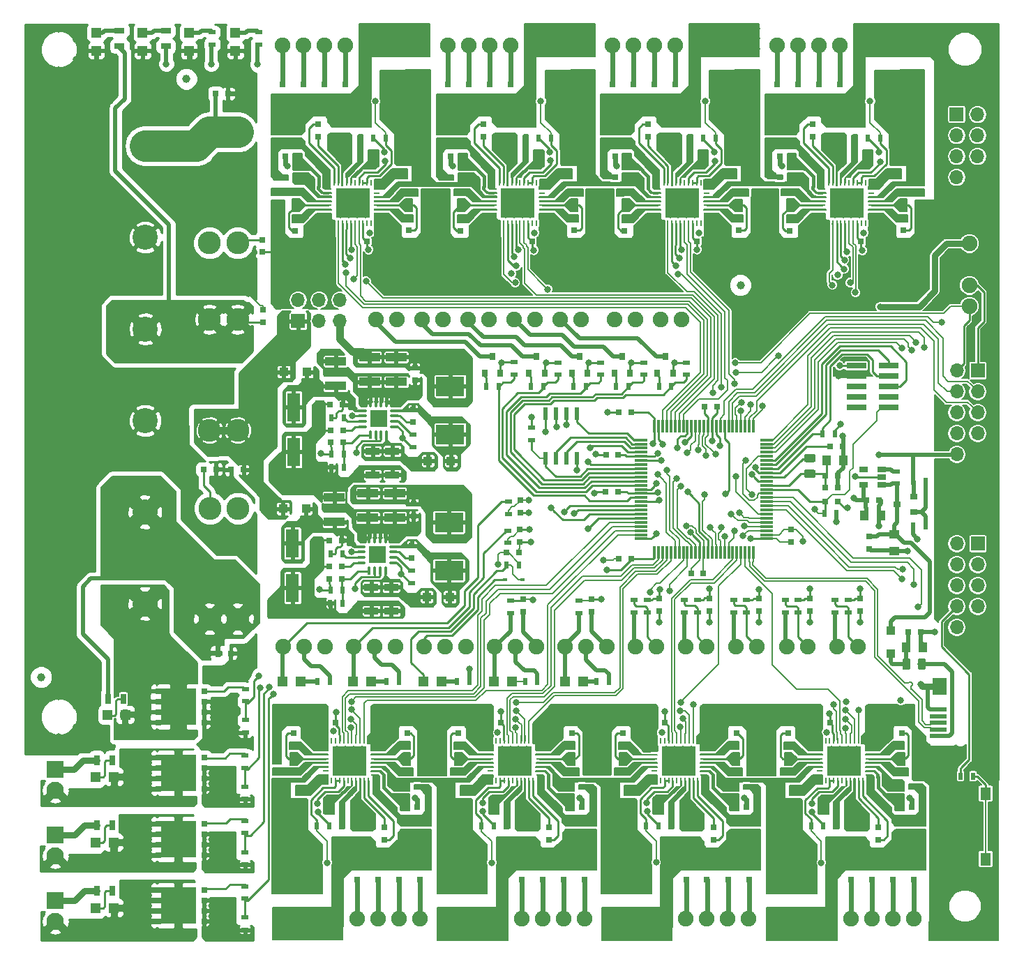
<source format=gtl>
G04 #@! TF.GenerationSoftware,KiCad,Pcbnew,(5.0.0)*
G04 #@! TF.CreationDate,2018-10-21T23:28:39-04:00*
G04 #@! TF.ProjectId,Voron_Klipper_Board,566F726F6E5F4B6C69707065725F426F,A*
G04 #@! TF.SameCoordinates,Original*
G04 #@! TF.FileFunction,Copper,L1,Top,Signal*
G04 #@! TF.FilePolarity,Positive*
%FSLAX46Y46*%
G04 Gerber Fmt 4.6, Leading zero omitted, Abs format (unit mm)*
G04 Created by KiCad (PCBNEW (5.0.0)) date 10/21/18 23:28:39*
%MOMM*%
%LPD*%
G01*
G04 APERTURE LIST*
G04 #@! TA.AperFunction,ComponentPad*
%ADD10C,1.905000*%
G04 #@! TD*
G04 #@! TA.AperFunction,BGAPad,CuDef*
%ADD11C,1.000000*%
G04 #@! TD*
G04 #@! TA.AperFunction,SMDPad,CuDef*
%ADD12R,0.600000X0.450000*%
G04 #@! TD*
G04 #@! TA.AperFunction,SMDPad,CuDef*
%ADD13R,0.800000X0.750000*%
G04 #@! TD*
G04 #@! TA.AperFunction,SMDPad,CuDef*
%ADD14R,0.500000X0.900000*%
G04 #@! TD*
G04 #@! TA.AperFunction,SMDPad,CuDef*
%ADD15R,0.700000X1.300000*%
G04 #@! TD*
G04 #@! TA.AperFunction,SMDPad,CuDef*
%ADD16R,4.150000X3.650000*%
G04 #@! TD*
G04 #@! TA.AperFunction,SMDPad,CuDef*
%ADD17R,0.800000X0.250000*%
G04 #@! TD*
G04 #@! TA.AperFunction,SMDPad,CuDef*
%ADD18R,0.250000X0.800000*%
G04 #@! TD*
G04 #@! TA.AperFunction,ComponentPad*
%ADD19C,3.048000*%
G04 #@! TD*
G04 #@! TA.AperFunction,ComponentPad*
%ADD20C,2.780000*%
G04 #@! TD*
G04 #@! TA.AperFunction,SMDPad,CuDef*
%ADD21R,2.400000X0.740000*%
G04 #@! TD*
G04 #@! TA.AperFunction,ComponentPad*
%ADD22O,1.700000X1.700000*%
G04 #@! TD*
G04 #@! TA.AperFunction,ComponentPad*
%ADD23R,1.700000X1.700000*%
G04 #@! TD*
G04 #@! TA.AperFunction,SMDPad,CuDef*
%ADD24R,0.800000X0.900000*%
G04 #@! TD*
G04 #@! TA.AperFunction,SMDPad,CuDef*
%ADD25R,1.100000X1.100000*%
G04 #@! TD*
G04 #@! TA.AperFunction,SMDPad,CuDef*
%ADD26R,0.750000X0.800000*%
G04 #@! TD*
G04 #@! TA.AperFunction,SMDPad,CuDef*
%ADD27R,0.900000X0.500000*%
G04 #@! TD*
G04 #@! TA.AperFunction,SMDPad,CuDef*
%ADD28R,1.700000X0.900000*%
G04 #@! TD*
G04 #@! TA.AperFunction,SMDPad,CuDef*
%ADD29R,3.429000X2.413000*%
G04 #@! TD*
G04 #@! TA.AperFunction,SMDPad,CuDef*
%ADD30R,2.500000X1.000000*%
G04 #@! TD*
G04 #@! TA.AperFunction,SMDPad,CuDef*
%ADD31R,1.600000X3.500000*%
G04 #@! TD*
G04 #@! TA.AperFunction,ViaPad*
%ADD32C,0.600000*%
G04 #@! TD*
G04 #@! TA.AperFunction,SMDPad,CuDef*
%ADD33R,2.100000X2.100000*%
G04 #@! TD*
G04 #@! TA.AperFunction,BGAPad,CuDef*
%ADD34C,0.350000*%
G04 #@! TD*
G04 #@! TA.AperFunction,SMDPad,CuDef*
%ADD35R,0.350000X0.825000*%
G04 #@! TD*
G04 #@! TA.AperFunction,SMDPad,CuDef*
%ADD36R,0.825000X0.350000*%
G04 #@! TD*
G04 #@! TA.AperFunction,SMDPad,CuDef*
%ADD37R,1.200000X1.200000*%
G04 #@! TD*
G04 #@! TA.AperFunction,SMDPad,CuDef*
%ADD38R,1.300000X0.700000*%
G04 #@! TD*
G04 #@! TA.AperFunction,ComponentPad*
%ADD39C,2.100000*%
G04 #@! TD*
G04 #@! TA.AperFunction,ComponentPad*
%ADD40R,2.100000X2.100000*%
G04 #@! TD*
G04 #@! TA.AperFunction,SMDPad,CuDef*
%ADD41R,1.000000X1.250000*%
G04 #@! TD*
G04 #@! TA.AperFunction,SMDPad,CuDef*
%ADD42R,1.500000X0.300000*%
G04 #@! TD*
G04 #@! TA.AperFunction,SMDPad,CuDef*
%ADD43R,0.300000X1.500000*%
G04 #@! TD*
G04 #@! TA.AperFunction,SMDPad,CuDef*
%ADD44R,1.700000X2.000000*%
G04 #@! TD*
G04 #@! TA.AperFunction,SMDPad,CuDef*
%ADD45R,2.000000X0.500000*%
G04 #@! TD*
G04 #@! TA.AperFunction,SMDPad,CuDef*
%ADD46R,0.600000X1.550000*%
G04 #@! TD*
G04 #@! TA.AperFunction,Conductor*
%ADD47C,0.100000*%
G04 #@! TD*
G04 #@! TA.AperFunction,SMDPad,CuDef*
%ADD48C,0.975000*%
G04 #@! TD*
G04 #@! TA.AperFunction,SMDPad,CuDef*
%ADD49R,1.250000X1.000000*%
G04 #@! TD*
G04 #@! TA.AperFunction,SMDPad,CuDef*
%ADD50R,1.060000X0.650000*%
G04 #@! TD*
G04 #@! TA.AperFunction,SMDPad,CuDef*
%ADD51R,0.900000X0.800000*%
G04 #@! TD*
G04 #@! TA.AperFunction,SMDPad,CuDef*
%ADD52R,0.700000X0.700000*%
G04 #@! TD*
G04 #@! TA.AperFunction,SMDPad,CuDef*
%ADD53R,4.350000X4.510000*%
G04 #@! TD*
G04 #@! TA.AperFunction,SMDPad,CuDef*
%ADD54R,1.300000X1.550000*%
G04 #@! TD*
G04 #@! TA.AperFunction,ViaPad*
%ADD55C,0.800000*%
G04 #@! TD*
G04 #@! TA.AperFunction,Conductor*
%ADD56C,0.254000*%
G04 #@! TD*
G04 #@! TA.AperFunction,Conductor*
%ADD57C,0.508000*%
G04 #@! TD*
G04 #@! TA.AperFunction,Conductor*
%ADD58C,0.250000*%
G04 #@! TD*
G04 #@! TA.AperFunction,Conductor*
%ADD59C,0.600000*%
G04 #@! TD*
G04 #@! TA.AperFunction,Conductor*
%ADD60C,0.203200*%
G04 #@! TD*
G04 #@! TA.AperFunction,Conductor*
%ADD61C,0.762000*%
G04 #@! TD*
G04 #@! TA.AperFunction,Conductor*
%ADD62C,0.400000*%
G04 #@! TD*
G04 #@! TA.AperFunction,Conductor*
%ADD63C,0.889000*%
G04 #@! TD*
G04 #@! TA.AperFunction,Conductor*
%ADD64C,0.177800*%
G04 #@! TD*
G04 #@! TA.AperFunction,Conductor*
%ADD65C,0.381000*%
G04 #@! TD*
G04 #@! TA.AperFunction,Conductor*
%ADD66C,3.810000*%
G04 #@! TD*
G04 #@! TA.AperFunction,Conductor*
%ADD67C,0.150000*%
G04 #@! TD*
G04 APERTURE END LIST*
D10*
G04 #@! TO.P,J8,4*
G04 #@! TO.N,Z0_OA2*
X158810000Y-149500000D03*
G04 #@! TO.P,J8,3*
G04 #@! TO.N,Z0_OA1*
X156270000Y-149500000D03*
G04 #@! TO.P,J8,2*
G04 #@! TO.N,Z0_OB1*
X153730000Y-149500000D03*
G04 #@! TO.P,J8,1*
G04 #@! TO.N,Z0_OB2*
X151190000Y-149500000D03*
G04 #@! TD*
G04 #@! TO.P,J17,1*
G04 #@! TO.N,+V_FAN*
X190610000Y-76740000D03*
G04 #@! TO.P,J17,2*
G04 #@! TO.N,GND*
X188070000Y-76740000D03*
G04 #@! TD*
G04 #@! TO.P,J18,1*
G04 #@! TO.N,+V_FAN*
X185028000Y-76740000D03*
G04 #@! TO.P,J18,2*
G04 #@! TO.N,GND*
X182488000Y-76740000D03*
G04 #@! TD*
G04 #@! TO.P,J13,1*
G04 #@! TO.N,+V_FAN*
X178424000Y-76740000D03*
G04 #@! TO.P,J13,2*
G04 #@! TO.N,Net-(J13-Pad2)*
X175884000Y-76740000D03*
G04 #@! TD*
G04 #@! TO.P,J14,1*
G04 #@! TO.N,+V_FAN*
X172836000Y-76740000D03*
G04 #@! TO.P,J14,2*
G04 #@! TO.N,Net-(J14-Pad2)*
X170296000Y-76740000D03*
G04 #@! TD*
G04 #@! TO.P,J15,1*
G04 #@! TO.N,+V_FAN*
X167248000Y-76740000D03*
G04 #@! TO.P,J15,2*
G04 #@! TO.N,Net-(J15-Pad2)*
X164708000Y-76740000D03*
G04 #@! TD*
G04 #@! TO.P,J16,1*
G04 #@! TO.N,+V_FAN*
X161660000Y-76740000D03*
G04 #@! TO.P,J16,2*
G04 #@! TO.N,Net-(J16-Pad2)*
X159120000Y-76740000D03*
G04 #@! TD*
G04 #@! TO.P,J19,1*
G04 #@! TO.N,+V_FAN*
X156072000Y-76740000D03*
G04 #@! TO.P,J19,2*
G04 #@! TO.N,Net-(J19-Pad2)*
X153532000Y-76740000D03*
G04 #@! TD*
G04 #@! TO.P,J21,1*
G04 #@! TO.N,VREF*
X191130000Y-116500000D03*
G04 #@! TO.P,J21,2*
G04 #@! TO.N,Net-(J21-Pad2)*
X193670000Y-116500000D03*
G04 #@! TD*
G04 #@! TO.P,J22,1*
G04 #@! TO.N,VREF*
X197230000Y-116500000D03*
G04 #@! TO.P,J22,2*
G04 #@! TO.N,Net-(J22-Pad2)*
X199770000Y-116500000D03*
G04 #@! TD*
G04 #@! TO.P,J23,1*
G04 #@! TO.N,VREF*
X203340000Y-116500000D03*
G04 #@! TO.P,J23,2*
G04 #@! TO.N,Net-(J23-Pad2)*
X205880000Y-116500000D03*
G04 #@! TD*
G04 #@! TO.P,J24,1*
G04 #@! TO.N,VREF*
X209430000Y-116500000D03*
G04 #@! TO.P,J24,2*
G04 #@! TO.N,Net-(J24-Pad2)*
X211970000Y-116500000D03*
G04 #@! TD*
G04 #@! TO.P,J20,1*
G04 #@! TO.N,VREF*
X185030000Y-116500000D03*
G04 #@! TO.P,J20,2*
G04 #@! TO.N,Net-(J20-Pad2)*
X187570000Y-116500000D03*
G04 #@! TD*
G04 #@! TO.P,J33,3*
G04 #@! TO.N,GND*
X181540000Y-116500000D03*
G04 #@! TO.P,J33,1*
G04 #@! TO.N,Net-(D10-Pad1)*
X176460000Y-116500000D03*
G04 #@! TO.P,J33,2*
G04 #@! TO.N,+3.3V*
X179000000Y-116500000D03*
G04 #@! TD*
G04 #@! TO.P,J31,3*
G04 #@! TO.N,GND*
X172990000Y-116500000D03*
G04 #@! TO.P,J31,1*
G04 #@! TO.N,Net-(D8-Pad1)*
X167910000Y-116500000D03*
G04 #@! TO.P,J31,2*
G04 #@! TO.N,+3.3V*
X170450000Y-116500000D03*
G04 #@! TD*
G04 #@! TO.P,J32,3*
G04 #@! TO.N,GND*
X164440000Y-116500000D03*
G04 #@! TO.P,J32,1*
G04 #@! TO.N,Net-(D9-Pad1)*
X159360000Y-116500000D03*
G04 #@! TO.P,J32,2*
G04 #@! TO.N,+12V*
X161900000Y-116500000D03*
G04 #@! TD*
G04 #@! TO.P,J30,3*
G04 #@! TO.N,GND*
X155890000Y-116500000D03*
G04 #@! TO.P,J30,1*
G04 #@! TO.N,Net-(D6-Pad1)*
X150810000Y-116500000D03*
G04 #@! TO.P,J30,2*
G04 #@! TO.N,+3.3V*
X153350000Y-116500000D03*
G04 #@! TD*
G04 #@! TO.P,J29,3*
G04 #@! TO.N,GND*
X147340000Y-116500000D03*
G04 #@! TO.P,J29,1*
G04 #@! TO.N,Net-(D5-Pad1)*
X142260000Y-116500000D03*
G04 #@! TO.P,J29,2*
G04 #@! TO.N,+3.3V*
X144800000Y-116500000D03*
G04 #@! TD*
G04 #@! TO.P,J4,4*
G04 #@! TO.N,X_OA2*
X142190000Y-43500000D03*
G04 #@! TO.P,J4,3*
G04 #@! TO.N,X_OA1*
X144730000Y-43500000D03*
G04 #@! TO.P,J4,2*
G04 #@! TO.N,X_OB1*
X147270000Y-43500000D03*
G04 #@! TO.P,J4,1*
G04 #@! TO.N,X_OB2*
X149810000Y-43500000D03*
G04 #@! TD*
G04 #@! TO.P,J5,4*
G04 #@! TO.N,Y_OA2*
X162240000Y-43500000D03*
G04 #@! TO.P,J5,3*
G04 #@! TO.N,Y_OA1*
X164780000Y-43500000D03*
G04 #@! TO.P,J5,2*
G04 #@! TO.N,Y_OB1*
X167320000Y-43500000D03*
G04 #@! TO.P,J5,1*
G04 #@! TO.N,Y_OB2*
X169860000Y-43500000D03*
G04 #@! TD*
G04 #@! TO.P,J6,4*
G04 #@! TO.N,E0_OA2*
X182190000Y-43500000D03*
G04 #@! TO.P,J6,3*
G04 #@! TO.N,E0_OA1*
X184730000Y-43500000D03*
G04 #@! TO.P,J6,2*
G04 #@! TO.N,E0_OB1*
X187270000Y-43500000D03*
G04 #@! TO.P,J6,1*
G04 #@! TO.N,E0_OB2*
X189810000Y-43500000D03*
G04 #@! TD*
G04 #@! TO.P,J7,4*
G04 #@! TO.N,E1_OA2*
X202190000Y-43500000D03*
G04 #@! TO.P,J7,3*
G04 #@! TO.N,E1_OA1*
X204730000Y-43500000D03*
G04 #@! TO.P,J7,2*
G04 #@! TO.N,E1_OB1*
X207270000Y-43500000D03*
G04 #@! TO.P,J7,1*
G04 #@! TO.N,E1_OB2*
X209810000Y-43500000D03*
G04 #@! TD*
G04 #@! TO.P,J3,4*
G04 #@! TO.N,+5V*
X225525000Y-67570000D03*
G04 #@! TO.P,J3,3*
G04 #@! TO.N,GND*
X225525000Y-70110000D03*
G04 #@! TO.P,J3,2*
G04 #@! TO.N,PD_RX_RRFGD_BUZ*
X225525000Y-72650000D03*
G04 #@! TO.P,J3,1*
G04 #@! TO.N,PD_TX_RRFGD_BTN_ENC*
X225525000Y-75190000D03*
G04 #@! TD*
G04 #@! TO.P,J11,4*
G04 #@! TO.N,Z3_OA2*
X218810000Y-149500000D03*
G04 #@! TO.P,J11,3*
G04 #@! TO.N,Z3_OA1*
X216270000Y-149500000D03*
G04 #@! TO.P,J11,2*
G04 #@! TO.N,Z3_OB1*
X213730000Y-149500000D03*
G04 #@! TO.P,J11,1*
G04 #@! TO.N,Z3_OB2*
X211190000Y-149500000D03*
G04 #@! TD*
G04 #@! TO.P,J10,4*
G04 #@! TO.N,Z2_OA2*
X198750000Y-149500000D03*
G04 #@! TO.P,J10,3*
G04 #@! TO.N,Z2_OA1*
X196210000Y-149500000D03*
G04 #@! TO.P,J10,2*
G04 #@! TO.N,Z2_OB1*
X193670000Y-149500000D03*
G04 #@! TO.P,J10,1*
G04 #@! TO.N,Z2_OB2*
X191130000Y-149500000D03*
G04 #@! TD*
G04 #@! TO.P,J9,4*
G04 #@! TO.N,Z1_OA2*
X178810000Y-149500000D03*
G04 #@! TO.P,J9,3*
G04 #@! TO.N,Z1_OA1*
X176270000Y-149500000D03*
G04 #@! TO.P,J9,2*
G04 #@! TO.N,Z1_OB1*
X173730000Y-149500000D03*
G04 #@! TO.P,J9,1*
G04 #@! TO.N,Z1_OB2*
X171190000Y-149500000D03*
G04 #@! TD*
D11*
G04 #@! TO.P,FID1,~*
G04 #@! TO.N,N/C*
X130475000Y-47575000D03*
G04 #@! TD*
G04 #@! TO.P,FID3,~*
G04 #@! TO.N,N/C*
X112850000Y-120175000D03*
G04 #@! TD*
G04 #@! TO.P,FID2,~*
G04 #@! TO.N,N/C*
X197750000Y-72650000D03*
G04 #@! TD*
D12*
G04 #@! TO.P,D9,2*
G04 #@! TO.N,Net-(D7-Pad1)*
X171275000Y-108350000D03*
G04 #@! TO.P,D9,1*
G04 #@! TO.N,Net-(D9-Pad1)*
X169175000Y-108350000D03*
G04 #@! TD*
D13*
G04 #@! TO.P,C136,1*
G04 #@! TO.N,GND*
X170850000Y-105075000D03*
G04 #@! TO.P,C136,2*
G04 #@! TO.N,Z_PROBE*
X169350000Y-105075000D03*
G04 #@! TD*
D14*
G04 #@! TO.P,R69,2*
G04 #@! TO.N,Z_PROBE*
X170850000Y-106575000D03*
G04 #@! TO.P,R69,1*
G04 #@! TO.N,Net-(D7-Pad1)*
X169350000Y-106575000D03*
G04 #@! TD*
D13*
G04 #@! TO.P,C75,1*
G04 #@! TO.N,GND*
X144275000Y-133925000D03*
G04 #@! TO.P,C75,2*
G04 #@! TO.N,VMOT_FUSED*
X142775000Y-133925000D03*
G04 #@! TD*
D15*
G04 #@! TO.P,R58,2*
G04 #@! TO.N,Net-(D2-Pad2)*
X121500000Y-138200000D03*
G04 #@! TO.P,R58,1*
G04 #@! TO.N,+VIN_FUSED*
X119600000Y-138200000D03*
G04 #@! TD*
D16*
G04 #@! TO.P,U7,37*
G04 #@! TO.N,GND*
X190273000Y-130332600D03*
D17*
G04 #@! TO.P,U7,36*
X193223000Y-128582600D03*
G04 #@! TO.P,U7,35*
X193223000Y-129082600D03*
G04 #@! TO.P,U7,34*
G04 #@! TO.N,Z2_OA1*
X193223000Y-129582600D03*
G04 #@! TO.P,U7,33*
G04 #@! TO.N,Net-(C101-Pad2)*
X193223000Y-130082600D03*
G04 #@! TO.P,U7,32*
G04 #@! TO.N,Z2_OA2*
X193223000Y-130582600D03*
G04 #@! TO.P,U7,31*
G04 #@! TO.N,VMOT_FUSED*
X193223000Y-131082600D03*
G04 #@! TO.P,U7,30*
G04 #@! TO.N,+5V*
X193223000Y-131582600D03*
G04 #@! TO.P,U7,29*
G04 #@! TO.N,Net-(C97-Pad1)*
X193223000Y-132082600D03*
D18*
G04 #@! TO.P,U7,28*
G04 #@! TO.N,Net-(C93-Pad1)*
X192523000Y-132782600D03*
G04 #@! TO.P,U7,27*
G04 #@! TO.N,Net-(C93-Pad2)*
X192023000Y-132782600D03*
G04 #@! TO.P,U7,26*
G04 #@! TO.N,+5V*
X191523000Y-132782600D03*
G04 #@! TO.P,U7,25*
G04 #@! TO.N,Net-(C91-Pad2)*
X191023000Y-132782600D03*
G04 #@! TO.P,U7,24*
G04 #@! TO.N,GND*
X190523000Y-132782600D03*
G04 #@! TO.P,U7,23*
G04 #@! TO.N,N/C*
X190023000Y-132782600D03*
G04 #@! TO.P,U7,22*
G04 #@! TO.N,TMC_EN*
X189523000Y-132782600D03*
G04 #@! TO.P,U7,21*
G04 #@! TO.N,DIAG_Z2*
X189023000Y-132782600D03*
G04 #@! TO.P,U7,20*
X188523000Y-132782600D03*
G04 #@! TO.P,U7,19*
G04 #@! TO.N,N/C*
X188023000Y-132782600D03*
D17*
G04 #@! TO.P,U7,18*
G04 #@! TO.N,GND*
X187323000Y-132082600D03*
G04 #@! TO.P,U7,17*
G04 #@! TO.N,N/C*
X187323000Y-131582600D03*
G04 #@! TO.P,U7,16*
G04 #@! TO.N,VMOT_FUSED*
X187323000Y-131082600D03*
G04 #@! TO.P,U7,15*
G04 #@! TO.N,Z2_OB2*
X187323000Y-130582600D03*
G04 #@! TO.P,U7,14*
G04 #@! TO.N,Net-(C95-Pad2)*
X187323000Y-130082600D03*
G04 #@! TO.P,U7,13*
G04 #@! TO.N,Z2_OB1*
X187323000Y-129582600D03*
G04 #@! TO.P,U7,12*
G04 #@! TO.N,GND*
X187323000Y-129082600D03*
G04 #@! TO.P,U7,11*
X187323000Y-128582600D03*
D18*
G04 #@! TO.P,U7,10*
G04 #@! TO.N,N/C*
X188023000Y-127882600D03*
G04 #@! TO.P,U7,9*
X188523000Y-127882600D03*
G04 #@! TO.P,U7,8*
G04 #@! TO.N,+3.3V*
X189023000Y-127882600D03*
G04 #@! TO.P,U7,7*
G04 #@! TO.N,DIR_Z2*
X189523000Y-127882600D03*
G04 #@! TO.P,U7,6*
G04 #@! TO.N,STEP_Z2*
X190023000Y-127882600D03*
G04 #@! TO.P,U7,5*
G04 #@! TO.N,SPI_SDO*
X190523000Y-127882600D03*
G04 #@! TO.P,U7,4*
G04 #@! TO.N,SPI_SDI*
X191023000Y-127882600D03*
G04 #@! TO.P,U7,3*
G04 #@! TO.N,SPI_CLK*
X191523000Y-127882600D03*
G04 #@! TO.P,U7,2*
G04 #@! TO.N,SPI_CS_Z2*
X192023000Y-127882600D03*
G04 #@! TO.P,U7,1*
G04 #@! TO.N,GND*
X192523000Y-127882600D03*
G04 #@! TD*
D19*
G04 #@! TO.P,J25,6*
G04 #@! TO.N,BED_SWITCH*
X125500000Y-111313000D03*
G04 #@! TO.P,J25,5*
G04 #@! TO.N,VBED_FUSED*
X125500000Y-100187800D03*
G04 #@! TO.P,J25,4*
G04 #@! TO.N,GND*
X125500000Y-89062600D03*
G04 #@! TO.P,J25,3*
G04 #@! TO.N,+VIN*
X125500000Y-77937400D03*
G04 #@! TO.P,J25,2*
G04 #@! TO.N,GND*
X125500000Y-66812200D03*
G04 #@! TO.P,J25,1*
G04 #@! TO.N,VMOT*
X125500000Y-55687000D03*
G04 #@! TD*
D20*
G04 #@! TO.P,F3,2*
G04 #@! TO.N,VBED_FUSED*
X133350000Y-113156000D03*
X136750000Y-113156000D03*
G04 #@! TO.P,F3,1*
G04 #@! TO.N,+VIN*
X133350000Y-99694000D03*
X136750000Y-99694000D03*
G04 #@! TD*
D14*
G04 #@! TO.P,R67,2*
G04 #@! TO.N,+3.3V*
X147900000Y-120750000D03*
G04 #@! TO.P,R67,1*
G04 #@! TO.N,Net-(D5-Pad2)*
X146400000Y-120750000D03*
G04 #@! TD*
D21*
G04 #@! TO.P,J35,10*
G04 #@! TO.N,RESETN*
X215700000Y-87459998D03*
G04 #@! TO.P,J35,9*
G04 #@! TO.N,N/C*
X211800000Y-87459998D03*
G04 #@! TO.P,J35,8*
X215700000Y-86189998D03*
G04 #@! TO.P,J35,7*
X211800000Y-86189998D03*
G04 #@! TO.P,J35,6*
G04 #@! TO.N,SWO*
X215700000Y-84919998D03*
G04 #@! TO.P,J35,5*
G04 #@! TO.N,N/C*
X211800000Y-84919998D03*
G04 #@! TO.P,J35,4*
G04 #@! TO.N,SWCLK*
X215700000Y-83649998D03*
G04 #@! TO.P,J35,3*
G04 #@! TO.N,GND*
X211800000Y-83649998D03*
G04 #@! TO.P,J35,2*
G04 #@! TO.N,SWDIO*
X215700000Y-82379998D03*
G04 #@! TO.P,J35,1*
G04 #@! TO.N,+3.3V*
X211800000Y-82379998D03*
G04 #@! TD*
D22*
G04 #@! TO.P,J1,10*
G04 #@! TO.N,+5V*
X224010000Y-93160000D03*
G04 #@! TO.P,J1,9*
G04 #@! TO.N,GND*
X226550000Y-93160000D03*
G04 #@! TO.P,J1,8*
G04 #@! TO.N,N/C*
X224010000Y-90620000D03*
G04 #@! TO.P,J1,7*
X226550000Y-90620000D03*
G04 #@! TO.P,J1,6*
X224010000Y-88080000D03*
G04 #@! TO.P,J1,5*
G04 #@! TO.N,RRFGD_LCD4*
X226550000Y-88080000D03*
G04 #@! TO.P,J1,4*
G04 #@! TO.N,RRFGD_LCDRS*
X224010000Y-85540000D03*
G04 #@! TO.P,J1,3*
G04 #@! TO.N,RRFGD_LCDE*
X226550000Y-85540000D03*
G04 #@! TO.P,J1,2*
G04 #@! TO.N,PD_TX_RRFGD_BTN_ENC*
X224010000Y-83000000D03*
D23*
G04 #@! TO.P,J1,1*
G04 #@! TO.N,PD_RX_RRFGD_BUZ*
X226550000Y-83000000D03*
G04 #@! TD*
D22*
G04 #@! TO.P,J2,10*
G04 #@! TO.N,N/C*
X224010000Y-114160000D03*
G04 #@! TO.P,J2,9*
G04 #@! TO.N,GND*
X226550000Y-114160000D03*
G04 #@! TO.P,J2,8*
G04 #@! TO.N,RESETN*
X224010000Y-111620000D03*
G04 #@! TO.P,J2,7*
G04 #@! TO.N,RRFGD_SDDET*
X226550000Y-111620000D03*
G04 #@! TO.P,J2,6*
G04 #@! TO.N,SPI_SDO*
X224010000Y-109080000D03*
G04 #@! TO.P,J2,5*
G04 #@! TO.N,RRFGD_BTN_EN2*
X226550000Y-109080000D03*
G04 #@! TO.P,J2,4*
G04 #@! TO.N,RRFGD_SDCSEL*
X224010000Y-106540000D03*
G04 #@! TO.P,J2,3*
G04 #@! TO.N,RRFGD_BTN_EN1*
X226550000Y-106540000D03*
G04 #@! TO.P,J2,2*
G04 #@! TO.N,SPI_CLK*
X224010000Y-104000000D03*
D23*
G04 #@! TO.P,J2,1*
G04 #@! TO.N,SPI_SDI*
X226550000Y-104000000D03*
G04 #@! TD*
D24*
G04 #@! TO.P,U12,3*
G04 #@! TO.N,Net-(J16-Pad2)*
X173000000Y-81300000D03*
G04 #@! TO.P,U12,2*
G04 #@! TO.N,GND*
X173950000Y-83300000D03*
G04 #@! TO.P,U12,1*
G04 #@! TO.N,Net-(R40-Pad1)*
X172050000Y-83300000D03*
G04 #@! TD*
D25*
G04 #@! TO.P,D15,2*
G04 #@! TO.N,+VIN_FUSED*
X142200000Y-99750000D03*
G04 #@! TO.P,D15,1*
G04 #@! TO.N,Net-(C149-Pad1)*
X145000000Y-99750000D03*
G04 #@! TD*
D14*
G04 #@! TO.P,R87,2*
G04 #@! TO.N,Net-(C163-Pad1)*
X149460000Y-109650000D03*
G04 #@! TO.P,R87,1*
G04 #@! TO.N,+12V*
X147960000Y-109650000D03*
G04 #@! TD*
D26*
G04 #@! TO.P,C157,1*
G04 #@! TO.N,Net-(C157-Pad1)*
X157860000Y-105750000D03*
G04 #@! TO.P,C157,2*
G04 #@! TO.N,Net-(C157-Pad2)*
X157860000Y-104250000D03*
G04 #@! TD*
D27*
G04 #@! TO.P,R79,2*
G04 #@! TO.N,GND*
X157860000Y-108795000D03*
G04 #@! TO.P,R79,1*
G04 #@! TO.N,Net-(R79-Pad1)*
X157860000Y-107295000D03*
G04 #@! TD*
D28*
G04 #@! TO.P,R83,2*
G04 #@! TO.N,GND*
X152940000Y-112160000D03*
G04 #@! TO.P,R83,1*
G04 #@! TO.N,Net-(D17-Pad2)*
X152940000Y-109260000D03*
G04 #@! TD*
G04 #@! TO.P,R85,2*
G04 #@! TO.N,GND*
X155330000Y-112170000D03*
G04 #@! TO.P,R85,1*
G04 #@! TO.N,Net-(D17-Pad2)*
X155330000Y-109270000D03*
G04 #@! TD*
D29*
G04 #@! TO.P,L3,2*
G04 #@! TO.N,+12V*
X162360000Y-101399000D03*
G04 #@! TO.P,L3,1*
G04 #@! TO.N,Net-(C157-Pad2)*
X162360000Y-107241000D03*
G04 #@! TD*
D30*
G04 #@! TO.P,C151,2*
G04 #@! TO.N,GND*
X148450000Y-98350000D03*
G04 #@! TO.P,C151,1*
G04 #@! TO.N,Net-(C149-Pad1)*
X148450000Y-101350000D03*
G04 #@! TD*
G04 #@! TO.P,C159,2*
G04 #@! TO.N,GND*
X155750000Y-100850000D03*
G04 #@! TO.P,C159,1*
G04 #@! TO.N,+12V*
X155750000Y-97850000D03*
G04 #@! TD*
G04 #@! TO.P,C161,2*
G04 #@! TO.N,GND*
X152500000Y-100850000D03*
G04 #@! TO.P,C161,1*
G04 #@! TO.N,+12V*
X152500000Y-97850000D03*
G04 #@! TD*
D13*
G04 #@! TO.P,C163,1*
G04 #@! TO.N,Net-(C163-Pad1)*
X149360000Y-108245000D03*
G04 #@! TO.P,C163,2*
G04 #@! TO.N,+12V*
X147860000Y-108245000D03*
G04 #@! TD*
G04 #@! TO.P,C155,1*
G04 #@! TO.N,GND*
X147860000Y-106745000D03*
G04 #@! TO.P,C155,2*
G04 #@! TO.N,Net-(C155-Pad2)*
X149360000Y-106745000D03*
G04 #@! TD*
G04 #@! TO.P,C153,1*
G04 #@! TO.N,GND*
X147810000Y-103600000D03*
G04 #@! TO.P,C153,2*
G04 #@! TO.N,Net-(C149-Pad1)*
X149310000Y-103600000D03*
G04 #@! TD*
D25*
G04 #@! TO.P,D17,2*
G04 #@! TO.N,Net-(D17-Pad2)*
X159660000Y-110445000D03*
G04 #@! TO.P,D17,1*
G04 #@! TO.N,Net-(C157-Pad2)*
X162460000Y-110445000D03*
G04 #@! TD*
D14*
G04 #@! TO.P,R88,2*
G04 #@! TO.N,GND*
X147940000Y-111215000D03*
G04 #@! TO.P,R88,1*
G04 #@! TO.N,Net-(C163-Pad1)*
X149440000Y-111215000D03*
G04 #@! TD*
G04 #@! TO.P,R81,2*
G04 #@! TO.N,Net-(R81-Pad2)*
X149460000Y-105245000D03*
G04 #@! TO.P,R81,1*
G04 #@! TO.N,Net-(C149-Pad1)*
X147960000Y-105245000D03*
G04 #@! TD*
D31*
G04 #@! TO.P,C149,2*
G04 #@! TO.N,GND*
X143360000Y-109340000D03*
G04 #@! TO.P,C149,1*
G04 #@! TO.N,Net-(C149-Pad1)*
X143360000Y-103940000D03*
G04 #@! TD*
D32*
G04 #@! TO.N,GND*
G04 #@! TO.C,U19*
X154420000Y-106080000D03*
X152920000Y-106080000D03*
X154420000Y-104580000D03*
X152920000Y-104580000D03*
X153670000Y-105330000D03*
D33*
G04 #@! TD*
G04 #@! TO.P,U19,17*
G04 #@! TO.N,GND*
X153670000Y-105330000D03*
D34*
G04 #@! TO.P,U19,16*
G04 #@! TO.N,GND*
X152695000Y-103755000D03*
D35*
X152695000Y-103342500D03*
D34*
G04 #@! TO.P,U19,15*
X153345000Y-103755000D03*
D35*
X153345000Y-103342500D03*
D34*
G04 #@! TO.P,U19,14*
X153995000Y-103755000D03*
D35*
X153995000Y-103342500D03*
D34*
G04 #@! TO.P,U19,13*
X154645000Y-103755000D03*
D35*
X154645000Y-103342500D03*
D34*
G04 #@! TO.P,U19,12*
G04 #@! TO.N,Net-(C157-Pad2)*
X155245000Y-104355000D03*
D36*
X155657500Y-104355000D03*
D34*
G04 #@! TO.P,U19,11*
G04 #@! TO.N,Net-(C157-Pad1)*
X155245000Y-105005000D03*
D36*
X155657500Y-105005000D03*
D34*
G04 #@! TO.P,U19,10*
G04 #@! TO.N,Net-(R79-Pad1)*
X155245000Y-105655000D03*
D36*
X155657500Y-105655000D03*
D34*
G04 #@! TO.P,U19,9*
G04 #@! TO.N,GND*
X155245000Y-106305000D03*
D36*
X155657500Y-106305000D03*
D34*
G04 #@! TO.P,U19,8*
G04 #@! TO.N,Net-(D17-Pad2)*
X154645000Y-106905000D03*
D35*
X154645000Y-107317500D03*
D34*
G04 #@! TO.P,U19,7*
G04 #@! TO.N,GND*
X153995000Y-106905000D03*
D35*
X153995000Y-107317500D03*
D34*
G04 #@! TO.P,U19,6*
X153345000Y-106905000D03*
D35*
X153345000Y-107317500D03*
D34*
G04 #@! TO.P,U19,5*
G04 #@! TO.N,Net-(C163-Pad1)*
X152695000Y-106905000D03*
D35*
X152695000Y-107317500D03*
D34*
G04 #@! TO.P,U19,4*
G04 #@! TO.N,Net-(C155-Pad2)*
X152095000Y-106305000D03*
D36*
X151682500Y-106305000D03*
D34*
G04 #@! TO.P,U19,3*
G04 #@! TO.N,Net-(R81-Pad2)*
X152095000Y-105655000D03*
D36*
X151682500Y-105655000D03*
D34*
G04 #@! TO.P,U19,2*
G04 #@! TO.N,GND*
X152095000Y-105005000D03*
D36*
X151682500Y-105005000D03*
D34*
G04 #@! TO.P,U19,1*
G04 #@! TO.N,Net-(C149-Pad1)*
X152095000Y-104355000D03*
D36*
X151682500Y-104355000D03*
G04 #@! TD*
D26*
G04 #@! TO.P,C113,1*
G04 #@! TO.N,GND*
X158060000Y-100650000D03*
G04 #@! TO.P,C113,2*
G04 #@! TO.N,+12V*
X158060000Y-99150000D03*
G04 #@! TD*
D27*
G04 #@! TO.P,R37,2*
G04 #@! TO.N,GND*
X180800000Y-82000000D03*
G04 #@! TO.P,R37,1*
G04 #@! TO.N,FAN2*
X180800000Y-83500000D03*
G04 #@! TD*
D29*
G04 #@! TO.P,L4,2*
G04 #@! TO.N,+5V*
X162500000Y-84893000D03*
G04 #@! TO.P,L4,1*
G04 #@! TO.N,Net-(C158-Pad2)*
X162500000Y-90735000D03*
G04 #@! TD*
D15*
G04 #@! TO.P,R32,2*
G04 #@! TO.N,GND*
X219050000Y-130050000D03*
G04 #@! TO.P,R32,1*
G04 #@! TO.N,Net-(C102-Pad2)*
X217150000Y-130050000D03*
G04 #@! TD*
D16*
G04 #@! TO.P,U8,37*
G04 #@! TO.N,GND*
X210323000Y-130332600D03*
D17*
G04 #@! TO.P,U8,36*
X213273000Y-128582600D03*
G04 #@! TO.P,U8,35*
X213273000Y-129082600D03*
G04 #@! TO.P,U8,34*
G04 #@! TO.N,Z3_OA1*
X213273000Y-129582600D03*
G04 #@! TO.P,U8,33*
G04 #@! TO.N,Net-(C102-Pad2)*
X213273000Y-130082600D03*
G04 #@! TO.P,U8,32*
G04 #@! TO.N,Z3_OA2*
X213273000Y-130582600D03*
G04 #@! TO.P,U8,31*
G04 #@! TO.N,VMOT_FUSED*
X213273000Y-131082600D03*
G04 #@! TO.P,U8,30*
G04 #@! TO.N,+5V*
X213273000Y-131582600D03*
G04 #@! TO.P,U8,29*
G04 #@! TO.N,Net-(C98-Pad1)*
X213273000Y-132082600D03*
D18*
G04 #@! TO.P,U8,28*
G04 #@! TO.N,Net-(C94-Pad1)*
X212573000Y-132782600D03*
G04 #@! TO.P,U8,27*
G04 #@! TO.N,Net-(C94-Pad2)*
X212073000Y-132782600D03*
G04 #@! TO.P,U8,26*
G04 #@! TO.N,+5V*
X211573000Y-132782600D03*
G04 #@! TO.P,U8,25*
G04 #@! TO.N,Net-(C92-Pad2)*
X211073000Y-132782600D03*
G04 #@! TO.P,U8,24*
G04 #@! TO.N,GND*
X210573000Y-132782600D03*
G04 #@! TO.P,U8,23*
G04 #@! TO.N,N/C*
X210073000Y-132782600D03*
G04 #@! TO.P,U8,22*
G04 #@! TO.N,TMC_EN*
X209573000Y-132782600D03*
G04 #@! TO.P,U8,21*
G04 #@! TO.N,DIAG_Z3*
X209073000Y-132782600D03*
G04 #@! TO.P,U8,20*
X208573000Y-132782600D03*
G04 #@! TO.P,U8,19*
G04 #@! TO.N,N/C*
X208073000Y-132782600D03*
D17*
G04 #@! TO.P,U8,18*
G04 #@! TO.N,GND*
X207373000Y-132082600D03*
G04 #@! TO.P,U8,17*
G04 #@! TO.N,N/C*
X207373000Y-131582600D03*
G04 #@! TO.P,U8,16*
G04 #@! TO.N,VMOT_FUSED*
X207373000Y-131082600D03*
G04 #@! TO.P,U8,15*
G04 #@! TO.N,Z3_OB2*
X207373000Y-130582600D03*
G04 #@! TO.P,U8,14*
G04 #@! TO.N,Net-(C96-Pad2)*
X207373000Y-130082600D03*
G04 #@! TO.P,U8,13*
G04 #@! TO.N,Z3_OB1*
X207373000Y-129582600D03*
G04 #@! TO.P,U8,12*
G04 #@! TO.N,GND*
X207373000Y-129082600D03*
G04 #@! TO.P,U8,11*
X207373000Y-128582600D03*
D18*
G04 #@! TO.P,U8,10*
G04 #@! TO.N,N/C*
X208073000Y-127882600D03*
G04 #@! TO.P,U8,9*
X208573000Y-127882600D03*
G04 #@! TO.P,U8,8*
G04 #@! TO.N,+3.3V*
X209073000Y-127882600D03*
G04 #@! TO.P,U8,7*
G04 #@! TO.N,DIR_Z3*
X209573000Y-127882600D03*
G04 #@! TO.P,U8,6*
G04 #@! TO.N,STEP_Z3*
X210073000Y-127882600D03*
G04 #@! TO.P,U8,5*
G04 #@! TO.N,SPI_SDO*
X210573000Y-127882600D03*
G04 #@! TO.P,U8,4*
G04 #@! TO.N,SPI_SDI*
X211073000Y-127882600D03*
G04 #@! TO.P,U8,3*
G04 #@! TO.N,SPI_CLK*
X211573000Y-127882600D03*
G04 #@! TO.P,U8,2*
G04 #@! TO.N,SPI_CS_Z3*
X212073000Y-127882600D03*
G04 #@! TO.P,U8,1*
G04 #@! TO.N,GND*
X212573000Y-127882600D03*
G04 #@! TD*
D13*
G04 #@! TO.P,C60,1*
G04 #@! TO.N,GND*
X178500000Y-136000000D03*
G04 #@! TO.P,C60,2*
G04 #@! TO.N,+5V*
X177000000Y-136000000D03*
G04 #@! TD*
G04 #@! TO.P,C87,1*
G04 #@! TO.N,GND*
X198450000Y-136000000D03*
G04 #@! TO.P,C87,2*
G04 #@! TO.N,+5V*
X196950000Y-136000000D03*
G04 #@! TD*
D26*
G04 #@! TO.P,C62,1*
G04 #@! TO.N,GND*
X172500000Y-139904600D03*
G04 #@! TO.P,C62,2*
G04 #@! TO.N,+5V*
X172500000Y-138404600D03*
G04 #@! TD*
D13*
G04 #@! TO.P,C63,1*
G04 #@! TO.N,GND*
X147850000Y-136350000D03*
G04 #@! TO.P,C63,2*
G04 #@! TO.N,Net-(C63-Pad2)*
X149350000Y-136350000D03*
G04 #@! TD*
G04 #@! TO.P,C96,1*
G04 #@! TO.N,GND*
X205000000Y-127025000D03*
G04 #@! TO.P,C96,2*
G04 #@! TO.N,Net-(C96-Pad2)*
X203500000Y-127025000D03*
G04 #@! TD*
G04 #@! TO.P,C57,1*
G04 #@! TO.N,GND*
X147125000Y-125700000D03*
G04 #@! TO.P,C57,2*
G04 #@! TO.N,+3.3V*
X148625000Y-125700000D03*
G04 #@! TD*
D14*
G04 #@! TO.P,R12,2*
G04 #@! TO.N,Net-(C36-Pad2)*
X211750000Y-54750000D03*
G04 #@! TO.P,R12,1*
G04 #@! TO.N,+5V*
X210250000Y-54750000D03*
G04 #@! TD*
D15*
G04 #@! TO.P,R6,2*
G04 #@! TO.N,GND*
X179450000Y-62900000D03*
G04 #@! TO.P,R6,1*
G04 #@! TO.N,Net-(C12-Pad2)*
X177550000Y-62900000D03*
G04 #@! TD*
D13*
G04 #@! TO.P,C18,1*
G04 #@! TO.N,GND*
X165225000Y-66000000D03*
G04 #@! TO.P,C18,2*
G04 #@! TO.N,Net-(C18-Pad2)*
X163725000Y-66000000D03*
G04 #@! TD*
D26*
G04 #@! TO.P,C16,1*
G04 #@! TO.N,GND*
X162240000Y-49750000D03*
G04 #@! TO.P,C16,2*
G04 #@! TO.N,Y_OA2*
X162240000Y-48250000D03*
G04 #@! TD*
D31*
G04 #@! TO.P,C31,2*
G04 #@! TO.N,GND*
X156000000Y-43000000D03*
G04 #@! TO.P,C31,1*
G04 #@! TO.N,VMOT_FUSED*
X156000000Y-48400000D03*
G04 #@! TD*
D16*
G04 #@! TO.P,U1,37*
G04 #@! TO.N,GND*
X150677000Y-62667400D03*
D17*
G04 #@! TO.P,U1,36*
X147727000Y-64417400D03*
G04 #@! TO.P,U1,35*
X147727000Y-63917400D03*
G04 #@! TO.P,U1,34*
G04 #@! TO.N,X_OA1*
X147727000Y-63417400D03*
G04 #@! TO.P,U1,33*
G04 #@! TO.N,Net-(C17-Pad2)*
X147727000Y-62917400D03*
G04 #@! TO.P,U1,32*
G04 #@! TO.N,X_OA2*
X147727000Y-62417400D03*
G04 #@! TO.P,U1,31*
G04 #@! TO.N,VMOT_FUSED*
X147727000Y-61917400D03*
G04 #@! TO.P,U1,30*
G04 #@! TO.N,+5V*
X147727000Y-61417400D03*
G04 #@! TO.P,U1,29*
G04 #@! TO.N,Net-(C13-Pad1)*
X147727000Y-60917400D03*
D18*
G04 #@! TO.P,U1,28*
G04 #@! TO.N,Net-(C9-Pad1)*
X148427000Y-60217400D03*
G04 #@! TO.P,U1,27*
G04 #@! TO.N,Net-(C9-Pad2)*
X148927000Y-60217400D03*
G04 #@! TO.P,U1,26*
G04 #@! TO.N,+5V*
X149427000Y-60217400D03*
G04 #@! TO.P,U1,25*
G04 #@! TO.N,Net-(C7-Pad2)*
X149927000Y-60217400D03*
G04 #@! TO.P,U1,24*
G04 #@! TO.N,GND*
X150427000Y-60217400D03*
G04 #@! TO.P,U1,23*
G04 #@! TO.N,N/C*
X150927000Y-60217400D03*
G04 #@! TO.P,U1,22*
G04 #@! TO.N,TMC_EN*
X151427000Y-60217400D03*
G04 #@! TO.P,U1,21*
G04 #@! TO.N,DIAG_X*
X151927000Y-60217400D03*
G04 #@! TO.P,U1,20*
X152427000Y-60217400D03*
G04 #@! TO.P,U1,19*
G04 #@! TO.N,N/C*
X152927000Y-60217400D03*
D17*
G04 #@! TO.P,U1,18*
G04 #@! TO.N,GND*
X153627000Y-60917400D03*
G04 #@! TO.P,U1,17*
G04 #@! TO.N,N/C*
X153627000Y-61417400D03*
G04 #@! TO.P,U1,16*
G04 #@! TO.N,VMOT_FUSED*
X153627000Y-61917400D03*
G04 #@! TO.P,U1,15*
G04 #@! TO.N,X_OB2*
X153627000Y-62417400D03*
G04 #@! TO.P,U1,14*
G04 #@! TO.N,Net-(C11-Pad2)*
X153627000Y-62917400D03*
G04 #@! TO.P,U1,13*
G04 #@! TO.N,X_OB1*
X153627000Y-63417400D03*
G04 #@! TO.P,U1,12*
G04 #@! TO.N,GND*
X153627000Y-63917400D03*
G04 #@! TO.P,U1,11*
X153627000Y-64417400D03*
D18*
G04 #@! TO.P,U1,10*
G04 #@! TO.N,N/C*
X152927000Y-65117400D03*
G04 #@! TO.P,U1,9*
X152427000Y-65117400D03*
G04 #@! TO.P,U1,8*
G04 #@! TO.N,+3.3V*
X151927000Y-65117400D03*
G04 #@! TO.P,U1,7*
G04 #@! TO.N,DIR_X*
X151427000Y-65117400D03*
G04 #@! TO.P,U1,6*
G04 #@! TO.N,STEP_X*
X150927000Y-65117400D03*
G04 #@! TO.P,U1,5*
G04 #@! TO.N,SPI_SDO*
X150427000Y-65117400D03*
G04 #@! TO.P,U1,4*
G04 #@! TO.N,SPI_SDI*
X149927000Y-65117400D03*
G04 #@! TO.P,U1,3*
G04 #@! TO.N,SPI_CLK*
X149427000Y-65117400D03*
G04 #@! TO.P,U1,2*
G04 #@! TO.N,SPI_CS_X*
X148927000Y-65117400D03*
G04 #@! TO.P,U1,1*
G04 #@! TO.N,GND*
X148427000Y-65117400D03*
G04 #@! TD*
D13*
G04 #@! TO.P,C139,1*
G04 #@! TO.N,GND*
X135550000Y-49375000D03*
G04 #@! TO.P,C139,2*
G04 #@! TO.N,VMOT*
X134050000Y-49375000D03*
G04 #@! TD*
D26*
G04 #@! TO.P,C140,1*
G04 #@! TO.N,GND*
X139750000Y-75625000D03*
G04 #@! TO.P,C140,2*
G04 #@! TO.N,+VIN*
X139750000Y-77125000D03*
G04 #@! TD*
D13*
G04 #@! TO.P,C141,1*
G04 #@! TO.N,GND*
X134075000Y-94975000D03*
G04 #@! TO.P,C141,2*
G04 #@! TO.N,+VIN*
X132575000Y-94975000D03*
G04 #@! TD*
D26*
G04 #@! TO.P,C142,1*
G04 #@! TO.N,GND*
X139675000Y-68600000D03*
G04 #@! TO.P,C142,2*
G04 #@! TO.N,VMOT_FUSED*
X139675000Y-67100000D03*
G04 #@! TD*
D13*
G04 #@! TO.P,C143,1*
G04 #@! TO.N,GND*
X135925000Y-95000000D03*
G04 #@! TO.P,C143,2*
G04 #@! TO.N,+VIN_FUSED*
X137425000Y-95000000D03*
G04 #@! TD*
G04 #@! TO.P,C144,1*
G04 #@! TO.N,GND*
X135850000Y-117300000D03*
G04 #@! TO.P,C144,2*
G04 #@! TO.N,VBED_FUSED*
X134350000Y-117300000D03*
G04 #@! TD*
D26*
G04 #@! TO.P,C145,1*
G04 #@! TO.N,GND*
X213375000Y-104600000D03*
G04 #@! TO.P,C145,2*
G04 #@! TO.N,Net-(C145-Pad2)*
X213375000Y-103100000D03*
G04 #@! TD*
D30*
G04 #@! TO.P,C152,2*
G04 #@! TO.N,GND*
X148600000Y-81850000D03*
G04 #@! TO.P,C152,1*
G04 #@! TO.N,Net-(C150-Pad1)*
X148600000Y-84850000D03*
G04 #@! TD*
D13*
G04 #@! TO.P,C154,1*
G04 #@! TO.N,GND*
X147950000Y-87150000D03*
G04 #@! TO.P,C154,2*
G04 #@! TO.N,Net-(C150-Pad1)*
X149450000Y-87150000D03*
G04 #@! TD*
G04 #@! TO.P,C156,1*
G04 #@! TO.N,GND*
X148000000Y-90235000D03*
G04 #@! TO.P,C156,2*
G04 #@! TO.N,Net-(C156-Pad2)*
X149500000Y-90235000D03*
G04 #@! TD*
D26*
G04 #@! TO.P,C158,1*
G04 #@! TO.N,Net-(C158-Pad1)*
X158000000Y-89235000D03*
G04 #@! TO.P,C158,2*
G04 #@! TO.N,Net-(C158-Pad2)*
X158000000Y-87735000D03*
G04 #@! TD*
D30*
G04 #@! TO.P,C160,2*
G04 #@! TO.N,GND*
X155950000Y-84350000D03*
G04 #@! TO.P,C160,1*
G04 #@! TO.N,+5V*
X155950000Y-81350000D03*
G04 #@! TD*
G04 #@! TO.P,C162,2*
G04 #@! TO.N,GND*
X152700000Y-84350000D03*
G04 #@! TO.P,C162,1*
G04 #@! TO.N,+5V*
X152700000Y-81350000D03*
G04 #@! TD*
D13*
G04 #@! TO.P,C164,1*
G04 #@! TO.N,Net-(C164-Pad1)*
X149500000Y-91650000D03*
G04 #@! TO.P,C164,2*
G04 #@! TO.N,+5V*
X148000000Y-91650000D03*
G04 #@! TD*
D37*
G04 #@! TO.P,D1,1*
G04 #@! TO.N,BED_SWITCH*
X123100000Y-124775000D03*
G04 #@! TO.P,D1,2*
G04 #@! TO.N,Net-(D1-Pad2)*
X120900000Y-124775000D03*
G04 #@! TD*
G04 #@! TO.P,D2,1*
G04 #@! TO.N,Net-(D2-Pad1)*
X121668000Y-140250000D03*
G04 #@! TO.P,D2,2*
G04 #@! TO.N,Net-(D2-Pad2)*
X119468000Y-140250000D03*
G04 #@! TD*
G04 #@! TO.P,D3,1*
G04 #@! TO.N,Net-(D3-Pad1)*
X121700000Y-132300000D03*
G04 #@! TO.P,D3,2*
G04 #@! TO.N,Net-(D3-Pad2)*
X119500000Y-132300000D03*
G04 #@! TD*
G04 #@! TO.P,D4,1*
G04 #@! TO.N,Net-(D4-Pad1)*
X121700000Y-148200000D03*
G04 #@! TO.P,D4,2*
G04 #@! TO.N,Net-(D4-Pad2)*
X119500000Y-148200000D03*
G04 #@! TD*
G04 #@! TO.P,D5,1*
G04 #@! TO.N,Net-(D5-Pad1)*
X142150000Y-120750000D03*
G04 #@! TO.P,D5,2*
G04 #@! TO.N,Net-(D5-Pad2)*
X144350000Y-120750000D03*
G04 #@! TD*
G04 #@! TO.P,D6,1*
G04 #@! TO.N,Net-(D6-Pad1)*
X150700000Y-120750000D03*
G04 #@! TO.P,D6,2*
G04 #@! TO.N,Net-(D6-Pad2)*
X152900000Y-120750000D03*
G04 #@! TD*
G04 #@! TO.P,D7,1*
G04 #@! TO.N,Net-(D7-Pad1)*
X159250000Y-120750000D03*
G04 #@! TO.P,D7,2*
G04 #@! TO.N,Net-(D7-Pad2)*
X161450000Y-120750000D03*
G04 #@! TD*
G04 #@! TO.P,D8,1*
G04 #@! TO.N,Net-(D8-Pad1)*
X167800000Y-120750000D03*
G04 #@! TO.P,D8,2*
G04 #@! TO.N,Net-(D8-Pad2)*
X170000000Y-120750000D03*
G04 #@! TD*
G04 #@! TO.P,D10,1*
G04 #@! TO.N,Net-(D10-Pad1)*
X176450000Y-120750000D03*
G04 #@! TO.P,D10,2*
G04 #@! TO.N,Net-(D10-Pad2)*
X178650000Y-120750000D03*
G04 #@! TD*
G04 #@! TO.P,D11,1*
G04 #@! TO.N,GND*
X119550000Y-44150000D03*
G04 #@! TO.P,D11,2*
G04 #@! TO.N,Net-(D11-Pad2)*
X119550000Y-41950000D03*
G04 #@! TD*
G04 #@! TO.P,D12,1*
G04 #@! TO.N,GND*
X125178570Y-44150000D03*
G04 #@! TO.P,D12,2*
G04 #@! TO.N,Net-(D12-Pad2)*
X125178570Y-41950000D03*
G04 #@! TD*
G04 #@! TO.P,D13,1*
G04 #@! TO.N,GND*
X130807140Y-44150000D03*
G04 #@! TO.P,D13,2*
G04 #@! TO.N,Net-(D13-Pad2)*
X130807140Y-41950000D03*
G04 #@! TD*
G04 #@! TO.P,D14,1*
G04 #@! TO.N,GND*
X136435710Y-44150000D03*
G04 #@! TO.P,D14,2*
G04 #@! TO.N,Net-(D14-Pad2)*
X136435710Y-41950000D03*
G04 #@! TD*
D15*
G04 #@! TO.P,R5,2*
G04 #@! TO.N,GND*
X159400000Y-62900000D03*
G04 #@! TO.P,R5,1*
G04 #@! TO.N,Net-(C11-Pad2)*
X157500000Y-62900000D03*
G04 #@! TD*
G04 #@! TO.P,R7,2*
G04 #@! TO.N,GND*
X141950000Y-62950000D03*
G04 #@! TO.P,R7,1*
G04 #@! TO.N,Net-(C17-Pad2)*
X143850000Y-62950000D03*
G04 #@! TD*
G04 #@! TO.P,R8,2*
G04 #@! TO.N,GND*
X162000000Y-62950000D03*
G04 #@! TO.P,R8,1*
G04 #@! TO.N,Net-(C18-Pad2)*
X163900000Y-62950000D03*
G04 #@! TD*
G04 #@! TO.P,R13,2*
G04 #@! TO.N,GND*
X199400000Y-62900000D03*
G04 #@! TO.P,R13,1*
G04 #@! TO.N,Net-(C39-Pad2)*
X197500000Y-62900000D03*
G04 #@! TD*
G04 #@! TO.P,R14,2*
G04 #@! TO.N,GND*
X219400000Y-62900000D03*
G04 #@! TO.P,R14,1*
G04 #@! TO.N,Net-(C40-Pad2)*
X217500000Y-62900000D03*
G04 #@! TD*
G04 #@! TO.P,R15,2*
G04 #@! TO.N,GND*
X181950000Y-62950000D03*
G04 #@! TO.P,R15,1*
G04 #@! TO.N,Net-(C45-Pad2)*
X183850000Y-62950000D03*
G04 #@! TD*
G04 #@! TO.P,R16,2*
G04 #@! TO.N,GND*
X201950000Y-62950000D03*
G04 #@! TO.P,R16,1*
G04 #@! TO.N,Net-(C46-Pad2)*
X203850000Y-62950000D03*
G04 #@! TD*
G04 #@! TO.P,R21,2*
G04 #@! TO.N,GND*
X141600000Y-130100000D03*
G04 #@! TO.P,R21,1*
G04 #@! TO.N,Net-(C67-Pad2)*
X143500000Y-130100000D03*
G04 #@! TD*
G04 #@! TO.P,R22,2*
G04 #@! TO.N,GND*
X161600000Y-130100000D03*
G04 #@! TO.P,R22,1*
G04 #@! TO.N,Net-(C68-Pad2)*
X163500000Y-130100000D03*
G04 #@! TD*
G04 #@! TO.P,R23,2*
G04 #@! TO.N,GND*
X159050000Y-130050000D03*
G04 #@! TO.P,R23,1*
G04 #@! TO.N,Net-(C73-Pad2)*
X157150000Y-130050000D03*
G04 #@! TD*
G04 #@! TO.P,R24,2*
G04 #@! TO.N,GND*
X179050000Y-130050000D03*
G04 #@! TO.P,R24,1*
G04 #@! TO.N,Net-(C74-Pad2)*
X177150000Y-130050000D03*
G04 #@! TD*
G04 #@! TO.P,R29,2*
G04 #@! TO.N,GND*
X181550000Y-130100000D03*
G04 #@! TO.P,R29,1*
G04 #@! TO.N,Net-(C95-Pad2)*
X183450000Y-130100000D03*
G04 #@! TD*
G04 #@! TO.P,R30,2*
G04 #@! TO.N,GND*
X201600000Y-130100000D03*
G04 #@! TO.P,R30,1*
G04 #@! TO.N,Net-(C96-Pad2)*
X203500000Y-130100000D03*
G04 #@! TD*
G04 #@! TO.P,R31,2*
G04 #@! TO.N,GND*
X199000000Y-130050000D03*
G04 #@! TO.P,R31,1*
G04 #@! TO.N,Net-(C101-Pad2)*
X197100000Y-130050000D03*
G04 #@! TD*
G04 #@! TO.P,R57,2*
G04 #@! TO.N,Net-(D1-Pad2)*
X122850000Y-122825000D03*
G04 #@! TO.P,R57,1*
G04 #@! TO.N,VBED_FUSED*
X120950000Y-122825000D03*
G04 #@! TD*
G04 #@! TO.P,R63,2*
G04 #@! TO.N,Net-(D3-Pad2)*
X121500000Y-130250000D03*
G04 #@! TO.P,R63,1*
G04 #@! TO.N,+VIN_FUSED*
X119600000Y-130250000D03*
G04 #@! TD*
G04 #@! TO.P,R64,2*
G04 #@! TO.N,Net-(D4-Pad2)*
X121500000Y-146150000D03*
G04 #@! TO.P,R64,1*
G04 #@! TO.N,+VIN_FUSED*
X119600000Y-146150000D03*
G04 #@! TD*
D38*
G04 #@! TO.P,R75,2*
G04 #@! TO.N,Net-(D11-Pad2)*
X122364285Y-41700000D03*
G04 #@! TO.P,R75,1*
G04 #@! TO.N,+VIN*
X122364285Y-43600000D03*
G04 #@! TD*
G04 #@! TO.P,R76,2*
G04 #@! TO.N,Net-(D12-Pad2)*
X127992855Y-41700000D03*
G04 #@! TO.P,R76,1*
G04 #@! TO.N,+12V*
X127992855Y-43600000D03*
G04 #@! TD*
D13*
G04 #@! TO.P,C1,1*
G04 #@! TO.N,GND*
X153875000Y-67300000D03*
G04 #@! TO.P,C1,2*
G04 #@! TO.N,+3.3V*
X152375000Y-67300000D03*
G04 #@! TD*
G04 #@! TO.P,C3,1*
G04 #@! TO.N,GND*
X142500000Y-57000000D03*
G04 #@! TO.P,C3,2*
G04 #@! TO.N,+5V*
X144000000Y-57000000D03*
G04 #@! TD*
D26*
G04 #@! TO.P,C5,1*
G04 #@! TO.N,GND*
X148500000Y-53095400D03*
G04 #@! TO.P,C5,2*
G04 #@! TO.N,+5V*
X148500000Y-54595400D03*
G04 #@! TD*
D13*
G04 #@! TO.P,C7,1*
G04 #@! TO.N,GND*
X153150000Y-56650000D03*
G04 #@! TO.P,C7,2*
G04 #@! TO.N,Net-(C7-Pad2)*
X151650000Y-56650000D03*
G04 #@! TD*
D26*
G04 #@! TO.P,C9,1*
G04 #@! TO.N,Net-(C9-Pad1)*
X146500000Y-53095400D03*
G04 #@! TO.P,C9,2*
G04 #@! TO.N,Net-(C9-Pad2)*
X146500000Y-54595400D03*
G04 #@! TD*
D13*
G04 #@! TO.P,C11,1*
G04 #@! TO.N,GND*
X156000000Y-65975000D03*
G04 #@! TO.P,C11,2*
G04 #@! TO.N,Net-(C11-Pad2)*
X157500000Y-65975000D03*
G04 #@! TD*
G04 #@! TO.P,C13,1*
G04 #@! TO.N,Net-(C13-Pad1)*
X142500000Y-59500000D03*
G04 #@! TO.P,C13,2*
G04 #@! TO.N,VMOT_FUSED*
X144000000Y-59500000D03*
G04 #@! TD*
D26*
G04 #@! TO.P,C15,1*
G04 #@! TO.N,GND*
X142190000Y-49750000D03*
G04 #@! TO.P,C15,2*
G04 #@! TO.N,X_OA2*
X142190000Y-48250000D03*
G04 #@! TD*
D13*
G04 #@! TO.P,C17,1*
G04 #@! TO.N,GND*
X145175000Y-66000000D03*
G04 #@! TO.P,C17,2*
G04 #@! TO.N,Net-(C17-Pad2)*
X143675000Y-66000000D03*
G04 #@! TD*
D26*
G04 #@! TO.P,C21,1*
G04 #@! TO.N,GND*
X144730000Y-49750000D03*
G04 #@! TO.P,C21,2*
G04 #@! TO.N,X_OA1*
X144730000Y-48250000D03*
G04 #@! TD*
G04 #@! TO.P,C25,1*
G04 #@! TO.N,GND*
X147270000Y-49750000D03*
G04 #@! TO.P,C25,2*
G04 #@! TO.N,X_OB1*
X147270000Y-48250000D03*
G04 #@! TD*
G04 #@! TO.P,C29,1*
G04 #@! TO.N,GND*
X149810000Y-49750000D03*
G04 #@! TO.P,C29,2*
G04 #@! TO.N,X_OB2*
X149810000Y-48250000D03*
G04 #@! TD*
D13*
G04 #@! TO.P,C27,1*
G04 #@! TO.N,GND*
X156725000Y-59075000D03*
G04 #@! TO.P,C27,2*
G04 #@! TO.N,VMOT_FUSED*
X158225000Y-59075000D03*
G04 #@! TD*
D14*
G04 #@! TO.P,R1,2*
G04 #@! TO.N,DIAG_X*
X154700000Y-54750000D03*
G04 #@! TO.P,R1,1*
G04 #@! TO.N,+3.3V*
X153200000Y-54750000D03*
G04 #@! TD*
G04 #@! TO.P,R3,2*
G04 #@! TO.N,Net-(C7-Pad2)*
X151750000Y-54750000D03*
G04 #@! TO.P,R3,1*
G04 #@! TO.N,+5V*
X150250000Y-54750000D03*
G04 #@! TD*
D13*
G04 #@! TO.P,C2,1*
G04 #@! TO.N,GND*
X173925000Y-67300000D03*
G04 #@! TO.P,C2,2*
G04 #@! TO.N,+3.3V*
X172425000Y-67300000D03*
G04 #@! TD*
G04 #@! TO.P,C4,1*
G04 #@! TO.N,GND*
X162550000Y-57000000D03*
G04 #@! TO.P,C4,2*
G04 #@! TO.N,+5V*
X164050000Y-57000000D03*
G04 #@! TD*
D26*
G04 #@! TO.P,C6,1*
G04 #@! TO.N,GND*
X168550000Y-53095400D03*
G04 #@! TO.P,C6,2*
G04 #@! TO.N,+5V*
X168550000Y-54595400D03*
G04 #@! TD*
D13*
G04 #@! TO.P,C8,1*
G04 #@! TO.N,GND*
X173200000Y-56650000D03*
G04 #@! TO.P,C8,2*
G04 #@! TO.N,Net-(C8-Pad2)*
X171700000Y-56650000D03*
G04 #@! TD*
D26*
G04 #@! TO.P,C10,1*
G04 #@! TO.N,Net-(C10-Pad1)*
X166550000Y-53095400D03*
G04 #@! TO.P,C10,2*
G04 #@! TO.N,Net-(C10-Pad2)*
X166550000Y-54595400D03*
G04 #@! TD*
D13*
G04 #@! TO.P,C12,1*
G04 #@! TO.N,GND*
X176050000Y-65975000D03*
G04 #@! TO.P,C12,2*
G04 #@! TO.N,Net-(C12-Pad2)*
X177550000Y-65975000D03*
G04 #@! TD*
G04 #@! TO.P,C14,1*
G04 #@! TO.N,Net-(C14-Pad1)*
X162550000Y-59500000D03*
G04 #@! TO.P,C14,2*
G04 #@! TO.N,VMOT_FUSED*
X164050000Y-59500000D03*
G04 #@! TD*
G04 #@! TO.P,C19,1*
G04 #@! TO.N,GND*
X176775000Y-59075000D03*
G04 #@! TO.P,C19,2*
G04 #@! TO.N,VMOT_FUSED*
X178275000Y-59075000D03*
G04 #@! TD*
D26*
G04 #@! TO.P,C20,1*
G04 #@! TO.N,GND*
X164780000Y-49750000D03*
G04 #@! TO.P,C20,2*
G04 #@! TO.N,Y_OA1*
X164780000Y-48250000D03*
G04 #@! TD*
D31*
G04 #@! TO.P,C22,2*
G04 #@! TO.N,GND*
X176050000Y-43000000D03*
G04 #@! TO.P,C22,1*
G04 #@! TO.N,VMOT_FUSED*
X176050000Y-48400000D03*
G04 #@! TD*
D26*
G04 #@! TO.P,C23,1*
G04 #@! TO.N,GND*
X167320000Y-49750000D03*
G04 #@! TO.P,C23,2*
G04 #@! TO.N,Y_OB1*
X167320000Y-48250000D03*
G04 #@! TD*
G04 #@! TO.P,C24,1*
G04 #@! TO.N,GND*
X169860000Y-49750000D03*
G04 #@! TO.P,C24,2*
G04 #@! TO.N,Y_OB2*
X169860000Y-48250000D03*
G04 #@! TD*
D13*
G04 #@! TO.P,C26,1*
G04 #@! TO.N,GND*
X193917000Y-67300000D03*
G04 #@! TO.P,C26,2*
G04 #@! TO.N,+3.3V*
X192417000Y-67300000D03*
G04 #@! TD*
G04 #@! TO.P,C28,1*
G04 #@! TO.N,GND*
X213875000Y-67300000D03*
G04 #@! TO.P,C28,2*
G04 #@! TO.N,+3.3V*
X212375000Y-67300000D03*
G04 #@! TD*
G04 #@! TO.P,C30,1*
G04 #@! TO.N,GND*
X182500000Y-57000000D03*
G04 #@! TO.P,C30,2*
G04 #@! TO.N,+5V*
X184000000Y-57000000D03*
G04 #@! TD*
G04 #@! TO.P,C32,1*
G04 #@! TO.N,GND*
X202500000Y-57000000D03*
G04 #@! TO.P,C32,2*
G04 #@! TO.N,+5V*
X204000000Y-57000000D03*
G04 #@! TD*
D26*
G04 #@! TO.P,C33,1*
G04 #@! TO.N,GND*
X188500000Y-53095400D03*
G04 #@! TO.P,C33,2*
G04 #@! TO.N,+5V*
X188500000Y-54595400D03*
G04 #@! TD*
G04 #@! TO.P,C34,1*
G04 #@! TO.N,GND*
X208500000Y-53095400D03*
G04 #@! TO.P,C34,2*
G04 #@! TO.N,+5V*
X208500000Y-54595400D03*
G04 #@! TD*
D13*
G04 #@! TO.P,C35,1*
G04 #@! TO.N,GND*
X193150000Y-56650000D03*
G04 #@! TO.P,C35,2*
G04 #@! TO.N,Net-(C35-Pad2)*
X191650000Y-56650000D03*
G04 #@! TD*
G04 #@! TO.P,C36,1*
G04 #@! TO.N,GND*
X213150000Y-56650000D03*
G04 #@! TO.P,C36,2*
G04 #@! TO.N,Net-(C36-Pad2)*
X211650000Y-56650000D03*
G04 #@! TD*
D26*
G04 #@! TO.P,C37,1*
G04 #@! TO.N,Net-(C37-Pad1)*
X186500000Y-53095400D03*
G04 #@! TO.P,C37,2*
G04 #@! TO.N,Net-(C37-Pad2)*
X186500000Y-54595400D03*
G04 #@! TD*
G04 #@! TO.P,C38,1*
G04 #@! TO.N,Net-(C38-Pad1)*
X206500000Y-53095400D03*
G04 #@! TO.P,C38,2*
G04 #@! TO.N,Net-(C38-Pad2)*
X206500000Y-54595400D03*
G04 #@! TD*
D13*
G04 #@! TO.P,C39,1*
G04 #@! TO.N,GND*
X196000000Y-65975000D03*
G04 #@! TO.P,C39,2*
G04 #@! TO.N,Net-(C39-Pad2)*
X197500000Y-65975000D03*
G04 #@! TD*
G04 #@! TO.P,C40,1*
G04 #@! TO.N,GND*
X216000000Y-65975000D03*
G04 #@! TO.P,C40,2*
G04 #@! TO.N,Net-(C40-Pad2)*
X217500000Y-65975000D03*
G04 #@! TD*
G04 #@! TO.P,C41,1*
G04 #@! TO.N,Net-(C41-Pad1)*
X182500000Y-59500000D03*
G04 #@! TO.P,C41,2*
G04 #@! TO.N,VMOT_FUSED*
X184000000Y-59500000D03*
G04 #@! TD*
G04 #@! TO.P,C42,1*
G04 #@! TO.N,Net-(C42-Pad1)*
X202500000Y-59500000D03*
G04 #@! TO.P,C42,2*
G04 #@! TO.N,VMOT_FUSED*
X204000000Y-59500000D03*
G04 #@! TD*
D26*
G04 #@! TO.P,C43,1*
G04 #@! TO.N,GND*
X182190000Y-49750000D03*
G04 #@! TO.P,C43,2*
G04 #@! TO.N,E0_OA2*
X182190000Y-48250000D03*
G04 #@! TD*
G04 #@! TO.P,C44,1*
G04 #@! TO.N,GND*
X202190000Y-49750000D03*
G04 #@! TO.P,C44,2*
G04 #@! TO.N,E1_OA2*
X202190000Y-48250000D03*
G04 #@! TD*
D13*
G04 #@! TO.P,C45,1*
G04 #@! TO.N,GND*
X185175000Y-66000000D03*
G04 #@! TO.P,C45,2*
G04 #@! TO.N,Net-(C45-Pad2)*
X183675000Y-66000000D03*
G04 #@! TD*
G04 #@! TO.P,C46,1*
G04 #@! TO.N,GND*
X205175000Y-66000000D03*
G04 #@! TO.P,C46,2*
G04 #@! TO.N,Net-(C46-Pad2)*
X203675000Y-66000000D03*
G04 #@! TD*
G04 #@! TO.P,C47,1*
G04 #@! TO.N,GND*
X196725000Y-59075000D03*
G04 #@! TO.P,C47,2*
G04 #@! TO.N,VMOT_FUSED*
X198225000Y-59075000D03*
G04 #@! TD*
G04 #@! TO.P,C48,1*
G04 #@! TO.N,GND*
X216725000Y-59075000D03*
G04 #@! TO.P,C48,2*
G04 #@! TO.N,VMOT_FUSED*
X218225000Y-59075000D03*
G04 #@! TD*
D26*
G04 #@! TO.P,C49,1*
G04 #@! TO.N,GND*
X184730000Y-49750000D03*
G04 #@! TO.P,C49,2*
G04 #@! TO.N,E0_OA1*
X184730000Y-48250000D03*
G04 #@! TD*
G04 #@! TO.P,C50,1*
G04 #@! TO.N,GND*
X204730000Y-49750000D03*
G04 #@! TO.P,C50,2*
G04 #@! TO.N,E1_OA1*
X204730000Y-48250000D03*
G04 #@! TD*
D31*
G04 #@! TO.P,C51,2*
G04 #@! TO.N,GND*
X196000000Y-43000000D03*
G04 #@! TO.P,C51,1*
G04 #@! TO.N,VMOT_FUSED*
X196000000Y-48400000D03*
G04 #@! TD*
D26*
G04 #@! TO.P,C52,1*
G04 #@! TO.N,GND*
X187270000Y-49750000D03*
G04 #@! TO.P,C52,2*
G04 #@! TO.N,E0_OB1*
X187270000Y-48250000D03*
G04 #@! TD*
D31*
G04 #@! TO.P,C53,2*
G04 #@! TO.N,GND*
X216000000Y-43000000D03*
G04 #@! TO.P,C53,1*
G04 #@! TO.N,VMOT_FUSED*
X216000000Y-48400000D03*
G04 #@! TD*
D26*
G04 #@! TO.P,C54,1*
G04 #@! TO.N,GND*
X207270000Y-49750000D03*
G04 #@! TO.P,C54,2*
G04 #@! TO.N,E1_OB1*
X207270000Y-48250000D03*
G04 #@! TD*
G04 #@! TO.P,C55,1*
G04 #@! TO.N,GND*
X189800000Y-49750000D03*
G04 #@! TO.P,C55,2*
G04 #@! TO.N,E0_OB2*
X189800000Y-48250000D03*
G04 #@! TD*
G04 #@! TO.P,C56,1*
G04 #@! TO.N,GND*
X209810000Y-49750000D03*
G04 #@! TO.P,C56,2*
G04 #@! TO.N,E1_OB2*
X209810000Y-48250000D03*
G04 #@! TD*
D14*
G04 #@! TO.P,R2,2*
G04 #@! TO.N,DIAG_Y*
X174750000Y-54750000D03*
G04 #@! TO.P,R2,1*
G04 #@! TO.N,+3.3V*
X173250000Y-54750000D03*
G04 #@! TD*
G04 #@! TO.P,R4,2*
G04 #@! TO.N,Net-(C8-Pad2)*
X171800000Y-54750000D03*
G04 #@! TO.P,R4,1*
G04 #@! TO.N,+5V*
X170300000Y-54750000D03*
G04 #@! TD*
G04 #@! TO.P,R9,2*
G04 #@! TO.N,DIAG_E0*
X194700000Y-54750000D03*
G04 #@! TO.P,R9,1*
G04 #@! TO.N,+3.3V*
X193200000Y-54750000D03*
G04 #@! TD*
G04 #@! TO.P,R10,2*
G04 #@! TO.N,DIAG_E1*
X214700000Y-54750000D03*
G04 #@! TO.P,R10,1*
G04 #@! TO.N,+3.3V*
X213200000Y-54750000D03*
G04 #@! TD*
G04 #@! TO.P,R11,2*
G04 #@! TO.N,Net-(C35-Pad2)*
X191750000Y-54750000D03*
G04 #@! TO.P,R11,1*
G04 #@! TO.N,+5V*
X190250000Y-54750000D03*
G04 #@! TD*
D22*
G04 #@! TO.P,J12,6*
G04 #@! TO.N,+V_FAN*
X149130000Y-74410000D03*
G04 #@! TO.P,J12,5*
G04 #@! TO.N,+5V*
X149130000Y-76950000D03*
G04 #@! TO.P,J12,4*
G04 #@! TO.N,+V_FAN*
X146590000Y-74410000D03*
G04 #@! TO.P,J12,3*
G04 #@! TO.N,+12V*
X146590000Y-76950000D03*
G04 #@! TO.P,J12,2*
G04 #@! TO.N,+V_FAN*
X144050000Y-74410000D03*
D23*
G04 #@! TO.P,J12,1*
G04 #@! TO.N,+VIN_FUSED*
X144050000Y-76950000D03*
G04 #@! TD*
D24*
G04 #@! TO.P,U9,3*
G04 #@! TO.N,Net-(J13-Pad2)*
X188600000Y-81300000D03*
G04 #@! TO.P,U9,2*
G04 #@! TO.N,GND*
X189550000Y-83300000D03*
G04 #@! TO.P,U9,1*
G04 #@! TO.N,Net-(R35-Pad1)*
X187650000Y-83300000D03*
G04 #@! TD*
G04 #@! TO.P,U10,3*
G04 #@! TO.N,Net-(J14-Pad2)*
X183400000Y-81300000D03*
G04 #@! TO.P,U10,2*
G04 #@! TO.N,GND*
X184350000Y-83300000D03*
G04 #@! TO.P,U10,1*
G04 #@! TO.N,Net-(R36-Pad1)*
X182450000Y-83300000D03*
G04 #@! TD*
G04 #@! TO.P,U11,3*
G04 #@! TO.N,Net-(J15-Pad2)*
X178200000Y-81300000D03*
G04 #@! TO.P,U11,2*
G04 #@! TO.N,GND*
X179150000Y-83300000D03*
G04 #@! TO.P,U11,1*
G04 #@! TO.N,Net-(R39-Pad1)*
X177250000Y-83300000D03*
G04 #@! TD*
G04 #@! TO.P,U13,3*
G04 #@! TO.N,Net-(J19-Pad2)*
X167650000Y-81300000D03*
G04 #@! TO.P,U13,2*
G04 #@! TO.N,GND*
X168600000Y-83300000D03*
G04 #@! TO.P,U13,1*
G04 #@! TO.N,Net-(R42-Pad1)*
X166700000Y-83300000D03*
G04 #@! TD*
D39*
G04 #@! TO.P,J27,2*
G04 #@! TO.N,Net-(D3-Pad1)*
X114580000Y-133900000D03*
D40*
G04 #@! TO.P,J27,1*
G04 #@! TO.N,+VIN_FUSED*
X114580000Y-131360000D03*
G04 #@! TD*
D39*
G04 #@! TO.P,J28,2*
G04 #@! TO.N,Net-(D4-Pad1)*
X114580000Y-149806000D03*
D40*
G04 #@! TO.P,J28,1*
G04 #@! TO.N,+VIN_FUSED*
X114580000Y-147266000D03*
G04 #@! TD*
D13*
G04 #@! TO.P,C58,1*
G04 #@! TO.N,GND*
X167125000Y-125700000D03*
G04 #@! TO.P,C58,2*
G04 #@! TO.N,+3.3V*
X168625000Y-125700000D03*
G04 #@! TD*
G04 #@! TO.P,C59,1*
G04 #@! TO.N,GND*
X158500000Y-136000000D03*
G04 #@! TO.P,C59,2*
G04 #@! TO.N,+5V*
X157000000Y-136000000D03*
G04 #@! TD*
D26*
G04 #@! TO.P,C61,1*
G04 #@! TO.N,GND*
X152500000Y-139904600D03*
G04 #@! TO.P,C61,2*
G04 #@! TO.N,+5V*
X152500000Y-138404600D03*
G04 #@! TD*
D13*
G04 #@! TO.P,C64,1*
G04 #@! TO.N,GND*
X167850000Y-136350000D03*
G04 #@! TO.P,C64,2*
G04 #@! TO.N,Net-(C64-Pad2)*
X169350000Y-136350000D03*
G04 #@! TD*
D26*
G04 #@! TO.P,C65,1*
G04 #@! TO.N,Net-(C65-Pad1)*
X154500000Y-139900000D03*
G04 #@! TO.P,C65,2*
G04 #@! TO.N,Net-(C65-Pad2)*
X154500000Y-138400000D03*
G04 #@! TD*
G04 #@! TO.P,C66,1*
G04 #@! TO.N,Net-(C66-Pad1)*
X174500000Y-139900000D03*
G04 #@! TO.P,C66,2*
G04 #@! TO.N,Net-(C66-Pad2)*
X174500000Y-138400000D03*
G04 #@! TD*
D13*
G04 #@! TO.P,C67,1*
G04 #@! TO.N,GND*
X145000000Y-127025000D03*
G04 #@! TO.P,C67,2*
G04 #@! TO.N,Net-(C67-Pad2)*
X143500000Y-127025000D03*
G04 #@! TD*
G04 #@! TO.P,C68,1*
G04 #@! TO.N,GND*
X165000000Y-127025000D03*
G04 #@! TO.P,C68,2*
G04 #@! TO.N,Net-(C68-Pad2)*
X163500000Y-127025000D03*
G04 #@! TD*
G04 #@! TO.P,C69,1*
G04 #@! TO.N,Net-(C69-Pad1)*
X158500000Y-133500000D03*
G04 #@! TO.P,C69,2*
G04 #@! TO.N,VMOT_FUSED*
X157000000Y-133500000D03*
G04 #@! TD*
G04 #@! TO.P,C70,1*
G04 #@! TO.N,Net-(C70-Pad1)*
X178500000Y-133500000D03*
G04 #@! TO.P,C70,2*
G04 #@! TO.N,VMOT_FUSED*
X177000000Y-133500000D03*
G04 #@! TD*
D26*
G04 #@! TO.P,C71,1*
G04 #@! TO.N,GND*
X158810000Y-143250000D03*
G04 #@! TO.P,C71,2*
G04 #@! TO.N,Z0_OA2*
X158810000Y-144750000D03*
G04 #@! TD*
G04 #@! TO.P,C72,1*
G04 #@! TO.N,GND*
X178810000Y-143250000D03*
G04 #@! TO.P,C72,2*
G04 #@! TO.N,Z1_OA2*
X178810000Y-144750000D03*
G04 #@! TD*
D13*
G04 #@! TO.P,C73,1*
G04 #@! TO.N,GND*
X155825000Y-127000000D03*
G04 #@! TO.P,C73,2*
G04 #@! TO.N,Net-(C73-Pad2)*
X157325000Y-127000000D03*
G04 #@! TD*
G04 #@! TO.P,C74,1*
G04 #@! TO.N,GND*
X175825000Y-127000000D03*
G04 #@! TO.P,C74,2*
G04 #@! TO.N,Net-(C74-Pad2)*
X177325000Y-127000000D03*
G04 #@! TD*
G04 #@! TO.P,C76,1*
G04 #@! TO.N,GND*
X164275000Y-133925000D03*
G04 #@! TO.P,C76,2*
G04 #@! TO.N,VMOT_FUSED*
X162775000Y-133925000D03*
G04 #@! TD*
D26*
G04 #@! TO.P,C77,1*
G04 #@! TO.N,GND*
X156270000Y-143250000D03*
G04 #@! TO.P,C77,2*
G04 #@! TO.N,Z0_OA1*
X156270000Y-144750000D03*
G04 #@! TD*
G04 #@! TO.P,C78,1*
G04 #@! TO.N,GND*
X176270000Y-143250000D03*
G04 #@! TO.P,C78,2*
G04 #@! TO.N,Z1_OA1*
X176270000Y-144750000D03*
G04 #@! TD*
D31*
G04 #@! TO.P,C79,2*
G04 #@! TO.N,GND*
X145000000Y-150000000D03*
G04 #@! TO.P,C79,1*
G04 #@! TO.N,VMOT_FUSED*
X145000000Y-144600000D03*
G04 #@! TD*
D26*
G04 #@! TO.P,C80,1*
G04 #@! TO.N,GND*
X153730000Y-143250000D03*
G04 #@! TO.P,C80,2*
G04 #@! TO.N,Z0_OB1*
X153730000Y-144750000D03*
G04 #@! TD*
D31*
G04 #@! TO.P,C81,2*
G04 #@! TO.N,GND*
X165000000Y-150000000D03*
G04 #@! TO.P,C81,1*
G04 #@! TO.N,VMOT_FUSED*
X165000000Y-144600000D03*
G04 #@! TD*
D26*
G04 #@! TO.P,C82,1*
G04 #@! TO.N,GND*
X173730000Y-143250000D03*
G04 #@! TO.P,C82,2*
G04 #@! TO.N,Z1_OB1*
X173730000Y-144750000D03*
G04 #@! TD*
G04 #@! TO.P,C83,1*
G04 #@! TO.N,GND*
X151190000Y-143250000D03*
G04 #@! TO.P,C83,2*
G04 #@! TO.N,Z0_OB2*
X151190000Y-144750000D03*
G04 #@! TD*
G04 #@! TO.P,C84,1*
G04 #@! TO.N,GND*
X171200000Y-143250000D03*
G04 #@! TO.P,C84,2*
G04 #@! TO.N,Z1_OB2*
X171200000Y-144750000D03*
G04 #@! TD*
D13*
G04 #@! TO.P,C85,1*
G04 #@! TO.N,GND*
X187075000Y-125700000D03*
G04 #@! TO.P,C85,2*
G04 #@! TO.N,+3.3V*
X188575000Y-125700000D03*
G04 #@! TD*
G04 #@! TO.P,C86,1*
G04 #@! TO.N,GND*
X207125000Y-125700000D03*
G04 #@! TO.P,C86,2*
G04 #@! TO.N,+3.3V*
X208625000Y-125700000D03*
G04 #@! TD*
G04 #@! TO.P,C88,1*
G04 #@! TO.N,GND*
X218500000Y-136000000D03*
G04 #@! TO.P,C88,2*
G04 #@! TO.N,+5V*
X217000000Y-136000000D03*
G04 #@! TD*
D26*
G04 #@! TO.P,C89,1*
G04 #@! TO.N,GND*
X192450000Y-139904600D03*
G04 #@! TO.P,C89,2*
G04 #@! TO.N,+5V*
X192450000Y-138404600D03*
G04 #@! TD*
G04 #@! TO.P,C90,1*
G04 #@! TO.N,GND*
X212500000Y-139904600D03*
G04 #@! TO.P,C90,2*
G04 #@! TO.N,+5V*
X212500000Y-138404600D03*
G04 #@! TD*
D13*
G04 #@! TO.P,C91,1*
G04 #@! TO.N,GND*
X187800000Y-136350000D03*
G04 #@! TO.P,C91,2*
G04 #@! TO.N,Net-(C91-Pad2)*
X189300000Y-136350000D03*
G04 #@! TD*
G04 #@! TO.P,C92,1*
G04 #@! TO.N,GND*
X207850000Y-136350000D03*
G04 #@! TO.P,C92,2*
G04 #@! TO.N,Net-(C92-Pad2)*
X209350000Y-136350000D03*
G04 #@! TD*
D26*
G04 #@! TO.P,C93,1*
G04 #@! TO.N,Net-(C93-Pad1)*
X194450000Y-139904600D03*
G04 #@! TO.P,C93,2*
G04 #@! TO.N,Net-(C93-Pad2)*
X194450000Y-138404600D03*
G04 #@! TD*
G04 #@! TO.P,C94,1*
G04 #@! TO.N,Net-(C94-Pad1)*
X214500000Y-139904600D03*
G04 #@! TO.P,C94,2*
G04 #@! TO.N,Net-(C94-Pad2)*
X214500000Y-138404600D03*
G04 #@! TD*
D13*
G04 #@! TO.P,C95,1*
G04 #@! TO.N,GND*
X184950000Y-127025000D03*
G04 #@! TO.P,C95,2*
G04 #@! TO.N,Net-(C95-Pad2)*
X183450000Y-127025000D03*
G04 #@! TD*
G04 #@! TO.P,C97,1*
G04 #@! TO.N,Net-(C97-Pad1)*
X198450000Y-133500000D03*
G04 #@! TO.P,C97,2*
G04 #@! TO.N,VMOT_FUSED*
X196950000Y-133500000D03*
G04 #@! TD*
G04 #@! TO.P,C98,1*
G04 #@! TO.N,Net-(C98-Pad1)*
X218500000Y-133500000D03*
G04 #@! TO.P,C98,2*
G04 #@! TO.N,VMOT_FUSED*
X217000000Y-133500000D03*
G04 #@! TD*
D26*
G04 #@! TO.P,C99,1*
G04 #@! TO.N,GND*
X198760000Y-143250000D03*
G04 #@! TO.P,C99,2*
G04 #@! TO.N,Z2_OA2*
X198760000Y-144750000D03*
G04 #@! TD*
G04 #@! TO.P,C100,1*
G04 #@! TO.N,GND*
X218810000Y-143250000D03*
G04 #@! TO.P,C100,2*
G04 #@! TO.N,Z3_OA2*
X218810000Y-144750000D03*
G04 #@! TD*
D13*
G04 #@! TO.P,C101,1*
G04 #@! TO.N,GND*
X195775000Y-127000000D03*
G04 #@! TO.P,C101,2*
G04 #@! TO.N,Net-(C101-Pad2)*
X197275000Y-127000000D03*
G04 #@! TD*
G04 #@! TO.P,C102,1*
G04 #@! TO.N,GND*
X215825000Y-127000000D03*
G04 #@! TO.P,C102,2*
G04 #@! TO.N,Net-(C102-Pad2)*
X217325000Y-127000000D03*
G04 #@! TD*
G04 #@! TO.P,C103,1*
G04 #@! TO.N,GND*
X184225000Y-133925000D03*
G04 #@! TO.P,C103,2*
G04 #@! TO.N,VMOT_FUSED*
X182725000Y-133925000D03*
G04 #@! TD*
G04 #@! TO.P,C104,1*
G04 #@! TO.N,GND*
X204275000Y-133925000D03*
G04 #@! TO.P,C104,2*
G04 #@! TO.N,VMOT_FUSED*
X202775000Y-133925000D03*
G04 #@! TD*
D26*
G04 #@! TO.P,C105,1*
G04 #@! TO.N,GND*
X196220000Y-143250000D03*
G04 #@! TO.P,C105,2*
G04 #@! TO.N,Z2_OA1*
X196220000Y-144750000D03*
G04 #@! TD*
G04 #@! TO.P,C106,1*
G04 #@! TO.N,GND*
X216270000Y-143250000D03*
G04 #@! TO.P,C106,2*
G04 #@! TO.N,Z3_OA1*
X216270000Y-144750000D03*
G04 #@! TD*
D31*
G04 #@! TO.P,C107,2*
G04 #@! TO.N,GND*
X184950000Y-150000000D03*
G04 #@! TO.P,C107,1*
G04 #@! TO.N,VMOT_FUSED*
X184950000Y-144600000D03*
G04 #@! TD*
D26*
G04 #@! TO.P,C108,1*
G04 #@! TO.N,GND*
X193675000Y-143250000D03*
G04 #@! TO.P,C108,2*
G04 #@! TO.N,Z2_OB1*
X193675000Y-144750000D03*
G04 #@! TD*
D31*
G04 #@! TO.P,C109,2*
G04 #@! TO.N,GND*
X205000000Y-150000000D03*
G04 #@! TO.P,C109,1*
G04 #@! TO.N,VMOT_FUSED*
X205000000Y-144600000D03*
G04 #@! TD*
D26*
G04 #@! TO.P,C110,1*
G04 #@! TO.N,GND*
X213730000Y-143250000D03*
G04 #@! TO.P,C110,2*
G04 #@! TO.N,Z3_OB1*
X213730000Y-144750000D03*
G04 #@! TD*
G04 #@! TO.P,C111,1*
G04 #@! TO.N,GND*
X191140000Y-143250000D03*
G04 #@! TO.P,C111,2*
G04 #@! TO.N,Z2_OB2*
X191140000Y-144750000D03*
G04 #@! TD*
G04 #@! TO.P,C112,1*
G04 #@! TO.N,GND*
X211190000Y-143250000D03*
G04 #@! TO.P,C112,2*
G04 #@! TO.N,Z3_OB2*
X211190000Y-144750000D03*
G04 #@! TD*
D14*
G04 #@! TO.P,R18,2*
G04 #@! TO.N,DIAG_Z1*
X166300000Y-138250000D03*
G04 #@! TO.P,R18,1*
G04 #@! TO.N,+3.3V*
X167800000Y-138250000D03*
G04 #@! TD*
G04 #@! TO.P,R19,2*
G04 #@! TO.N,Net-(C63-Pad2)*
X149250000Y-138250000D03*
G04 #@! TO.P,R19,1*
G04 #@! TO.N,+5V*
X150750000Y-138250000D03*
G04 #@! TD*
G04 #@! TO.P,R20,2*
G04 #@! TO.N,Net-(C64-Pad2)*
X169250000Y-138250000D03*
G04 #@! TO.P,R20,1*
G04 #@! TO.N,+5V*
X170750000Y-138250000D03*
G04 #@! TD*
G04 #@! TO.P,R25,2*
G04 #@! TO.N,DIAG_Z2*
X186250000Y-138250000D03*
G04 #@! TO.P,R25,1*
G04 #@! TO.N,+3.3V*
X187750000Y-138250000D03*
G04 #@! TD*
G04 #@! TO.P,R26,2*
G04 #@! TO.N,DIAG_Z3*
X206300000Y-138250000D03*
G04 #@! TO.P,R26,1*
G04 #@! TO.N,+3.3V*
X207800000Y-138250000D03*
G04 #@! TD*
G04 #@! TO.P,R27,2*
G04 #@! TO.N,Net-(C91-Pad2)*
X189200000Y-138250000D03*
G04 #@! TO.P,R27,1*
G04 #@! TO.N,+5V*
X190700000Y-138250000D03*
G04 #@! TD*
G04 #@! TO.P,R28,2*
G04 #@! TO.N,Net-(C92-Pad2)*
X209250000Y-138250000D03*
G04 #@! TO.P,R28,1*
G04 #@! TO.N,+5V*
X210750000Y-138250000D03*
G04 #@! TD*
D16*
G04 #@! TO.P,U2,37*
G04 #@! TO.N,GND*
X170727000Y-62667400D03*
D17*
G04 #@! TO.P,U2,36*
X167777000Y-64417400D03*
G04 #@! TO.P,U2,35*
X167777000Y-63917400D03*
G04 #@! TO.P,U2,34*
G04 #@! TO.N,Y_OA1*
X167777000Y-63417400D03*
G04 #@! TO.P,U2,33*
G04 #@! TO.N,Net-(C18-Pad2)*
X167777000Y-62917400D03*
G04 #@! TO.P,U2,32*
G04 #@! TO.N,Y_OA2*
X167777000Y-62417400D03*
G04 #@! TO.P,U2,31*
G04 #@! TO.N,VMOT_FUSED*
X167777000Y-61917400D03*
G04 #@! TO.P,U2,30*
G04 #@! TO.N,+5V*
X167777000Y-61417400D03*
G04 #@! TO.P,U2,29*
G04 #@! TO.N,Net-(C14-Pad1)*
X167777000Y-60917400D03*
D18*
G04 #@! TO.P,U2,28*
G04 #@! TO.N,Net-(C10-Pad1)*
X168477000Y-60217400D03*
G04 #@! TO.P,U2,27*
G04 #@! TO.N,Net-(C10-Pad2)*
X168977000Y-60217400D03*
G04 #@! TO.P,U2,26*
G04 #@! TO.N,+5V*
X169477000Y-60217400D03*
G04 #@! TO.P,U2,25*
G04 #@! TO.N,Net-(C8-Pad2)*
X169977000Y-60217400D03*
G04 #@! TO.P,U2,24*
G04 #@! TO.N,GND*
X170477000Y-60217400D03*
G04 #@! TO.P,U2,23*
G04 #@! TO.N,N/C*
X170977000Y-60217400D03*
G04 #@! TO.P,U2,22*
G04 #@! TO.N,TMC_EN*
X171477000Y-60217400D03*
G04 #@! TO.P,U2,21*
G04 #@! TO.N,DIAG_Y*
X171977000Y-60217400D03*
G04 #@! TO.P,U2,20*
X172477000Y-60217400D03*
G04 #@! TO.P,U2,19*
G04 #@! TO.N,N/C*
X172977000Y-60217400D03*
D17*
G04 #@! TO.P,U2,18*
G04 #@! TO.N,GND*
X173677000Y-60917400D03*
G04 #@! TO.P,U2,17*
G04 #@! TO.N,N/C*
X173677000Y-61417400D03*
G04 #@! TO.P,U2,16*
G04 #@! TO.N,VMOT_FUSED*
X173677000Y-61917400D03*
G04 #@! TO.P,U2,15*
G04 #@! TO.N,Y_OB2*
X173677000Y-62417400D03*
G04 #@! TO.P,U2,14*
G04 #@! TO.N,Net-(C12-Pad2)*
X173677000Y-62917400D03*
G04 #@! TO.P,U2,13*
G04 #@! TO.N,Y_OB1*
X173677000Y-63417400D03*
G04 #@! TO.P,U2,12*
G04 #@! TO.N,GND*
X173677000Y-63917400D03*
G04 #@! TO.P,U2,11*
X173677000Y-64417400D03*
D18*
G04 #@! TO.P,U2,10*
G04 #@! TO.N,N/C*
X172977000Y-65117400D03*
G04 #@! TO.P,U2,9*
X172477000Y-65117400D03*
G04 #@! TO.P,U2,8*
G04 #@! TO.N,+3.3V*
X171977000Y-65117400D03*
G04 #@! TO.P,U2,7*
G04 #@! TO.N,DIR_Y*
X171477000Y-65117400D03*
G04 #@! TO.P,U2,6*
G04 #@! TO.N,STEP_Y*
X170977000Y-65117400D03*
G04 #@! TO.P,U2,5*
G04 #@! TO.N,SPI_SDO*
X170477000Y-65117400D03*
G04 #@! TO.P,U2,4*
G04 #@! TO.N,SPI_SDI*
X169977000Y-65117400D03*
G04 #@! TO.P,U2,3*
G04 #@! TO.N,SPI_CLK*
X169477000Y-65117400D03*
G04 #@! TO.P,U2,2*
G04 #@! TO.N,SPI_CS_Y*
X168977000Y-65117400D03*
G04 #@! TO.P,U2,1*
G04 #@! TO.N,GND*
X168477000Y-65117400D03*
G04 #@! TD*
D16*
G04 #@! TO.P,U3,37*
G04 #@! TO.N,GND*
X190677000Y-62667400D03*
D17*
G04 #@! TO.P,U3,36*
X187727000Y-64417400D03*
G04 #@! TO.P,U3,35*
X187727000Y-63917400D03*
G04 #@! TO.P,U3,34*
G04 #@! TO.N,E0_OA1*
X187727000Y-63417400D03*
G04 #@! TO.P,U3,33*
G04 #@! TO.N,Net-(C45-Pad2)*
X187727000Y-62917400D03*
G04 #@! TO.P,U3,32*
G04 #@! TO.N,E0_OA2*
X187727000Y-62417400D03*
G04 #@! TO.P,U3,31*
G04 #@! TO.N,VMOT_FUSED*
X187727000Y-61917400D03*
G04 #@! TO.P,U3,30*
G04 #@! TO.N,+5V*
X187727000Y-61417400D03*
G04 #@! TO.P,U3,29*
G04 #@! TO.N,Net-(C41-Pad1)*
X187727000Y-60917400D03*
D18*
G04 #@! TO.P,U3,28*
G04 #@! TO.N,Net-(C37-Pad1)*
X188427000Y-60217400D03*
G04 #@! TO.P,U3,27*
G04 #@! TO.N,Net-(C37-Pad2)*
X188927000Y-60217400D03*
G04 #@! TO.P,U3,26*
G04 #@! TO.N,+5V*
X189427000Y-60217400D03*
G04 #@! TO.P,U3,25*
G04 #@! TO.N,Net-(C35-Pad2)*
X189927000Y-60217400D03*
G04 #@! TO.P,U3,24*
G04 #@! TO.N,GND*
X190427000Y-60217400D03*
G04 #@! TO.P,U3,23*
G04 #@! TO.N,N/C*
X190927000Y-60217400D03*
G04 #@! TO.P,U3,22*
G04 #@! TO.N,TMC_EN*
X191427000Y-60217400D03*
G04 #@! TO.P,U3,21*
G04 #@! TO.N,DIAG_E0*
X191927000Y-60217400D03*
G04 #@! TO.P,U3,20*
X192427000Y-60217400D03*
G04 #@! TO.P,U3,19*
G04 #@! TO.N,N/C*
X192927000Y-60217400D03*
D17*
G04 #@! TO.P,U3,18*
G04 #@! TO.N,GND*
X193627000Y-60917400D03*
G04 #@! TO.P,U3,17*
G04 #@! TO.N,N/C*
X193627000Y-61417400D03*
G04 #@! TO.P,U3,16*
G04 #@! TO.N,VMOT_FUSED*
X193627000Y-61917400D03*
G04 #@! TO.P,U3,15*
G04 #@! TO.N,E0_OB2*
X193627000Y-62417400D03*
G04 #@! TO.P,U3,14*
G04 #@! TO.N,Net-(C39-Pad2)*
X193627000Y-62917400D03*
G04 #@! TO.P,U3,13*
G04 #@! TO.N,E0_OB1*
X193627000Y-63417400D03*
G04 #@! TO.P,U3,12*
G04 #@! TO.N,GND*
X193627000Y-63917400D03*
G04 #@! TO.P,U3,11*
X193627000Y-64417400D03*
D18*
G04 #@! TO.P,U3,10*
G04 #@! TO.N,N/C*
X192927000Y-65117400D03*
G04 #@! TO.P,U3,9*
X192427000Y-65117400D03*
G04 #@! TO.P,U3,8*
G04 #@! TO.N,+3.3V*
X191927000Y-65117400D03*
G04 #@! TO.P,U3,7*
G04 #@! TO.N,DIR_E0*
X191427000Y-65117400D03*
G04 #@! TO.P,U3,6*
G04 #@! TO.N,STEP_E0*
X190927000Y-65117400D03*
G04 #@! TO.P,U3,5*
G04 #@! TO.N,SPI_SDO*
X190427000Y-65117400D03*
G04 #@! TO.P,U3,4*
G04 #@! TO.N,SPI_SDI*
X189927000Y-65117400D03*
G04 #@! TO.P,U3,3*
G04 #@! TO.N,SPI_CLK*
X189427000Y-65117400D03*
G04 #@! TO.P,U3,2*
G04 #@! TO.N,SPI_CS_E0*
X188927000Y-65117400D03*
G04 #@! TO.P,U3,1*
G04 #@! TO.N,GND*
X188427000Y-65117400D03*
G04 #@! TD*
D16*
G04 #@! TO.P,U4,37*
G04 #@! TO.N,GND*
X210677000Y-62667400D03*
D17*
G04 #@! TO.P,U4,36*
X207727000Y-64417400D03*
G04 #@! TO.P,U4,35*
X207727000Y-63917400D03*
G04 #@! TO.P,U4,34*
G04 #@! TO.N,E1_OA1*
X207727000Y-63417400D03*
G04 #@! TO.P,U4,33*
G04 #@! TO.N,Net-(C46-Pad2)*
X207727000Y-62917400D03*
G04 #@! TO.P,U4,32*
G04 #@! TO.N,E1_OA2*
X207727000Y-62417400D03*
G04 #@! TO.P,U4,31*
G04 #@! TO.N,VMOT_FUSED*
X207727000Y-61917400D03*
G04 #@! TO.P,U4,30*
G04 #@! TO.N,+5V*
X207727000Y-61417400D03*
G04 #@! TO.P,U4,29*
G04 #@! TO.N,Net-(C42-Pad1)*
X207727000Y-60917400D03*
D18*
G04 #@! TO.P,U4,28*
G04 #@! TO.N,Net-(C38-Pad1)*
X208427000Y-60217400D03*
G04 #@! TO.P,U4,27*
G04 #@! TO.N,Net-(C38-Pad2)*
X208927000Y-60217400D03*
G04 #@! TO.P,U4,26*
G04 #@! TO.N,+5V*
X209427000Y-60217400D03*
G04 #@! TO.P,U4,25*
G04 #@! TO.N,Net-(C36-Pad2)*
X209927000Y-60217400D03*
G04 #@! TO.P,U4,24*
G04 #@! TO.N,GND*
X210427000Y-60217400D03*
G04 #@! TO.P,U4,23*
G04 #@! TO.N,N/C*
X210927000Y-60217400D03*
G04 #@! TO.P,U4,22*
G04 #@! TO.N,TMC_EN*
X211427000Y-60217400D03*
G04 #@! TO.P,U4,21*
G04 #@! TO.N,DIAG_E1*
X211927000Y-60217400D03*
G04 #@! TO.P,U4,20*
X212427000Y-60217400D03*
G04 #@! TO.P,U4,19*
G04 #@! TO.N,N/C*
X212927000Y-60217400D03*
D17*
G04 #@! TO.P,U4,18*
G04 #@! TO.N,GND*
X213627000Y-60917400D03*
G04 #@! TO.P,U4,17*
G04 #@! TO.N,N/C*
X213627000Y-61417400D03*
G04 #@! TO.P,U4,16*
G04 #@! TO.N,VMOT_FUSED*
X213627000Y-61917400D03*
G04 #@! TO.P,U4,15*
G04 #@! TO.N,E1_OB2*
X213627000Y-62417400D03*
G04 #@! TO.P,U4,14*
G04 #@! TO.N,Net-(C40-Pad2)*
X213627000Y-62917400D03*
G04 #@! TO.P,U4,13*
G04 #@! TO.N,E1_OB1*
X213627000Y-63417400D03*
G04 #@! TO.P,U4,12*
G04 #@! TO.N,GND*
X213627000Y-63917400D03*
G04 #@! TO.P,U4,11*
X213627000Y-64417400D03*
D18*
G04 #@! TO.P,U4,10*
G04 #@! TO.N,N/C*
X212927000Y-65117400D03*
G04 #@! TO.P,U4,9*
X212427000Y-65117400D03*
G04 #@! TO.P,U4,8*
G04 #@! TO.N,+3.3V*
X211927000Y-65117400D03*
G04 #@! TO.P,U4,7*
G04 #@! TO.N,DIR_E1*
X211427000Y-65117400D03*
G04 #@! TO.P,U4,6*
G04 #@! TO.N,STEP_E1*
X210927000Y-65117400D03*
G04 #@! TO.P,U4,5*
G04 #@! TO.N,SPI_SDO*
X210427000Y-65117400D03*
G04 #@! TO.P,U4,4*
G04 #@! TO.N,SPI_SDI*
X209927000Y-65117400D03*
G04 #@! TO.P,U4,3*
G04 #@! TO.N,SPI_CLK*
X209427000Y-65117400D03*
G04 #@! TO.P,U4,2*
G04 #@! TO.N,SPI_CS_E1*
X208927000Y-65117400D03*
G04 #@! TO.P,U4,1*
G04 #@! TO.N,GND*
X208427000Y-65117400D03*
G04 #@! TD*
D16*
G04 #@! TO.P,U5,37*
G04 #@! TO.N,GND*
X150323000Y-130332600D03*
D17*
G04 #@! TO.P,U5,36*
X153273000Y-128582600D03*
G04 #@! TO.P,U5,35*
X153273000Y-129082600D03*
G04 #@! TO.P,U5,34*
G04 #@! TO.N,Z0_OA1*
X153273000Y-129582600D03*
G04 #@! TO.P,U5,33*
G04 #@! TO.N,Net-(C73-Pad2)*
X153273000Y-130082600D03*
G04 #@! TO.P,U5,32*
G04 #@! TO.N,Z0_OA2*
X153273000Y-130582600D03*
G04 #@! TO.P,U5,31*
G04 #@! TO.N,VMOT_FUSED*
X153273000Y-131082600D03*
G04 #@! TO.P,U5,30*
G04 #@! TO.N,+5V*
X153273000Y-131582600D03*
G04 #@! TO.P,U5,29*
G04 #@! TO.N,Net-(C69-Pad1)*
X153273000Y-132082600D03*
D18*
G04 #@! TO.P,U5,28*
G04 #@! TO.N,Net-(C65-Pad1)*
X152573000Y-132782600D03*
G04 #@! TO.P,U5,27*
G04 #@! TO.N,Net-(C65-Pad2)*
X152073000Y-132782600D03*
G04 #@! TO.P,U5,26*
G04 #@! TO.N,+5V*
X151573000Y-132782600D03*
G04 #@! TO.P,U5,25*
G04 #@! TO.N,Net-(C63-Pad2)*
X151073000Y-132782600D03*
G04 #@! TO.P,U5,24*
G04 #@! TO.N,GND*
X150573000Y-132782600D03*
G04 #@! TO.P,U5,23*
G04 #@! TO.N,N/C*
X150073000Y-132782600D03*
G04 #@! TO.P,U5,22*
G04 #@! TO.N,TMC_EN*
X149573000Y-132782600D03*
G04 #@! TO.P,U5,21*
G04 #@! TO.N,DIAG_Z0*
X149073000Y-132782600D03*
G04 #@! TO.P,U5,20*
X148573000Y-132782600D03*
G04 #@! TO.P,U5,19*
G04 #@! TO.N,N/C*
X148073000Y-132782600D03*
D17*
G04 #@! TO.P,U5,18*
G04 #@! TO.N,GND*
X147373000Y-132082600D03*
G04 #@! TO.P,U5,17*
G04 #@! TO.N,N/C*
X147373000Y-131582600D03*
G04 #@! TO.P,U5,16*
G04 #@! TO.N,VMOT_FUSED*
X147373000Y-131082600D03*
G04 #@! TO.P,U5,15*
G04 #@! TO.N,Z0_OB2*
X147373000Y-130582600D03*
G04 #@! TO.P,U5,14*
G04 #@! TO.N,Net-(C67-Pad2)*
X147373000Y-130082600D03*
G04 #@! TO.P,U5,13*
G04 #@! TO.N,Z0_OB1*
X147373000Y-129582600D03*
G04 #@! TO.P,U5,12*
G04 #@! TO.N,GND*
X147373000Y-129082600D03*
G04 #@! TO.P,U5,11*
X147373000Y-128582600D03*
D18*
G04 #@! TO.P,U5,10*
G04 #@! TO.N,N/C*
X148073000Y-127882600D03*
G04 #@! TO.P,U5,9*
X148573000Y-127882600D03*
G04 #@! TO.P,U5,8*
G04 #@! TO.N,+3.3V*
X149073000Y-127882600D03*
G04 #@! TO.P,U5,7*
G04 #@! TO.N,DIR_Z0*
X149573000Y-127882600D03*
G04 #@! TO.P,U5,6*
G04 #@! TO.N,STEP_Z0*
X150073000Y-127882600D03*
G04 #@! TO.P,U5,5*
G04 #@! TO.N,SPI_SDO*
X150573000Y-127882600D03*
G04 #@! TO.P,U5,4*
G04 #@! TO.N,SPI_SDI*
X151073000Y-127882600D03*
G04 #@! TO.P,U5,3*
G04 #@! TO.N,SPI_CLK*
X151573000Y-127882600D03*
G04 #@! TO.P,U5,2*
G04 #@! TO.N,SPI_CS_Z0*
X152073000Y-127882600D03*
G04 #@! TO.P,U5,1*
G04 #@! TO.N,GND*
X152573000Y-127882600D03*
G04 #@! TD*
D16*
G04 #@! TO.P,U6,37*
G04 #@! TO.N,GND*
X170323000Y-130332600D03*
D17*
G04 #@! TO.P,U6,36*
X173273000Y-128582600D03*
G04 #@! TO.P,U6,35*
X173273000Y-129082600D03*
G04 #@! TO.P,U6,34*
G04 #@! TO.N,Z1_OA1*
X173273000Y-129582600D03*
G04 #@! TO.P,U6,33*
G04 #@! TO.N,Net-(C74-Pad2)*
X173273000Y-130082600D03*
G04 #@! TO.P,U6,32*
G04 #@! TO.N,Z1_OA2*
X173273000Y-130582600D03*
G04 #@! TO.P,U6,31*
G04 #@! TO.N,VMOT_FUSED*
X173273000Y-131082600D03*
G04 #@! TO.P,U6,30*
G04 #@! TO.N,+5V*
X173273000Y-131582600D03*
G04 #@! TO.P,U6,29*
G04 #@! TO.N,Net-(C70-Pad1)*
X173273000Y-132082600D03*
D18*
G04 #@! TO.P,U6,28*
G04 #@! TO.N,Net-(C66-Pad1)*
X172573000Y-132782600D03*
G04 #@! TO.P,U6,27*
G04 #@! TO.N,Net-(C66-Pad2)*
X172073000Y-132782600D03*
G04 #@! TO.P,U6,26*
G04 #@! TO.N,+5V*
X171573000Y-132782600D03*
G04 #@! TO.P,U6,25*
G04 #@! TO.N,Net-(C64-Pad2)*
X171073000Y-132782600D03*
G04 #@! TO.P,U6,24*
G04 #@! TO.N,GND*
X170573000Y-132782600D03*
G04 #@! TO.P,U6,23*
G04 #@! TO.N,N/C*
X170073000Y-132782600D03*
G04 #@! TO.P,U6,22*
G04 #@! TO.N,TMC_EN*
X169573000Y-132782600D03*
G04 #@! TO.P,U6,21*
G04 #@! TO.N,DIAG_Z1*
X169073000Y-132782600D03*
G04 #@! TO.P,U6,20*
X168573000Y-132782600D03*
G04 #@! TO.P,U6,19*
G04 #@! TO.N,N/C*
X168073000Y-132782600D03*
D17*
G04 #@! TO.P,U6,18*
G04 #@! TO.N,GND*
X167373000Y-132082600D03*
G04 #@! TO.P,U6,17*
G04 #@! TO.N,N/C*
X167373000Y-131582600D03*
G04 #@! TO.P,U6,16*
G04 #@! TO.N,VMOT_FUSED*
X167373000Y-131082600D03*
G04 #@! TO.P,U6,15*
G04 #@! TO.N,Z1_OB2*
X167373000Y-130582600D03*
G04 #@! TO.P,U6,14*
G04 #@! TO.N,Net-(C68-Pad2)*
X167373000Y-130082600D03*
G04 #@! TO.P,U6,13*
G04 #@! TO.N,Z1_OB1*
X167373000Y-129582600D03*
G04 #@! TO.P,U6,12*
G04 #@! TO.N,GND*
X167373000Y-129082600D03*
G04 #@! TO.P,U6,11*
X167373000Y-128582600D03*
D18*
G04 #@! TO.P,U6,10*
G04 #@! TO.N,N/C*
X168073000Y-127882600D03*
G04 #@! TO.P,U6,9*
X168573000Y-127882600D03*
G04 #@! TO.P,U6,8*
G04 #@! TO.N,+3.3V*
X169073000Y-127882600D03*
G04 #@! TO.P,U6,7*
G04 #@! TO.N,DIR_Z1*
X169573000Y-127882600D03*
G04 #@! TO.P,U6,6*
G04 #@! TO.N,STEP_Z1*
X170073000Y-127882600D03*
G04 #@! TO.P,U6,5*
G04 #@! TO.N,SPI_SDO*
X170573000Y-127882600D03*
G04 #@! TO.P,U6,4*
G04 #@! TO.N,SPI_SDI*
X171073000Y-127882600D03*
G04 #@! TO.P,U6,3*
G04 #@! TO.N,SPI_CLK*
X171573000Y-127882600D03*
G04 #@! TO.P,U6,2*
G04 #@! TO.N,SPI_CS_Z1*
X172073000Y-127882600D03*
G04 #@! TO.P,U6,1*
G04 #@! TO.N,GND*
X172573000Y-127882600D03*
G04 #@! TD*
D20*
G04 #@! TO.P,F1,2*
G04 #@! TO.N,VMOT_FUSED*
X133300000Y-67500000D03*
X136700000Y-67500000D03*
G04 #@! TO.P,F1,1*
G04 #@! TO.N,VMOT*
X133300000Y-54038000D03*
X136700000Y-54038000D03*
G04 #@! TD*
G04 #@! TO.P,F2,2*
G04 #@! TO.N,+VIN_FUSED*
X133300000Y-90231000D03*
X136700000Y-90231000D03*
G04 #@! TO.P,F2,1*
G04 #@! TO.N,+VIN*
X133300000Y-76769000D03*
X136700000Y-76769000D03*
G04 #@! TD*
D14*
G04 #@! TO.P,R17,2*
G04 #@! TO.N,DIAG_Z0*
X146300000Y-138250000D03*
G04 #@! TO.P,R17,1*
G04 #@! TO.N,+3.3V*
X147800000Y-138250000D03*
G04 #@! TD*
D31*
G04 #@! TO.P,C150,2*
G04 #@! TO.N,GND*
X143500000Y-92835000D03*
G04 #@! TO.P,C150,1*
G04 #@! TO.N,Net-(C150-Pad1)*
X143500000Y-87435000D03*
G04 #@! TD*
D25*
G04 #@! TO.P,D16,2*
G04 #@! TO.N,+VIN_FUSED*
X142300000Y-83135000D03*
G04 #@! TO.P,D16,1*
G04 #@! TO.N,Net-(C150-Pad1)*
X145100000Y-83135000D03*
G04 #@! TD*
G04 #@! TO.P,D18,2*
G04 #@! TO.N,Net-(D18-Pad2)*
X159800000Y-93935000D03*
G04 #@! TO.P,D18,1*
G04 #@! TO.N,Net-(C158-Pad2)*
X162600000Y-93935000D03*
G04 #@! TD*
D26*
G04 #@! TO.P,C129,1*
G04 #@! TO.N,GND*
X187900000Y-112150000D03*
G04 #@! TO.P,C129,2*
G04 #@! TO.N,T0*
X187900000Y-110650000D03*
G04 #@! TD*
G04 #@! TO.P,C130,1*
G04 #@! TO.N,GND*
X194000000Y-112150000D03*
G04 #@! TO.P,C130,2*
G04 #@! TO.N,T1*
X194000000Y-110650000D03*
G04 #@! TD*
G04 #@! TO.P,C131,1*
G04 #@! TO.N,GND*
X200000000Y-112150000D03*
G04 #@! TO.P,C131,2*
G04 #@! TO.N,T2*
X200000000Y-110650000D03*
G04 #@! TD*
G04 #@! TO.P,C132,1*
G04 #@! TO.N,GND*
X206200000Y-112150000D03*
G04 #@! TO.P,C132,2*
G04 #@! TO.N,T3*
X206200000Y-110650000D03*
G04 #@! TD*
G04 #@! TO.P,C133,1*
G04 #@! TO.N,GND*
X212300000Y-112150000D03*
G04 #@! TO.P,C133,2*
G04 #@! TO.N,T4*
X212300000Y-110650000D03*
G04 #@! TD*
D27*
G04 #@! TO.P,R43,2*
G04 #@! TO.N,T0*
X186400000Y-110800000D03*
G04 #@! TO.P,R43,1*
G04 #@! TO.N,Net-(J20-Pad2)*
X186400000Y-112300000D03*
G04 #@! TD*
G04 #@! TO.P,R44,2*
G04 #@! TO.N,T1*
X192500000Y-110800000D03*
G04 #@! TO.P,R44,1*
G04 #@! TO.N,Net-(J21-Pad2)*
X192500000Y-112300000D03*
G04 #@! TD*
G04 #@! TO.P,R45,2*
G04 #@! TO.N,Net-(J20-Pad2)*
X184825000Y-110800000D03*
G04 #@! TO.P,R45,1*
G04 #@! TO.N,VREF*
X184825000Y-112300000D03*
G04 #@! TD*
G04 #@! TO.P,R46,2*
G04 #@! TO.N,Net-(J21-Pad2)*
X190925000Y-110800000D03*
G04 #@! TO.P,R46,1*
G04 #@! TO.N,VREF*
X190925000Y-112300000D03*
G04 #@! TD*
G04 #@! TO.P,R47,2*
G04 #@! TO.N,T2*
X198482500Y-110800000D03*
G04 #@! TO.P,R47,1*
G04 #@! TO.N,Net-(J22-Pad2)*
X198482500Y-112300000D03*
G04 #@! TD*
G04 #@! TO.P,R48,2*
G04 #@! TO.N,T3*
X204709487Y-110800000D03*
G04 #@! TO.P,R48,1*
G04 #@! TO.N,Net-(J23-Pad2)*
X204709487Y-112300000D03*
G04 #@! TD*
G04 #@! TO.P,R49,2*
G04 #@! TO.N,Net-(J22-Pad2)*
X196900000Y-110800000D03*
G04 #@! TO.P,R49,1*
G04 #@! TO.N,VREF*
X196900000Y-112300000D03*
G04 #@! TD*
G04 #@! TO.P,R50,2*
G04 #@! TO.N,Net-(J23-Pad2)*
X203159487Y-110800000D03*
G04 #@! TO.P,R50,1*
G04 #@! TO.N,VREF*
X203159487Y-112300000D03*
G04 #@! TD*
G04 #@! TO.P,R51,2*
G04 #@! TO.N,T4*
X210782500Y-110800000D03*
G04 #@! TO.P,R51,1*
G04 #@! TO.N,Net-(J24-Pad2)*
X210782500Y-112300000D03*
G04 #@! TD*
G04 #@! TO.P,R52,2*
G04 #@! TO.N,Net-(J24-Pad2)*
X209200000Y-110800000D03*
G04 #@! TO.P,R52,1*
G04 #@! TO.N,VREF*
X209200000Y-112300000D03*
G04 #@! TD*
D32*
G04 #@! TO.N,GND*
G04 #@! TO.C,U20*
X154560000Y-89570000D03*
X153060000Y-89570000D03*
X154560000Y-88070000D03*
X153060000Y-88070000D03*
X153810000Y-88820000D03*
D33*
G04 #@! TD*
G04 #@! TO.P,U20,17*
G04 #@! TO.N,GND*
X153810000Y-88820000D03*
D34*
G04 #@! TO.P,U20,16*
G04 #@! TO.N,GND*
X152835000Y-87245000D03*
D35*
X152835000Y-86832500D03*
D34*
G04 #@! TO.P,U20,15*
X153485000Y-87245000D03*
D35*
X153485000Y-86832500D03*
D34*
G04 #@! TO.P,U20,14*
X154135000Y-87245000D03*
D35*
X154135000Y-86832500D03*
D34*
G04 #@! TO.P,U20,13*
X154785000Y-87245000D03*
D35*
X154785000Y-86832500D03*
D34*
G04 #@! TO.P,U20,12*
G04 #@! TO.N,Net-(C158-Pad2)*
X155385000Y-87845000D03*
D36*
X155797500Y-87845000D03*
D34*
G04 #@! TO.P,U20,11*
G04 #@! TO.N,Net-(C158-Pad1)*
X155385000Y-88495000D03*
D36*
X155797500Y-88495000D03*
D34*
G04 #@! TO.P,U20,10*
G04 #@! TO.N,Net-(R80-Pad1)*
X155385000Y-89145000D03*
D36*
X155797500Y-89145000D03*
D34*
G04 #@! TO.P,U20,9*
G04 #@! TO.N,GND*
X155385000Y-89795000D03*
D36*
X155797500Y-89795000D03*
D34*
G04 #@! TO.P,U20,8*
G04 #@! TO.N,Net-(D18-Pad2)*
X154785000Y-90395000D03*
D35*
X154785000Y-90807500D03*
D34*
G04 #@! TO.P,U20,7*
G04 #@! TO.N,GND*
X154135000Y-90395000D03*
D35*
X154135000Y-90807500D03*
D34*
G04 #@! TO.P,U20,6*
X153485000Y-90395000D03*
D35*
X153485000Y-90807500D03*
D34*
G04 #@! TO.P,U20,5*
G04 #@! TO.N,Net-(C164-Pad1)*
X152835000Y-90395000D03*
D35*
X152835000Y-90807500D03*
D34*
G04 #@! TO.P,U20,4*
G04 #@! TO.N,Net-(C156-Pad2)*
X152235000Y-89795000D03*
D36*
X151822500Y-89795000D03*
D34*
G04 #@! TO.P,U20,3*
G04 #@! TO.N,Net-(R82-Pad2)*
X152235000Y-89145000D03*
D36*
X151822500Y-89145000D03*
D34*
G04 #@! TO.P,U20,2*
G04 #@! TO.N,GND*
X152235000Y-88495000D03*
D36*
X151822500Y-88495000D03*
D34*
G04 #@! TO.P,U20,1*
G04 #@! TO.N,Net-(C150-Pad1)*
X152235000Y-87845000D03*
D36*
X151822500Y-87845000D03*
G04 #@! TD*
D26*
G04 #@! TO.P,C114,1*
G04 #@! TO.N,GND*
X158200000Y-84135000D03*
G04 #@! TO.P,C114,2*
G04 #@! TO.N,+5V*
X158200000Y-82635000D03*
G04 #@! TD*
D27*
G04 #@! TO.P,R80,2*
G04 #@! TO.N,GND*
X158000000Y-92285000D03*
G04 #@! TO.P,R80,1*
G04 #@! TO.N,Net-(R80-Pad1)*
X158000000Y-90785000D03*
G04 #@! TD*
D14*
G04 #@! TO.P,R82,2*
G04 #@! TO.N,Net-(R82-Pad2)*
X149600000Y-88735000D03*
G04 #@! TO.P,R82,1*
G04 #@! TO.N,Net-(C150-Pad1)*
X148100000Y-88735000D03*
G04 #@! TD*
G04 #@! TO.P,R89,2*
G04 #@! TO.N,Net-(C164-Pad1)*
X149600000Y-93135000D03*
G04 #@! TO.P,R89,1*
G04 #@! TO.N,+5V*
X148100000Y-93135000D03*
G04 #@! TD*
G04 #@! TO.P,R90,2*
G04 #@! TO.N,GND*
X148080000Y-94705000D03*
G04 #@! TO.P,R90,1*
G04 #@! TO.N,Net-(C164-Pad1)*
X149580000Y-94705000D03*
G04 #@! TD*
D26*
G04 #@! TO.P,C134,1*
G04 #@! TO.N,GND*
X171000000Y-100250000D03*
G04 #@! TO.P,C134,2*
G04 #@! TO.N,ENDSTOP_X*
X171000000Y-98750000D03*
G04 #@! TD*
G04 #@! TO.P,C135,1*
G04 #@! TO.N,GND*
X170975000Y-103750000D03*
G04 #@! TO.P,C135,2*
G04 #@! TO.N,ENDSTOP_Y*
X170975000Y-102250000D03*
G04 #@! TD*
G04 #@! TO.P,C137,1*
G04 #@! TO.N,GND*
X171400000Y-112250000D03*
G04 #@! TO.P,C137,2*
G04 #@! TO.N,ENDSTOP_E0*
X171400000Y-110750000D03*
G04 #@! TD*
G04 #@! TO.P,C138,1*
G04 #@! TO.N,GND*
X179700000Y-112250000D03*
G04 #@! TO.P,C138,2*
G04 #@! TO.N,ENDSTOP_E1*
X179700000Y-110750000D03*
G04 #@! TD*
D27*
G04 #@! TO.P,R33,2*
G04 #@! TO.N,GND*
X191200000Y-82000000D03*
G04 #@! TO.P,R33,1*
G04 #@! TO.N,FAN0*
X191200000Y-83500000D03*
G04 #@! TD*
G04 #@! TO.P,R34,2*
G04 #@! TO.N,GND*
X186000000Y-82000000D03*
G04 #@! TO.P,R34,1*
G04 #@! TO.N,FAN1*
X186000000Y-83500000D03*
G04 #@! TD*
D14*
G04 #@! TO.P,R35,2*
G04 #@! TO.N,FAN0*
X189350000Y-84900000D03*
G04 #@! TO.P,R35,1*
G04 #@! TO.N,Net-(R35-Pad1)*
X187850000Y-84900000D03*
G04 #@! TD*
G04 #@! TO.P,R36,2*
G04 #@! TO.N,FAN1*
X184150000Y-84900000D03*
G04 #@! TO.P,R36,1*
G04 #@! TO.N,Net-(R36-Pad1)*
X182650000Y-84900000D03*
G04 #@! TD*
D27*
G04 #@! TO.P,R38,2*
G04 #@! TO.N,GND*
X175600000Y-82000000D03*
G04 #@! TO.P,R38,1*
G04 #@! TO.N,FAN3*
X175600000Y-83500000D03*
G04 #@! TD*
D14*
G04 #@! TO.P,R39,2*
G04 #@! TO.N,FAN2*
X179000000Y-84900000D03*
G04 #@! TO.P,R39,1*
G04 #@! TO.N,Net-(R39-Pad1)*
X177500000Y-84900000D03*
G04 #@! TD*
G04 #@! TO.P,R40,2*
G04 #@! TO.N,FAN3*
X173800000Y-84900000D03*
G04 #@! TO.P,R40,1*
G04 #@! TO.N,Net-(R40-Pad1)*
X172300000Y-84900000D03*
G04 #@! TD*
D27*
G04 #@! TO.P,R41,2*
G04 #@! TO.N,GND*
X170300000Y-81950000D03*
G04 #@! TO.P,R41,1*
G04 #@! TO.N,FAN4*
X170300000Y-83450000D03*
G04 #@! TD*
D14*
G04 #@! TO.P,R42,2*
G04 #@! TO.N,FAN4*
X168400000Y-84900000D03*
G04 #@! TO.P,R42,1*
G04 #@! TO.N,Net-(R42-Pad1)*
X166900000Y-84900000D03*
G04 #@! TD*
D27*
G04 #@! TO.P,R65,2*
G04 #@! TO.N,ENDSTOP_X*
X169550000Y-100400000D03*
G04 #@! TO.P,R65,1*
G04 #@! TO.N,Net-(D5-Pad1)*
X169550000Y-98900000D03*
G04 #@! TD*
G04 #@! TO.P,R66,2*
G04 #@! TO.N,ENDSTOP_Y*
X169500000Y-103900000D03*
G04 #@! TO.P,R66,1*
G04 #@! TO.N,Net-(D6-Pad1)*
X169500000Y-102400000D03*
G04 #@! TD*
D14*
G04 #@! TO.P,R68,2*
G04 #@! TO.N,+3.3V*
X156300000Y-120750000D03*
G04 #@! TO.P,R68,1*
G04 #@! TO.N,Net-(D6-Pad2)*
X154800000Y-120750000D03*
G04 #@! TD*
D27*
G04 #@! TO.P,R70,2*
G04 #@! TO.N,ENDSTOP_E0*
X169825000Y-110900000D03*
G04 #@! TO.P,R70,1*
G04 #@! TO.N,Net-(D8-Pad1)*
X169825000Y-112400000D03*
G04 #@! TD*
D14*
G04 #@! TO.P,R71,2*
G04 #@! TO.N,+3.3V*
X164850000Y-120750000D03*
G04 #@! TO.P,R71,1*
G04 #@! TO.N,Net-(D7-Pad2)*
X163350000Y-120750000D03*
G04 #@! TD*
G04 #@! TO.P,R72,2*
G04 #@! TO.N,+3.3V*
X173100000Y-120750000D03*
G04 #@! TO.P,R72,1*
G04 #@! TO.N,Net-(D8-Pad2)*
X171600000Y-120750000D03*
G04 #@! TD*
D27*
G04 #@! TO.P,R73,2*
G04 #@! TO.N,ENDSTOP_E1*
X178150000Y-110900000D03*
G04 #@! TO.P,R73,1*
G04 #@! TO.N,Net-(D10-Pad1)*
X178150000Y-112400000D03*
G04 #@! TD*
D14*
G04 #@! TO.P,R74,2*
G04 #@! TO.N,+3.3V*
X181750000Y-120750000D03*
G04 #@! TO.P,R74,1*
G04 #@! TO.N,Net-(D10-Pad2)*
X180250000Y-120750000D03*
G04 #@! TD*
D28*
G04 #@! TO.P,R84,2*
G04 #@! TO.N,GND*
X155470000Y-95655000D03*
G04 #@! TO.P,R84,1*
G04 #@! TO.N,Net-(D18-Pad2)*
X155470000Y-92755000D03*
G04 #@! TD*
G04 #@! TO.P,R86,2*
G04 #@! TO.N,GND*
X153080000Y-95665000D03*
G04 #@! TO.P,R86,1*
G04 #@! TO.N,Net-(D18-Pad2)*
X153080000Y-92765000D03*
G04 #@! TD*
D13*
G04 #@! TO.P,C115,1*
G04 #@! TO.N,GND*
X191750000Y-107600000D03*
G04 #@! TO.P,C115,2*
G04 #@! TO.N,+3.3V*
X193250000Y-107600000D03*
G04 #@! TD*
D26*
G04 #@! TO.P,C116,1*
G04 #@! TO.N,GND*
X203900000Y-103800000D03*
G04 #@! TO.P,C116,2*
G04 #@! TO.N,+3.3V*
X203900000Y-102300000D03*
G04 #@! TD*
D13*
G04 #@! TO.P,C117,1*
G04 #@! TO.N,GND*
X183000000Y-88000000D03*
G04 #@! TO.P,C117,2*
G04 #@! TO.N,+3.3V*
X184500000Y-88000000D03*
G04 #@! TD*
G04 #@! TO.P,C118,1*
G04 #@! TO.N,GND*
X210150000Y-92225000D03*
G04 #@! TO.P,C118,2*
G04 #@! TO.N,+3.3V*
X208650000Y-92225000D03*
G04 #@! TD*
G04 #@! TO.P,C119,1*
G04 #@! TO.N,GND*
X209530000Y-98850000D03*
G04 #@! TO.P,C119,2*
G04 #@! TO.N,RESETN*
X208030000Y-98850000D03*
G04 #@! TD*
G04 #@! TO.P,C120,1*
G04 #@! TO.N,GND*
X183000000Y-105800000D03*
G04 #@! TO.P,C120,2*
G04 #@! TO.N,+3.3V*
X184500000Y-105800000D03*
G04 #@! TD*
D41*
G04 #@! TO.P,C121,2*
G04 #@! TO.N,Net-(C121-Pad2)*
X208190000Y-93910000D03*
G04 #@! TO.P,C121,1*
G04 #@! TO.N,GND*
X210190000Y-93910000D03*
G04 #@! TD*
D13*
G04 #@! TO.P,C122,1*
G04 #@! TO.N,GND*
X181400000Y-93200000D03*
G04 #@! TO.P,C122,2*
G04 #@! TO.N,+3.3V*
X182900000Y-93200000D03*
G04 #@! TD*
G04 #@! TO.P,C123,1*
G04 #@! TO.N,GND*
X209520000Y-97200000D03*
G04 #@! TO.P,C123,2*
G04 #@! TO.N,Net-(C121-Pad2)*
X208020000Y-97200000D03*
G04 #@! TD*
G04 #@! TO.P,C124,1*
G04 #@! TO.N,GND*
X194900000Y-87400000D03*
G04 #@! TO.P,C124,2*
G04 #@! TO.N,+3.3V*
X193400000Y-87400000D03*
G04 #@! TD*
G04 #@! TO.P,C125,1*
G04 #@! TO.N,GND*
X209530000Y-95710000D03*
G04 #@! TO.P,C125,2*
G04 #@! TO.N,Net-(C121-Pad2)*
X208030000Y-95710000D03*
G04 #@! TD*
G04 #@! TO.P,C126,1*
G04 #@! TO.N,GND*
X181375000Y-97725000D03*
G04 #@! TO.P,C126,2*
G04 #@! TO.N,+3.3V*
X182875000Y-97725000D03*
G04 #@! TD*
D14*
G04 #@! TO.P,R91,2*
G04 #@! TO.N,RESETN*
X207920000Y-100340000D03*
G04 #@! TO.P,R91,1*
G04 #@! TO.N,+3.3V*
X209420000Y-100340000D03*
G04 #@! TD*
D42*
G04 #@! TO.P,U21,100*
G04 #@! TO.N,EXP_I2C_SCL*
X200950000Y-91400000D03*
G04 #@! TO.P,U21,99*
G04 #@! TO.N,EXP_I2C_SDA*
X200950000Y-91900000D03*
G04 #@! TO.P,U21,98*
G04 #@! TO.N,EXP_I2C_INT*
X200950000Y-92400000D03*
G04 #@! TO.P,U21,97*
G04 #@! TO.N,EXP_I2C_OSCK*
X200950000Y-92900000D03*
G04 #@! TO.P,U21,96*
G04 #@! TO.N,RRFGD_SDDET*
X200950000Y-93400000D03*
G04 #@! TO.P,U21,95*
G04 #@! TO.N,SWO*
X200950000Y-93900000D03*
G04 #@! TO.P,U21,94*
G04 #@! TO.N,SWDIO*
X200950000Y-94400000D03*
G04 #@! TO.P,U21,93*
G04 #@! TO.N,SWCLK*
X200950000Y-94900000D03*
G04 #@! TO.P,U21,92*
G04 #@! TO.N,+3.3V*
X200950000Y-95400000D03*
G04 #@! TO.P,U21,91*
G04 #@! TO.N,Net-(L1-Pad2)*
X200950000Y-95900000D03*
G04 #@! TO.P,U21,90*
G04 #@! TO.N,GND*
X200950000Y-96400000D03*
G04 #@! TO.P,U21,89*
G04 #@! TO.N,Net-(C121-Pad2)*
X200950000Y-96900000D03*
G04 #@! TO.P,U21,88*
G04 #@! TO.N,RESETN*
X200950000Y-97400000D03*
G04 #@! TO.P,U21,87*
G04 #@! TO.N,TMC_EN*
X200950000Y-97900000D03*
G04 #@! TO.P,U21,86*
G04 #@! TO.N,SPI_CS_Z3*
X200950000Y-98400000D03*
G04 #@! TO.P,U21,85*
G04 #@! TO.N,DIAG_Z3*
X200950000Y-98900000D03*
G04 #@! TO.P,U21,84*
G04 #@! TO.N,DIR_Z3*
X200950000Y-99400000D03*
G04 #@! TO.P,U21,83*
G04 #@! TO.N,SPI_CS_Z2*
X200950000Y-99900000D03*
G04 #@! TO.P,U21,82*
G04 #@! TO.N,SPI_CS_E0*
X200950000Y-100400000D03*
G04 #@! TO.P,U21,81*
G04 #@! TO.N,ENDSTOP_E1*
X200950000Y-100900000D03*
G04 #@! TO.P,U21,80*
G04 #@! TO.N,ENDSTOP_E0*
X200950000Y-101400000D03*
G04 #@! TO.P,U21,79*
G04 #@! TO.N,Z_PROBE*
X200950000Y-101900000D03*
G04 #@! TO.P,U21,78*
G04 #@! TO.N,ENDSTOP_Y*
X200950000Y-102400000D03*
G04 #@! TO.P,U21,77*
G04 #@! TO.N,+3.3V*
X200950000Y-102900000D03*
G04 #@! TO.P,U21,76*
G04 #@! TO.N,GND*
X200950000Y-103400000D03*
D43*
G04 #@! TO.P,U21,75*
G04 #@! TO.N,D+*
X199300000Y-105050000D03*
G04 #@! TO.P,U21,74*
G04 #@! TO.N,D-*
X198800000Y-105050000D03*
G04 #@! TO.P,U21,73*
G04 #@! TO.N,STEP_Z3*
X198300000Y-105050000D03*
G04 #@! TO.P,U21,72*
G04 #@! TO.N,DIAG_Z2*
X197800000Y-105050000D03*
G04 #@! TO.P,U21,71*
G04 #@! TO.N,STEP_Z2*
X197300000Y-105050000D03*
G04 #@! TO.P,U21,70*
G04 #@! TO.N,DIR_Z2*
X196800000Y-105050000D03*
G04 #@! TO.P,U21,69*
G04 #@! TO.N,HEATED_CHAMBER*
X196300000Y-105050000D03*
G04 #@! TO.P,U21,68*
G04 #@! TO.N,HOTEND1*
X195800000Y-105050000D03*
G04 #@! TO.P,U21,67*
G04 #@! TO.N,HOTEND0*
X195300000Y-105050000D03*
G04 #@! TO.P,U21,66*
G04 #@! TO.N,BED*
X194800000Y-105050000D03*
G04 #@! TO.P,U21,65*
G04 #@! TO.N,ENDSTOP_X*
X194300000Y-105050000D03*
G04 #@! TO.P,U21,64*
G04 #@! TO.N,RRFGD_BTN_EN1*
X193800000Y-105050000D03*
G04 #@! TO.P,U21,63*
G04 #@! TO.N,+3.3V*
X193300000Y-105050000D03*
G04 #@! TO.P,U21,62*
G04 #@! TO.N,GND*
X192800000Y-105050000D03*
G04 #@! TO.P,U21,61*
G04 #@! TO.N,DIAG_E0*
X192300000Y-105050000D03*
G04 #@! TO.P,U21,60*
G04 #@! TO.N,DIR_E0*
X191800000Y-105050000D03*
G04 #@! TO.P,U21,59*
G04 #@! TO.N,SPI_CS_Y*
X191300000Y-105050000D03*
G04 #@! TO.P,U21,58*
G04 #@! TO.N,DIAG_Y*
X190800000Y-105050000D03*
G04 #@! TO.P,U21,57*
G04 #@! TO.N,PD_TX_RRFGD_BTN_ENC*
X190300000Y-105050000D03*
G04 #@! TO.P,U21,56*
G04 #@! TO.N,PD_RX_RRFGD_BUZ*
X189800000Y-105050000D03*
G04 #@! TO.P,U21,55*
G04 #@! TO.N,SPI_CS_Z1*
X189300000Y-105050000D03*
G04 #@! TO.P,U21,54*
G04 #@! TO.N,DIAG_Z1*
X188800000Y-105050000D03*
G04 #@! TO.P,U21,53*
G04 #@! TO.N,STEP_Z1*
X188300000Y-105050000D03*
G04 #@! TO.P,U21,52*
G04 #@! TO.N,DIR_Z1*
X187800000Y-105050000D03*
G04 #@! TO.P,U21,51*
G04 #@! TO.N,+3.3V*
X187300000Y-105050000D03*
D42*
G04 #@! TO.P,U21,50*
G04 #@! TO.N,GND*
X185650000Y-103400000D03*
G04 #@! TO.P,U21,49*
G04 #@! TO.N,SPI_CS_Z0*
X185650000Y-102900000D03*
G04 #@! TO.P,U21,48*
G04 #@! TO.N,DIAG_Z0*
X185650000Y-102400000D03*
G04 #@! TO.P,U21,47*
G04 #@! TO.N,STEP_Z0*
X185650000Y-101900000D03*
G04 #@! TO.P,U21,46*
G04 #@! TO.N,DIR_Z0*
X185650000Y-101400000D03*
G04 #@! TO.P,U21,45*
G04 #@! TO.N,DIR_Y*
X185650000Y-100900000D03*
G04 #@! TO.P,U21,44*
G04 #@! TO.N,SPI_SDO*
X185650000Y-100400000D03*
G04 #@! TO.P,U21,43*
G04 #@! TO.N,SPI_CLK*
X185650000Y-99900000D03*
G04 #@! TO.P,U21,42*
G04 #@! TO.N,SPI_SDI*
X185650000Y-99400000D03*
G04 #@! TO.P,U21,41*
G04 #@! TO.N,RRFGD_SDCSEL*
X185650000Y-98900000D03*
G04 #@! TO.P,U21,40*
G04 #@! TO.N,FAN4*
X185650000Y-98400000D03*
G04 #@! TO.P,U21,39*
G04 #@! TO.N,+3.3V*
X185650000Y-97900000D03*
G04 #@! TO.P,U21,38*
G04 #@! TO.N,GND*
X185650000Y-97400000D03*
G04 #@! TO.P,U21,37*
G04 #@! TO.N,FAN3*
X185650000Y-96900000D03*
G04 #@! TO.P,U21,36*
G04 #@! TO.N,FAN2*
X185650000Y-96400000D03*
G04 #@! TO.P,U21,35*
G04 #@! TO.N,FAN1*
X185650000Y-95900000D03*
G04 #@! TO.P,U21,34*
G04 #@! TO.N,FAN0*
X185650000Y-95400000D03*
G04 #@! TO.P,U21,33*
G04 #@! TO.N,FLASH_CS*
X185650000Y-94900000D03*
G04 #@! TO.P,U21,32*
G04 #@! TO.N,FLASH_SCK*
X185650000Y-94400000D03*
G04 #@! TO.P,U21,31*
G04 #@! TO.N,GND*
X185650000Y-93900000D03*
G04 #@! TO.P,U21,30*
G04 #@! TO.N,+3.3V*
X185650000Y-93400000D03*
G04 #@! TO.P,U21,29*
G04 #@! TO.N,FLASH_IO3*
X185650000Y-92900000D03*
G04 #@! TO.P,U21,28*
G04 #@! TO.N,FLASH_IO2*
X185650000Y-92400000D03*
G04 #@! TO.P,U21,27*
G04 #@! TO.N,FLASH_IO1*
X185650000Y-91900000D03*
G04 #@! TO.P,U21,26*
G04 #@! TO.N,FLASH_IO0*
X185650000Y-91400000D03*
D43*
G04 #@! TO.P,U21,25*
G04 #@! TO.N,+3.3V*
X187300000Y-89750000D03*
G04 #@! TO.P,U21,24*
G04 #@! TO.N,GND*
X187800000Y-89750000D03*
G04 #@! TO.P,U21,23*
G04 #@! TO.N,SPI_CS_X*
X188300000Y-89750000D03*
G04 #@! TO.P,U21,22*
G04 #@! TO.N,DIAG_X*
X188800000Y-89750000D03*
G04 #@! TO.P,U21,21*
G04 #@! TO.N,DIR_X*
X189300000Y-89750000D03*
G04 #@! TO.P,U21,20*
G04 #@! TO.N,STEP_X*
X189800000Y-89750000D03*
G04 #@! TO.P,U21,19*
G04 #@! TO.N,STEP_Y*
X190300000Y-89750000D03*
G04 #@! TO.P,U21,18*
G04 #@! TO.N,STEP_E0*
X190800000Y-89750000D03*
G04 #@! TO.P,U21,17*
G04 #@! TO.N,VREF*
X191300000Y-89750000D03*
G04 #@! TO.P,U21,16*
G04 #@! TO.N,T4*
X191800000Y-89750000D03*
G04 #@! TO.P,U21,15*
G04 #@! TO.N,T3*
X192300000Y-89750000D03*
G04 #@! TO.P,U21,14*
G04 #@! TO.N,T2*
X192800000Y-89750000D03*
G04 #@! TO.P,U21,13*
G04 #@! TO.N,T1*
X193300000Y-89750000D03*
G04 #@! TO.P,U21,12*
G04 #@! TO.N,+3.3V*
X193800000Y-89750000D03*
G04 #@! TO.P,U21,11*
G04 #@! TO.N,GND*
X194300000Y-89750000D03*
G04 #@! TO.P,U21,10*
G04 #@! TO.N,T0*
X194800000Y-89750000D03*
G04 #@! TO.P,U21,9*
G04 #@! TO.N,EXP_I2C_RST*
X195300000Y-89750000D03*
G04 #@! TO.P,U21,8*
G04 #@! TO.N,RRFGD_BTN_EN2*
X195800000Y-89750000D03*
G04 #@! TO.P,U21,7*
G04 #@! TO.N,RRFGD_LCDE*
X196300000Y-89750000D03*
G04 #@! TO.P,U21,6*
G04 #@! TO.N,RRFGD_LCDRS*
X196800000Y-89750000D03*
G04 #@! TO.P,U21,5*
G04 #@! TO.N,SPI_CS_E1*
X197300000Y-89750000D03*
G04 #@! TO.P,U21,4*
G04 #@! TO.N,DIAG_E1*
X197800000Y-89750000D03*
G04 #@! TO.P,U21,3*
G04 #@! TO.N,DIR_E1*
X198300000Y-89750000D03*
G04 #@! TO.P,U21,2*
G04 #@! TO.N,RRFGD_LCD4*
X198800000Y-89750000D03*
G04 #@! TO.P,U21,1*
G04 #@! TO.N,STEP_E1*
X199300000Y-89750000D03*
G04 #@! TD*
D44*
G04 #@! TO.P,J34,6*
G04 #@! TO.N,GND*
X227325000Y-121275000D03*
X221875000Y-121275000D03*
X227325000Y-130175000D03*
X221875000Y-130175000D03*
D45*
G04 #@! TO.P,J34,5*
X221775000Y-124125000D03*
G04 #@! TO.P,J34,4*
G04 #@! TO.N,N/C*
X221775000Y-124925000D03*
G04 #@! TO.P,J34,3*
G04 #@! TO.N,D+*
X221775000Y-125725000D03*
G04 #@! TO.P,J34,2*
G04 #@! TO.N,D-*
X221775000Y-126525000D03*
G04 #@! TO.P,J34,1*
G04 #@! TO.N,Net-(J34-Pad1)*
X221775000Y-127325000D03*
G04 #@! TD*
D27*
G04 #@! TO.P,R92,2*
G04 #@! TO.N,FLASH_CS*
X172350000Y-91400000D03*
G04 #@! TO.P,R92,1*
G04 #@! TO.N,+3.3V*
X172350000Y-89900000D03*
G04 #@! TD*
D14*
G04 #@! TO.P,R93,2*
G04 #@! TO.N,SWCLK*
X207700000Y-90650000D03*
G04 #@! TO.P,R93,1*
G04 #@! TO.N,+3.3V*
X209200000Y-90650000D03*
G04 #@! TD*
D46*
G04 #@! TO.P,U22,8*
G04 #@! TO.N,+3.3V*
X174110000Y-88225000D03*
G04 #@! TO.P,U22,7*
G04 #@! TO.N,FLASH_IO3*
X175380000Y-88225000D03*
G04 #@! TO.P,U22,6*
G04 #@! TO.N,FLASH_SCK*
X176650000Y-88225000D03*
G04 #@! TO.P,U22,5*
G04 #@! TO.N,FLASH_IO0*
X177920000Y-88225000D03*
G04 #@! TO.P,U22,4*
G04 #@! TO.N,GND*
X177920000Y-93625000D03*
G04 #@! TO.P,U22,3*
G04 #@! TO.N,FLASH_IO2*
X176650000Y-93625000D03*
G04 #@! TO.P,U22,2*
G04 #@! TO.N,FLASH_IO1*
X175380000Y-93625000D03*
G04 #@! TO.P,U22,1*
G04 #@! TO.N,FLASH_CS*
X174110000Y-93625000D03*
G04 #@! TD*
D47*
G04 #@! TO.N,Net-(L1-Pad2)*
G04 #@! TO.C,L1*
G36*
X206640142Y-93128674D02*
X206663803Y-93132184D01*
X206687007Y-93137996D01*
X206709529Y-93146054D01*
X206731153Y-93156282D01*
X206751670Y-93168579D01*
X206770883Y-93182829D01*
X206788607Y-93198893D01*
X206804671Y-93216617D01*
X206818921Y-93235830D01*
X206831218Y-93256347D01*
X206841446Y-93277971D01*
X206849504Y-93300493D01*
X206855316Y-93323697D01*
X206858826Y-93347358D01*
X206860000Y-93371250D01*
X206860000Y-93858750D01*
X206858826Y-93882642D01*
X206855316Y-93906303D01*
X206849504Y-93929507D01*
X206841446Y-93952029D01*
X206831218Y-93973653D01*
X206818921Y-93994170D01*
X206804671Y-94013383D01*
X206788607Y-94031107D01*
X206770883Y-94047171D01*
X206751670Y-94061421D01*
X206731153Y-94073718D01*
X206709529Y-94083946D01*
X206687007Y-94092004D01*
X206663803Y-94097816D01*
X206640142Y-94101326D01*
X206616250Y-94102500D01*
X205703750Y-94102500D01*
X205679858Y-94101326D01*
X205656197Y-94097816D01*
X205632993Y-94092004D01*
X205610471Y-94083946D01*
X205588847Y-94073718D01*
X205568330Y-94061421D01*
X205549117Y-94047171D01*
X205531393Y-94031107D01*
X205515329Y-94013383D01*
X205501079Y-93994170D01*
X205488782Y-93973653D01*
X205478554Y-93952029D01*
X205470496Y-93929507D01*
X205464684Y-93906303D01*
X205461174Y-93882642D01*
X205460000Y-93858750D01*
X205460000Y-93371250D01*
X205461174Y-93347358D01*
X205464684Y-93323697D01*
X205470496Y-93300493D01*
X205478554Y-93277971D01*
X205488782Y-93256347D01*
X205501079Y-93235830D01*
X205515329Y-93216617D01*
X205531393Y-93198893D01*
X205549117Y-93182829D01*
X205568330Y-93168579D01*
X205588847Y-93156282D01*
X205610471Y-93146054D01*
X205632993Y-93137996D01*
X205656197Y-93132184D01*
X205679858Y-93128674D01*
X205703750Y-93127500D01*
X206616250Y-93127500D01*
X206640142Y-93128674D01*
X206640142Y-93128674D01*
G37*
D48*
G04 #@! TD*
G04 #@! TO.P,L1,2*
G04 #@! TO.N,Net-(L1-Pad2)*
X206160000Y-93615000D03*
D47*
G04 #@! TO.N,Net-(C121-Pad2)*
G04 #@! TO.C,L1*
G36*
X206640142Y-95003674D02*
X206663803Y-95007184D01*
X206687007Y-95012996D01*
X206709529Y-95021054D01*
X206731153Y-95031282D01*
X206751670Y-95043579D01*
X206770883Y-95057829D01*
X206788607Y-95073893D01*
X206804671Y-95091617D01*
X206818921Y-95110830D01*
X206831218Y-95131347D01*
X206841446Y-95152971D01*
X206849504Y-95175493D01*
X206855316Y-95198697D01*
X206858826Y-95222358D01*
X206860000Y-95246250D01*
X206860000Y-95733750D01*
X206858826Y-95757642D01*
X206855316Y-95781303D01*
X206849504Y-95804507D01*
X206841446Y-95827029D01*
X206831218Y-95848653D01*
X206818921Y-95869170D01*
X206804671Y-95888383D01*
X206788607Y-95906107D01*
X206770883Y-95922171D01*
X206751670Y-95936421D01*
X206731153Y-95948718D01*
X206709529Y-95958946D01*
X206687007Y-95967004D01*
X206663803Y-95972816D01*
X206640142Y-95976326D01*
X206616250Y-95977500D01*
X205703750Y-95977500D01*
X205679858Y-95976326D01*
X205656197Y-95972816D01*
X205632993Y-95967004D01*
X205610471Y-95958946D01*
X205588847Y-95948718D01*
X205568330Y-95936421D01*
X205549117Y-95922171D01*
X205531393Y-95906107D01*
X205515329Y-95888383D01*
X205501079Y-95869170D01*
X205488782Y-95848653D01*
X205478554Y-95827029D01*
X205470496Y-95804507D01*
X205464684Y-95781303D01*
X205461174Y-95757642D01*
X205460000Y-95733750D01*
X205460000Y-95246250D01*
X205461174Y-95222358D01*
X205464684Y-95198697D01*
X205470496Y-95175493D01*
X205478554Y-95152971D01*
X205488782Y-95131347D01*
X205501079Y-95110830D01*
X205515329Y-95091617D01*
X205531393Y-95073893D01*
X205549117Y-95057829D01*
X205568330Y-95043579D01*
X205588847Y-95031282D01*
X205610471Y-95021054D01*
X205632993Y-95012996D01*
X205656197Y-95007184D01*
X205679858Y-95003674D01*
X205703750Y-95002500D01*
X206616250Y-95002500D01*
X206640142Y-95003674D01*
X206640142Y-95003674D01*
G37*
D48*
G04 #@! TD*
G04 #@! TO.P,L1,1*
G04 #@! TO.N,Net-(C121-Pad2)*
X206160000Y-95490000D03*
D22*
G04 #@! TO.P,J36,8*
G04 #@! TO.N,GND*
X226525000Y-59520000D03*
G04 #@! TO.P,J36,7*
G04 #@! TO.N,EXP_I2C_RST*
X223985000Y-59520000D03*
G04 #@! TO.P,J36,6*
G04 #@! TO.N,EXP_I2C_SCL*
X226525000Y-56980000D03*
G04 #@! TO.P,J36,5*
G04 #@! TO.N,EXP_I2C_SDA*
X223985000Y-56980000D03*
G04 #@! TO.P,J36,4*
G04 #@! TO.N,EXP_I2C_INT*
X226525000Y-54440000D03*
G04 #@! TO.P,J36,3*
G04 #@! TO.N,EXP_I2C_OSCK*
X223985000Y-54440000D03*
G04 #@! TO.P,J36,2*
G04 #@! TO.N,+5V*
X226525000Y-51900000D03*
D23*
G04 #@! TO.P,J36,1*
G04 #@! TO.N,+3.3V*
X223985000Y-51900000D03*
G04 #@! TD*
D41*
G04 #@! TO.P,C127,2*
G04 #@! TO.N,VBUS*
X217875000Y-116600000D03*
G04 #@! TO.P,C127,1*
G04 #@! TO.N,GND*
X219875000Y-116600000D03*
G04 #@! TD*
D13*
G04 #@! TO.P,C128,1*
G04 #@! TO.N,GND*
X219625000Y-114700000D03*
G04 #@! TO.P,C128,2*
G04 #@! TO.N,VBUS*
X218125000Y-114700000D03*
G04 #@! TD*
D49*
G04 #@! TO.P,C147,2*
G04 #@! TO.N,Net-(C145-Pad2)*
X216425000Y-102850000D03*
G04 #@! TO.P,C147,1*
G04 #@! TO.N,GND*
X216425000Y-104850000D03*
G04 #@! TD*
D25*
G04 #@! TO.P,D19,2*
G04 #@! TO.N,VBUS*
X215950000Y-117325000D03*
G04 #@! TO.P,D19,1*
G04 #@! TO.N,Net-(C145-Pad2)*
X215950000Y-114525000D03*
G04 #@! TD*
D47*
G04 #@! TO.N,VBUS*
G04 #@! TO.C,L2*
G36*
X218142642Y-117901174D02*
X218166303Y-117904684D01*
X218189507Y-117910496D01*
X218212029Y-117918554D01*
X218233653Y-117928782D01*
X218254170Y-117941079D01*
X218273383Y-117955329D01*
X218291107Y-117971393D01*
X218307171Y-117989117D01*
X218321421Y-118008330D01*
X218333718Y-118028847D01*
X218343946Y-118050471D01*
X218352004Y-118072993D01*
X218357816Y-118096197D01*
X218361326Y-118119858D01*
X218362500Y-118143750D01*
X218362500Y-119056250D01*
X218361326Y-119080142D01*
X218357816Y-119103803D01*
X218352004Y-119127007D01*
X218343946Y-119149529D01*
X218333718Y-119171153D01*
X218321421Y-119191670D01*
X218307171Y-119210883D01*
X218291107Y-119228607D01*
X218273383Y-119244671D01*
X218254170Y-119258921D01*
X218233653Y-119271218D01*
X218212029Y-119281446D01*
X218189507Y-119289504D01*
X218166303Y-119295316D01*
X218142642Y-119298826D01*
X218118750Y-119300000D01*
X217631250Y-119300000D01*
X217607358Y-119298826D01*
X217583697Y-119295316D01*
X217560493Y-119289504D01*
X217537971Y-119281446D01*
X217516347Y-119271218D01*
X217495830Y-119258921D01*
X217476617Y-119244671D01*
X217458893Y-119228607D01*
X217442829Y-119210883D01*
X217428579Y-119191670D01*
X217416282Y-119171153D01*
X217406054Y-119149529D01*
X217397996Y-119127007D01*
X217392184Y-119103803D01*
X217388674Y-119080142D01*
X217387500Y-119056250D01*
X217387500Y-118143750D01*
X217388674Y-118119858D01*
X217392184Y-118096197D01*
X217397996Y-118072993D01*
X217406054Y-118050471D01*
X217416282Y-118028847D01*
X217428579Y-118008330D01*
X217442829Y-117989117D01*
X217458893Y-117971393D01*
X217476617Y-117955329D01*
X217495830Y-117941079D01*
X217516347Y-117928782D01*
X217537971Y-117918554D01*
X217560493Y-117910496D01*
X217583697Y-117904684D01*
X217607358Y-117901174D01*
X217631250Y-117900000D01*
X218118750Y-117900000D01*
X218142642Y-117901174D01*
X218142642Y-117901174D01*
G37*
D48*
G04 #@! TD*
G04 #@! TO.P,L2,2*
G04 #@! TO.N,VBUS*
X217875000Y-118600000D03*
D47*
G04 #@! TO.N,Net-(J34-Pad1)*
G04 #@! TO.C,L2*
G36*
X220017642Y-117901174D02*
X220041303Y-117904684D01*
X220064507Y-117910496D01*
X220087029Y-117918554D01*
X220108653Y-117928782D01*
X220129170Y-117941079D01*
X220148383Y-117955329D01*
X220166107Y-117971393D01*
X220182171Y-117989117D01*
X220196421Y-118008330D01*
X220208718Y-118028847D01*
X220218946Y-118050471D01*
X220227004Y-118072993D01*
X220232816Y-118096197D01*
X220236326Y-118119858D01*
X220237500Y-118143750D01*
X220237500Y-119056250D01*
X220236326Y-119080142D01*
X220232816Y-119103803D01*
X220227004Y-119127007D01*
X220218946Y-119149529D01*
X220208718Y-119171153D01*
X220196421Y-119191670D01*
X220182171Y-119210883D01*
X220166107Y-119228607D01*
X220148383Y-119244671D01*
X220129170Y-119258921D01*
X220108653Y-119271218D01*
X220087029Y-119281446D01*
X220064507Y-119289504D01*
X220041303Y-119295316D01*
X220017642Y-119298826D01*
X219993750Y-119300000D01*
X219506250Y-119300000D01*
X219482358Y-119298826D01*
X219458697Y-119295316D01*
X219435493Y-119289504D01*
X219412971Y-119281446D01*
X219391347Y-119271218D01*
X219370830Y-119258921D01*
X219351617Y-119244671D01*
X219333893Y-119228607D01*
X219317829Y-119210883D01*
X219303579Y-119191670D01*
X219291282Y-119171153D01*
X219281054Y-119149529D01*
X219272996Y-119127007D01*
X219267184Y-119103803D01*
X219263674Y-119080142D01*
X219262500Y-119056250D01*
X219262500Y-118143750D01*
X219263674Y-118119858D01*
X219267184Y-118096197D01*
X219272996Y-118072993D01*
X219281054Y-118050471D01*
X219291282Y-118028847D01*
X219303579Y-118008330D01*
X219317829Y-117989117D01*
X219333893Y-117971393D01*
X219351617Y-117955329D01*
X219370830Y-117941079D01*
X219391347Y-117928782D01*
X219412971Y-117918554D01*
X219435493Y-117910496D01*
X219458697Y-117904684D01*
X219482358Y-117901174D01*
X219506250Y-117900000D01*
X219993750Y-117900000D01*
X220017642Y-117901174D01*
X220017642Y-117901174D01*
G37*
D48*
G04 #@! TD*
G04 #@! TO.P,L2,1*
G04 #@! TO.N,Net-(J34-Pad1)*
X219750000Y-118600000D03*
D14*
G04 #@! TO.P,R94,2*
G04 #@! TO.N,+12V*
X218700000Y-101825000D03*
G04 #@! TO.P,R94,1*
G04 #@! TO.N,Net-(R94-Pad1)*
X220200000Y-101825000D03*
G04 #@! TD*
G04 #@! TO.P,R95,2*
G04 #@! TO.N,Net-(R94-Pad1)*
X220225000Y-96425000D03*
G04 #@! TO.P,R95,1*
G04 #@! TO.N,+5V*
X218725000Y-96425000D03*
G04 #@! TD*
D27*
G04 #@! TO.P,R96,2*
G04 #@! TO.N,Net-(C145-Pad2)*
X216700000Y-96700000D03*
G04 #@! TO.P,R96,1*
G04 #@! TO.N,Net-(R96-Pad1)*
X216700000Y-95200000D03*
G04 #@! TD*
D50*
G04 #@! TO.P,U18,5*
G04 #@! TO.N,+3.3V*
X212675000Y-96850000D03*
G04 #@! TO.P,U18,4*
G04 #@! TO.N,N/C*
X212675000Y-94950000D03*
G04 #@! TO.P,U18,3*
G04 #@! TO.N,Net-(R96-Pad1)*
X214875000Y-94950000D03*
G04 #@! TO.P,U18,2*
G04 #@! TO.N,GND*
X214875000Y-95900000D03*
G04 #@! TO.P,U18,1*
G04 #@! TO.N,Net-(C145-Pad2)*
X214875000Y-96850000D03*
G04 #@! TD*
D51*
G04 #@! TO.P,U23,3*
G04 #@! TO.N,Net-(C145-Pad2)*
X216750000Y-99225000D03*
G04 #@! TO.P,U23,2*
G04 #@! TO.N,+5V*
X218750000Y-98275000D03*
G04 #@! TO.P,U23,1*
G04 #@! TO.N,Net-(R94-Pad1)*
X218750000Y-100175000D03*
G04 #@! TD*
D52*
G04 #@! TO.P,U14,3*
G04 #@! TO.N,BED_SWITCH*
X127050000Y-123170000D03*
X127050000Y-124440000D03*
X127050000Y-125710000D03*
X127050000Y-121900000D03*
G04 #@! TO.P,U14,2*
G04 #@! TO.N,Net-(R55-Pad2)*
X132650000Y-121900000D03*
G04 #@! TO.P,U14,1*
G04 #@! TO.N,GND*
X132650000Y-125710000D03*
X132650000Y-124440000D03*
X132650000Y-123170000D03*
D53*
G04 #@! TO.P,U14,3*
G04 #@! TO.N,BED_SWITCH*
X129520000Y-123805000D03*
G04 #@! TD*
D52*
G04 #@! TO.P,U15,3*
G04 #@! TO.N,Net-(D2-Pad1)*
X127050000Y-139233332D03*
X127050000Y-140503332D03*
X127050000Y-141773332D03*
X127050000Y-137963332D03*
G04 #@! TO.P,U15,2*
G04 #@! TO.N,Net-(R56-Pad2)*
X132650000Y-137963332D03*
G04 #@! TO.P,U15,1*
G04 #@! TO.N,GND*
X132650000Y-141773332D03*
X132650000Y-140503332D03*
X132650000Y-139233332D03*
D53*
G04 #@! TO.P,U15,3*
G04 #@! TO.N,Net-(D2-Pad1)*
X129520000Y-139868332D03*
G04 #@! TD*
D52*
G04 #@! TO.P,U17,3*
G04 #@! TO.N,Net-(D4-Pad1)*
X127050000Y-147265000D03*
X127050000Y-148535000D03*
X127050000Y-149805000D03*
X127050000Y-145995000D03*
G04 #@! TO.P,U17,2*
G04 #@! TO.N,Net-(R62-Pad2)*
X132650000Y-145995000D03*
G04 #@! TO.P,U17,1*
G04 #@! TO.N,GND*
X132650000Y-149805000D03*
X132650000Y-148535000D03*
X132650000Y-147265000D03*
D53*
G04 #@! TO.P,U17,3*
G04 #@! TO.N,Net-(D4-Pad1)*
X129520000Y-147900000D03*
G04 #@! TD*
D52*
G04 #@! TO.P,U16,3*
G04 #@! TO.N,Net-(D3-Pad1)*
X127050000Y-131201666D03*
X127050000Y-132471666D03*
X127050000Y-133741666D03*
X127050000Y-129931666D03*
G04 #@! TO.P,U16,2*
G04 #@! TO.N,Net-(R61-Pad2)*
X132650000Y-129931666D03*
G04 #@! TO.P,U16,1*
G04 #@! TO.N,GND*
X132650000Y-133741666D03*
X132650000Y-132471666D03*
X132650000Y-131201666D03*
D53*
G04 #@! TO.P,U16,3*
G04 #@! TO.N,Net-(D3-Pad1)*
X129520000Y-131836666D03*
G04 #@! TD*
D41*
G04 #@! TO.P,C146,1*
G04 #@! TO.N,GND*
X214800000Y-100575000D03*
G04 #@! TO.P,C146,2*
G04 #@! TO.N,+3.3V*
X212800000Y-100575000D03*
G04 #@! TD*
D13*
G04 #@! TO.P,C148,2*
G04 #@! TO.N,+3.3V*
X213025000Y-98700000D03*
G04 #@! TO.P,C148,1*
G04 #@! TO.N,GND*
X214525000Y-98700000D03*
G04 #@! TD*
D27*
G04 #@! TO.P,R53,2*
G04 #@! TO.N,GND*
X137626000Y-126911571D03*
G04 #@! TO.P,R53,1*
G04 #@! TO.N,BED*
X137626000Y-125411571D03*
G04 #@! TD*
G04 #@! TO.P,R54,1*
G04 #@! TO.N,HOTEND0*
X137586000Y-141432855D03*
G04 #@! TO.P,R54,2*
G04 #@! TO.N,GND*
X137586000Y-142932855D03*
G04 #@! TD*
G04 #@! TO.P,R55,2*
G04 #@! TO.N,Net-(R55-Pad2)*
X137626000Y-121615000D03*
G04 #@! TO.P,R55,1*
G04 #@! TO.N,BED*
X137626000Y-123115000D03*
G04 #@! TD*
G04 #@! TO.P,R56,1*
G04 #@! TO.N,HOTEND0*
X137586000Y-139136284D03*
G04 #@! TO.P,R56,2*
G04 #@! TO.N,Net-(R56-Pad2)*
X137586000Y-137636284D03*
G04 #@! TD*
G04 #@! TO.P,R59,1*
G04 #@! TO.N,HOTEND1*
X137586000Y-133479713D03*
G04 #@! TO.P,R59,2*
G04 #@! TO.N,GND*
X137586000Y-134979713D03*
G04 #@! TD*
G04 #@! TO.P,R60,2*
G04 #@! TO.N,GND*
X137586000Y-150876000D03*
G04 #@! TO.P,R60,1*
G04 #@! TO.N,HEATED_CHAMBER*
X137586000Y-149376000D03*
G04 #@! TD*
G04 #@! TO.P,R61,1*
G04 #@! TO.N,HOTEND1*
X137586000Y-131183142D03*
G04 #@! TO.P,R61,2*
G04 #@! TO.N,Net-(R61-Pad2)*
X137586000Y-129683142D03*
G04 #@! TD*
G04 #@! TO.P,R62,2*
G04 #@! TO.N,Net-(R62-Pad2)*
X137586000Y-145579426D03*
G04 #@! TO.P,R62,1*
G04 #@! TO.N,HEATED_CHAMBER*
X137586000Y-147079426D03*
G04 #@! TD*
G04 #@! TO.P,R77,1*
G04 #@! TO.N,+5V*
X133621425Y-43400000D03*
G04 #@! TO.P,R77,2*
G04 #@! TO.N,Net-(D13-Pad2)*
X133621425Y-41900000D03*
G04 #@! TD*
G04 #@! TO.P,R78,2*
G04 #@! TO.N,Net-(D14-Pad2)*
X139250000Y-41900000D03*
G04 #@! TO.P,R78,1*
G04 #@! TO.N,+3.3V*
X139250000Y-43400000D03*
G04 #@! TD*
D40*
G04 #@! TO.P,J26,1*
G04 #@! TO.N,+VIN_FUSED*
X114580000Y-139313000D03*
D39*
G04 #@! TO.P,J26,2*
G04 #@! TO.N,Net-(D2-Pad1)*
X114580000Y-141853000D03*
G04 #@! TD*
D54*
G04 #@! TO.P,SW1,1*
G04 #@! TO.N,GND*
X223000000Y-142275000D03*
X223000000Y-134325000D03*
G04 #@! TO.P,SW1,2*
G04 #@! TO.N,Net-(R97-Pad2)*
X227500000Y-142275000D03*
X227500000Y-134325000D03*
G04 #@! TD*
D14*
G04 #@! TO.P,R97,1*
G04 #@! TO.N,RESETN*
X224450000Y-132225000D03*
G04 #@! TO.P,R97,2*
G04 #@! TO.N,Net-(R97-Pad2)*
X225950000Y-132225000D03*
G04 #@! TD*
D55*
G04 #@! TO.N,GND*
X225000000Y-145575000D03*
X222899022Y-146788000D03*
X222899022Y-149214000D03*
X225000000Y-150427000D03*
X227100978Y-149214000D03*
X227100978Y-146788000D03*
X134100000Y-131500000D03*
X136525000Y-45800000D03*
X130975000Y-45800000D03*
X125200000Y-45800000D03*
X146660006Y-106670000D03*
X150960000Y-109420000D03*
X151960000Y-102145000D03*
X156560000Y-107645000D03*
X146660000Y-103620000D03*
X154910000Y-102145000D03*
X157860000Y-102145000D03*
X152100000Y-85635000D03*
X155050000Y-85635000D03*
X158000000Y-85635000D03*
X169850000Y-52800000D03*
X142850000Y-68350000D03*
X145350000Y-68350000D03*
X216166666Y-124600000D03*
X217933332Y-124600000D03*
X208400000Y-134875000D03*
X205750000Y-124550000D03*
X203250000Y-124550000D03*
X211200000Y-140200000D03*
X217900000Y-140000000D03*
X202000000Y-124550000D03*
X217900000Y-141500000D03*
X211200000Y-141650000D03*
X204500000Y-124550000D03*
X171200000Y-141650000D03*
X161300000Y-151550000D03*
X177900000Y-140000000D03*
X177900000Y-141500000D03*
X167550000Y-150300000D03*
X171200000Y-140200000D03*
X168800000Y-150300000D03*
X168400000Y-134875000D03*
X162550000Y-151550000D03*
X162550000Y-150300000D03*
X161300000Y-150300000D03*
X165400000Y-133900000D03*
X168800000Y-151550000D03*
X167550000Y-149050000D03*
X167575000Y-135300000D03*
X168800000Y-149050000D03*
X161300000Y-149050000D03*
X166175000Y-133150000D03*
X167550000Y-151550000D03*
X168800000Y-147800000D03*
X162550000Y-149050000D03*
X188350000Y-134875000D03*
X181950000Y-124550000D03*
X197850000Y-140000000D03*
X183200000Y-124550000D03*
X191150000Y-141650000D03*
X184450000Y-124550000D03*
X191150000Y-140200000D03*
X197850000Y-141500000D03*
X185700000Y-124550000D03*
X181250000Y-150300000D03*
X187500000Y-149050000D03*
X182500000Y-149050000D03*
X181250000Y-149050000D03*
X187500000Y-151550000D03*
X181250000Y-151550000D03*
X182500000Y-151550000D03*
X187500000Y-150300000D03*
X182500000Y-150300000D03*
X186125000Y-133150000D03*
X185350000Y-133900000D03*
X187525000Y-135300000D03*
X201300000Y-151550000D03*
X207550000Y-150300000D03*
X208800000Y-150300000D03*
X202550000Y-151550000D03*
X202550000Y-150300000D03*
X201300000Y-150300000D03*
X207550000Y-149050000D03*
X202550000Y-149050000D03*
X208800000Y-149050000D03*
X208800000Y-147800000D03*
X201300000Y-149050000D03*
X208800000Y-151550000D03*
X207550000Y-151550000D03*
X207575000Y-135300000D03*
X145750000Y-124550000D03*
X143250000Y-124550000D03*
X151200000Y-140200000D03*
X157900000Y-140000000D03*
X148400000Y-134875000D03*
X147550000Y-150300000D03*
X151200000Y-141650000D03*
X144500000Y-124550000D03*
X141300000Y-150300000D03*
X148800000Y-147800000D03*
X141300000Y-149050000D03*
X147550000Y-151550000D03*
X148800000Y-151550000D03*
X148800000Y-149050000D03*
X142550000Y-150300000D03*
X157900000Y-141500000D03*
X142550000Y-149050000D03*
X142550000Y-151550000D03*
X147550000Y-149050000D03*
X141300000Y-151550000D03*
X148800000Y-150300000D03*
X147575000Y-135300000D03*
X145400000Y-133900000D03*
X146175000Y-133150000D03*
X206175000Y-133150000D03*
X205400000Y-133900000D03*
X211800000Y-129850000D03*
X210800000Y-129850000D03*
X211800000Y-131750000D03*
X210800000Y-128900000D03*
X211800000Y-128900000D03*
X210800000Y-131750000D03*
X210800000Y-130800000D03*
X218250000Y-134850000D03*
X171800000Y-128900000D03*
X169800000Y-131750000D03*
X168800000Y-128900000D03*
X170800000Y-129850000D03*
X170800000Y-131750000D03*
X178250000Y-134850000D03*
X168800000Y-131750000D03*
X169800000Y-128900000D03*
X168800000Y-130800000D03*
X168800000Y-129850000D03*
X169800000Y-130800000D03*
X169800000Y-131750000D03*
X171800000Y-129850000D03*
X170800000Y-130800000D03*
X169800000Y-129850000D03*
X171800000Y-131750000D03*
X171800000Y-130800000D03*
X170800000Y-128900000D03*
X169800000Y-131750000D03*
X208800000Y-131750000D03*
X209800000Y-129850000D03*
X209800000Y-130800000D03*
X209800000Y-128900000D03*
X209800000Y-131750000D03*
X208800000Y-130800000D03*
X209800000Y-131750000D03*
X209800000Y-131750000D03*
X208800000Y-129850000D03*
X208800000Y-128900000D03*
X211800000Y-130800000D03*
X190750000Y-128900000D03*
X191750000Y-128900000D03*
X190750000Y-131750000D03*
X191750000Y-131750000D03*
X198200000Y-134850000D03*
X188750000Y-131750000D03*
X189750000Y-129850000D03*
X190750000Y-129850000D03*
X189750000Y-130800000D03*
X189750000Y-128900000D03*
X190750000Y-130800000D03*
X189750000Y-131750000D03*
X191750000Y-129850000D03*
X189750000Y-131750000D03*
X188750000Y-129850000D03*
X188750000Y-130800000D03*
X189750000Y-131750000D03*
X191750000Y-130800000D03*
X188750000Y-128900000D03*
X150800000Y-131750000D03*
X151800000Y-129850000D03*
X151800000Y-131750000D03*
X158250000Y-134850000D03*
X151800000Y-128900000D03*
X150800000Y-129850000D03*
X150800000Y-128900000D03*
X150800000Y-130800000D03*
X149800000Y-128900000D03*
X149800000Y-131750000D03*
X149800000Y-131750000D03*
X151800000Y-130800000D03*
X149800000Y-131750000D03*
X148800000Y-130800000D03*
X149800000Y-129850000D03*
X148800000Y-129850000D03*
X148800000Y-131750000D03*
X149800000Y-130800000D03*
X148800000Y-128900000D03*
X172650000Y-58125000D03*
X169250000Y-63150000D03*
X170250000Y-63150000D03*
X169250000Y-61250000D03*
X170250000Y-64100000D03*
X169250000Y-64100000D03*
X170250000Y-61250000D03*
X170250000Y-62200000D03*
X162800000Y-58150000D03*
X163150000Y-53000000D03*
X163150000Y-51500000D03*
X169850000Y-51350000D03*
X172250000Y-61250000D03*
X171250000Y-63150000D03*
X171250000Y-62200000D03*
X171250000Y-64100000D03*
X171250000Y-61250000D03*
X172250000Y-62200000D03*
X171250000Y-61250000D03*
X171250000Y-61250000D03*
X172250000Y-63150000D03*
X172250000Y-64100000D03*
X169250000Y-62200000D03*
X179750000Y-41450000D03*
X173500000Y-42700000D03*
X172250000Y-42700000D03*
X178500000Y-41450000D03*
X178500000Y-42700000D03*
X179750000Y-42700000D03*
X173500000Y-43950000D03*
X178500000Y-43950000D03*
X172250000Y-43950000D03*
X172250000Y-45200000D03*
X179750000Y-43950000D03*
X172250000Y-41450000D03*
X173500000Y-41450000D03*
X173475000Y-57700000D03*
X174875000Y-59850000D03*
X175650000Y-59100000D03*
X182850000Y-68350000D03*
X185350000Y-68350000D03*
X192600000Y-58125000D03*
X189200000Y-63150000D03*
X190200000Y-63150000D03*
X189200000Y-61250000D03*
X190200000Y-64100000D03*
X189200000Y-64100000D03*
X190200000Y-61250000D03*
X190200000Y-62200000D03*
X182750000Y-58150000D03*
X189800000Y-52800000D03*
X183100000Y-53000000D03*
X183100000Y-51500000D03*
X189800000Y-51350000D03*
X192200000Y-61250000D03*
X191200000Y-63150000D03*
X191200000Y-62200000D03*
X191200000Y-64100000D03*
X191200000Y-61250000D03*
X192200000Y-62200000D03*
X191200000Y-61250000D03*
X191200000Y-61250000D03*
X192200000Y-63150000D03*
X192200000Y-64100000D03*
X189200000Y-62200000D03*
X199700000Y-41450000D03*
X193450000Y-42700000D03*
X192200000Y-42700000D03*
X198450000Y-41450000D03*
X198450000Y-42700000D03*
X199700000Y-42700000D03*
X193450000Y-43950000D03*
X198450000Y-43950000D03*
X192200000Y-43950000D03*
X192200000Y-45200000D03*
X199700000Y-43950000D03*
X192200000Y-41450000D03*
X193450000Y-41450000D03*
X193425000Y-57700000D03*
X194825000Y-59850000D03*
X195600000Y-59100000D03*
X212600000Y-58125000D03*
X209200000Y-63150000D03*
X210200000Y-63150000D03*
X209200000Y-61250000D03*
X210200000Y-64100000D03*
X209200000Y-64100000D03*
X210200000Y-61250000D03*
X210200000Y-62200000D03*
X202750000Y-58150000D03*
X215250000Y-68450000D03*
X217750000Y-68450000D03*
X209800000Y-52800000D03*
X203100000Y-53000000D03*
X219000000Y-68450000D03*
X203100000Y-51500000D03*
X209800000Y-51350000D03*
X216500000Y-68450000D03*
X212200000Y-61250000D03*
X211200000Y-63150000D03*
X211200000Y-62200000D03*
X211200000Y-64100000D03*
X211200000Y-61250000D03*
X212200000Y-62200000D03*
X211200000Y-61250000D03*
X211200000Y-61250000D03*
X212200000Y-63150000D03*
X212200000Y-64100000D03*
X209200000Y-62200000D03*
X219700000Y-41450000D03*
X213450000Y-42700000D03*
X212200000Y-42700000D03*
X218450000Y-41450000D03*
X218450000Y-42700000D03*
X219700000Y-42700000D03*
X213450000Y-43950000D03*
X218450000Y-43950000D03*
X212200000Y-43950000D03*
X212200000Y-45200000D03*
X219700000Y-43950000D03*
X212200000Y-41450000D03*
X213450000Y-41450000D03*
X213425000Y-57700000D03*
X214825000Y-59850000D03*
X215600000Y-59100000D03*
X149200000Y-62200000D03*
X152200000Y-64100000D03*
X152200000Y-63150000D03*
X152200000Y-62200000D03*
X152200000Y-61250000D03*
X151200000Y-64100000D03*
X151200000Y-63150000D03*
X151200000Y-62200000D03*
X151200000Y-61250000D03*
X150200000Y-64100000D03*
X150200000Y-63150000D03*
X150200000Y-62200000D03*
X150200000Y-61250000D03*
X149200000Y-64100000D03*
X149200000Y-63150000D03*
X149200000Y-61250000D03*
X152600000Y-58125000D03*
X153425000Y-57700000D03*
X155600000Y-59100000D03*
X154825000Y-59850000D03*
X142750000Y-58150000D03*
X151200000Y-61250000D03*
X151200000Y-61250000D03*
X143100000Y-51500000D03*
X149800000Y-51350000D03*
X152200000Y-41450000D03*
X153450000Y-41450000D03*
X158450000Y-41450000D03*
X159700000Y-41450000D03*
X152200000Y-42700000D03*
X153450000Y-42700000D03*
X158450000Y-42700000D03*
X159700000Y-42700000D03*
X152200000Y-43950000D03*
X153450000Y-43950000D03*
X158450000Y-43950000D03*
X159700000Y-43950000D03*
X152200000Y-45200000D03*
X188750000Y-149050000D03*
X188750000Y-151550000D03*
X188750000Y-150300000D03*
X186600000Y-68350000D03*
X184100000Y-68350000D03*
X143100000Y-53000000D03*
X149800000Y-52800000D03*
X146600000Y-68350000D03*
X144100000Y-68350000D03*
X156700000Y-91135000D03*
X146800000Y-87110000D03*
X146800006Y-90160000D03*
X151100000Y-92910000D03*
X188100000Y-93900000D03*
X194300000Y-91500000D03*
X199000000Y-103400000D03*
X209600002Y-83649998D03*
X180000000Y-97875000D03*
X119550000Y-45850000D03*
X137050000Y-49350000D03*
X180157078Y-93135525D03*
X135900000Y-96250000D03*
X134100000Y-96250018D03*
X187550000Y-102750000D03*
X188300000Y-91950000D03*
X181600000Y-88000000D03*
X143400000Y-96400000D03*
X145100000Y-96400000D03*
X147250000Y-96950000D03*
X148900000Y-96950000D03*
X149350000Y-83125000D03*
X148750000Y-80750000D03*
X187900000Y-113550000D03*
X194000000Y-113550000D03*
X200000000Y-113550000D03*
X206200000Y-113550000D03*
X212300000Y-113550000D03*
X188750000Y-147800000D03*
X150500000Y-104950000D03*
X172050000Y-100250000D03*
X181075000Y-105950000D03*
X177875000Y-95091179D03*
X150600000Y-88425000D03*
X141840389Y-124461476D03*
X191653366Y-102645164D03*
X172275000Y-103750000D03*
X187575002Y-96675000D03*
X206600000Y-68295190D03*
X210706792Y-99679650D03*
X211675000Y-95850000D03*
X214525000Y-101800000D03*
X218050000Y-104875000D03*
X210175000Y-90925000D03*
X134950000Y-119149996D03*
X214564292Y-124822288D03*
X219613179Y-121063179D03*
X189725000Y-82000000D03*
X179325000Y-82000000D03*
X174125000Y-82000000D03*
X168750000Y-81999994D03*
X184525000Y-82000000D03*
X195600000Y-124623738D03*
X196850000Y-124623738D03*
X198100000Y-124623738D03*
X194350000Y-124623738D03*
X178150000Y-124623738D03*
X174400000Y-124623738D03*
X175650000Y-124623738D03*
X176900000Y-124623738D03*
X138000000Y-73675000D03*
X199099122Y-95558578D03*
X135370000Y-131500000D03*
X134100000Y-132770000D03*
X135370000Y-132770000D03*
X134100000Y-134040000D03*
X135370000Y-134040000D03*
X134100000Y-135310000D03*
X135370000Y-135310000D03*
X134100000Y-139450000D03*
X134100000Y-143260000D03*
X135370000Y-141990000D03*
X135370000Y-143260000D03*
X134100000Y-140720000D03*
X134100000Y-141990000D03*
X135370000Y-139450000D03*
X135370000Y-140720000D03*
X134100000Y-149940000D03*
X135370000Y-147400000D03*
X135370000Y-148670000D03*
X135370000Y-151210000D03*
X134100000Y-151210000D03*
X135370000Y-149940000D03*
X134100000Y-148670000D03*
X134100000Y-147400000D03*
X134100000Y-123400000D03*
X134100000Y-127210000D03*
X135370000Y-125940000D03*
X135370000Y-127210000D03*
X134100000Y-124670000D03*
X134100000Y-125940000D03*
X135370000Y-123400000D03*
X135370000Y-124670000D03*
X221308568Y-114672153D03*
X158150000Y-124520190D03*
X163250000Y-124520190D03*
X162000000Y-124520190D03*
X154400000Y-124520190D03*
X164500000Y-124520190D03*
X156900000Y-124520190D03*
X155650000Y-124520190D03*
X165750000Y-124520190D03*
X164150000Y-68320190D03*
X162900000Y-68320190D03*
X156500000Y-68320190D03*
X155250000Y-68320190D03*
X157750000Y-68320190D03*
X159000000Y-68320190D03*
X165400000Y-68320190D03*
X166650000Y-68320190D03*
X179050000Y-68370190D03*
X175300000Y-68370190D03*
X176550000Y-68370190D03*
X177800000Y-68370190D03*
X199000000Y-68295190D03*
X197750000Y-68295190D03*
X196500000Y-68295190D03*
X205350000Y-68295190D03*
X204100000Y-68295190D03*
X195250000Y-68295190D03*
X202850000Y-68295190D03*
X115000000Y-122575000D03*
X112899022Y-123788000D03*
X112899022Y-126214000D03*
X117100978Y-126214000D03*
X115000000Y-127427000D03*
X117100978Y-123788000D03*
X115000000Y-41575000D03*
X112899022Y-42788000D03*
X112899022Y-45214000D03*
X117100978Y-45214000D03*
X115000000Y-46427000D03*
X117100978Y-42788000D03*
X225000000Y-41575000D03*
X222899022Y-42788000D03*
X222899022Y-45214000D03*
X227100978Y-45214000D03*
X225000000Y-46427000D03*
X227100978Y-42788000D03*
G04 #@! TO.N,+5V*
X210900000Y-136875000D03*
X217025000Y-134975000D03*
X170900000Y-136875000D03*
X176925000Y-134725000D03*
X171975000Y-136850000D03*
X211975000Y-136850000D03*
X190850000Y-136875000D03*
X196875000Y-134725000D03*
X191925000Y-136850000D03*
X150900000Y-136875000D03*
X156925000Y-134750000D03*
X151975000Y-136850000D03*
X170150000Y-56125000D03*
X190100000Y-56125000D03*
X183875000Y-58275000D03*
X189025000Y-56150000D03*
X210100000Y-56125000D03*
X203875000Y-58275000D03*
X209025000Y-56150000D03*
X149025000Y-56150000D03*
X150100000Y-56125000D03*
X143875000Y-58275000D03*
X161100000Y-81160000D03*
X163300000Y-81160000D03*
X161100000Y-82610000D03*
X163300000Y-82610000D03*
X133500000Y-45800000D03*
X169075000Y-56150000D03*
X163925000Y-58275000D03*
X214725000Y-75250000D03*
X146800000Y-93050000D03*
X158500000Y-81400000D03*
X214525000Y-93225000D03*
G04 #@! TO.N,X_OA1*
X143775000Y-64525000D03*
X144700000Y-64425000D03*
X145375000Y-63800000D03*
G04 #@! TO.N,X_OA2*
X143425000Y-61325000D03*
X144525000Y-61325000D03*
X145350000Y-62025000D03*
G04 #@! TO.N,X_OB1*
X156000000Y-63750000D03*
X156650000Y-64400000D03*
X157575000Y-64525000D03*
G04 #@! TO.N,X_OB2*
X158000000Y-61325000D03*
X156950000Y-61325000D03*
X156025000Y-62050000D03*
G04 #@! TO.N,TMC_EN*
X172750000Y-66249988D03*
X212700000Y-66249988D03*
X192700000Y-66249988D03*
X154625000Y-57525000D03*
X174700000Y-57500000D03*
X152700000Y-66249988D03*
X168266161Y-126908823D03*
X208211767Y-126896971D03*
X188218573Y-126909114D03*
X214675002Y-57675000D03*
X194650000Y-57575000D03*
X206425000Y-135500000D03*
X186325000Y-135424996D03*
X166450000Y-135450000D03*
X146375000Y-135575000D03*
X148300000Y-126725000D03*
X198400000Y-93900000D03*
G04 #@! TO.N,SPI_SDO*
X174725000Y-99625000D03*
X170475000Y-126297191D03*
X150475000Y-126272191D03*
X190575000Y-68275002D03*
X210675000Y-68575000D03*
X170758741Y-68292165D03*
X150577390Y-68334996D03*
X190429410Y-126200000D03*
X210460421Y-126415911D03*
G04 #@! TO.N,SPI_SDI*
X210475000Y-125300000D03*
X170475000Y-125300000D03*
X150475000Y-125275000D03*
X190341756Y-69326183D03*
X176325000Y-100150000D03*
X170250000Y-69174998D03*
X210363016Y-69548660D03*
X150376313Y-69291910D03*
X190775000Y-125200000D03*
G04 #@! TO.N,SPI_CLK*
X210503212Y-124174878D03*
X150503719Y-124146281D03*
X177582017Y-100341584D03*
X190448318Y-124236858D03*
X170498318Y-124236858D03*
X170550000Y-70275000D03*
X189899996Y-70225000D03*
X210324998Y-70650000D03*
X149811381Y-70090013D03*
G04 #@! TO.N,STEP_X*
X150790000Y-71840000D03*
X152317221Y-72150000D03*
G04 #@! TO.N,+3.3V*
X212550000Y-68400000D03*
X166450000Y-136500000D03*
X186400000Y-136500000D03*
X174600000Y-56500000D03*
X214550000Y-56500000D03*
X154550000Y-56500000D03*
X187700000Y-93000000D03*
X174095000Y-90395000D03*
X172350000Y-88600000D03*
X152600000Y-68300000D03*
X139100000Y-45825000D03*
X194700000Y-93100000D03*
X209770002Y-82379998D03*
X191150000Y-101800000D03*
X209900000Y-89500000D03*
X188575000Y-124325000D03*
X181500000Y-107200000D03*
X208496495Y-124605608D03*
X168625000Y-124375000D03*
X187735164Y-97774545D03*
X205325000Y-103675000D03*
X211500000Y-98454812D03*
X148650006Y-124450000D03*
X164850000Y-119225000D03*
X194537883Y-56445473D03*
X187125000Y-91875000D03*
X206450723Y-136527474D03*
X146456202Y-136574434D03*
X199555997Y-94694066D03*
X209415361Y-101329410D03*
X172650000Y-68370190D03*
X192475002Y-68295190D03*
G04 #@! TO.N,VMOT_FUSED*
X161400000Y-145800000D03*
X162650000Y-145800000D03*
X161400000Y-143300000D03*
X161400000Y-144550000D03*
X162650000Y-144550000D03*
X162650000Y-143300000D03*
X175450000Y-132650000D03*
X175750000Y-133600000D03*
X201400000Y-144550000D03*
X182600000Y-143300000D03*
X181350000Y-143300000D03*
X201400000Y-145800000D03*
X182600000Y-144550000D03*
X181350000Y-145800000D03*
X202650000Y-143300000D03*
X202650000Y-145800000D03*
X201400000Y-143300000D03*
X202650000Y-144550000D03*
X181350000Y-144550000D03*
X182600000Y-145800000D03*
X195400000Y-132650000D03*
X195700000Y-133600000D03*
X215750000Y-133600000D03*
X215450000Y-132650000D03*
X142650000Y-144550000D03*
X141400000Y-145800000D03*
X141400000Y-143300000D03*
X142650000Y-143300000D03*
X155750000Y-133600000D03*
X155450000Y-132650000D03*
X142650000Y-145800000D03*
X141400000Y-144550000D03*
X179650000Y-48450000D03*
X179650000Y-47200000D03*
X178400000Y-49700000D03*
X178400000Y-47200000D03*
X179650000Y-49700000D03*
X178400000Y-48450000D03*
X165300000Y-59400000D03*
X165600000Y-60350000D03*
X199600000Y-48450000D03*
X199600000Y-47200000D03*
X198350000Y-49700000D03*
X198350000Y-47200000D03*
X199600000Y-49700000D03*
X198350000Y-48450000D03*
X185250000Y-59400000D03*
X185550000Y-60350000D03*
X219600000Y-48450000D03*
X219600000Y-47200000D03*
X218350000Y-49700000D03*
X219600000Y-49700000D03*
X205250000Y-59400000D03*
X205550000Y-60350000D03*
X158350000Y-48450000D03*
X159600000Y-48450000D03*
X158350000Y-49700000D03*
X218350000Y-47200000D03*
X218350000Y-48450000D03*
X158350000Y-47200000D03*
X159600000Y-49700000D03*
X159600000Y-47200000D03*
X145550000Y-60350000D03*
X145250000Y-59400000D03*
G04 #@! TO.N,VBED_FUSED*
X126975000Y-105000000D03*
X128245000Y-105000000D03*
X129515000Y-105000000D03*
X126975000Y-106270000D03*
X128245000Y-106270000D03*
X129515000Y-106270000D03*
X126975000Y-107540000D03*
X128245000Y-107540000D03*
X129515000Y-107540000D03*
G04 #@! TO.N,+12V*
X146660000Y-109560000D03*
X158360000Y-97910000D03*
X160960000Y-99120000D03*
X160960000Y-97670000D03*
X163160000Y-97670000D03*
X163160000Y-99120000D03*
X128050000Y-45750000D03*
X219233290Y-103425000D03*
X217200000Y-123050000D03*
G04 #@! TO.N,T0*
X187980357Y-109577010D03*
X195203505Y-92094392D03*
G04 #@! TO.N,T1*
X194000000Y-109500000D03*
X193550284Y-93324858D03*
G04 #@! TO.N,T2*
X200000000Y-109550000D03*
X192594464Y-92602768D03*
G04 #@! TO.N,T3*
X206200000Y-109500000D03*
X191300000Y-92975000D03*
G04 #@! TO.N,T4*
X212300012Y-109500000D03*
X191025000Y-91700000D03*
G04 #@! TO.N,ENDSTOP_X*
X172025000Y-98750000D03*
X193375000Y-98040780D03*
G04 #@! TO.N,ENDSTOP_Y*
X198050000Y-103000000D03*
X172150000Y-102250000D03*
G04 #@! TO.N,Z_PROBE*
X198234981Y-101882330D03*
X168325000Y-106475000D03*
G04 #@! TO.N,ENDSTOP_E0*
X196625000Y-100400000D03*
X172550000Y-110800000D03*
G04 #@! TO.N,ENDSTOP_E1*
X197594005Y-100269054D03*
X180825000Y-110750000D03*
G04 #@! TO.N,VREF*
X190100000Y-92400000D03*
G04 #@! TO.N,RRFGD_BTN_EN1*
X191373148Y-97730849D03*
G04 #@! TO.N,RRFGD_BTN_EN2*
X195900000Y-97950000D03*
G04 #@! TO.N,DIR_Y*
X174330000Y-73121946D03*
X179260300Y-102150532D03*
G04 #@! TO.N,DIR_E0*
X197000000Y-84600000D03*
X190000000Y-96100000D03*
G04 #@! TO.N,DIR_E1*
X199000000Y-87100000D03*
X211700000Y-73500000D03*
G04 #@! TO.N,STEP_E1*
X200400000Y-87300000D03*
X211073290Y-72300000D03*
G04 #@! TO.N,SPI_CS_E0*
X194361641Y-85659876D03*
X197198041Y-95863379D03*
G04 #@! TO.N,SPI_CS_Y*
X189109998Y-109680000D03*
X170400000Y-72320000D03*
G04 #@! TO.N,Y_OA1*
X164750000Y-64425000D03*
X163825000Y-64525000D03*
X165425000Y-63800000D03*
G04 #@! TO.N,Y_OA2*
X164575000Y-61325000D03*
X165400000Y-62025000D03*
X163475000Y-61325000D03*
G04 #@! TO.N,Y_OB2*
X178050000Y-61325000D03*
X177000000Y-61325000D03*
X176075000Y-62050000D03*
G04 #@! TO.N,Y_OB1*
X176700000Y-64400000D03*
X177625000Y-64525000D03*
X176050000Y-63750000D03*
G04 #@! TO.N,E0_OA1*
X184700000Y-64425000D03*
X183775000Y-64525000D03*
X185375000Y-63800000D03*
G04 #@! TO.N,E1_OA1*
X204700000Y-64425000D03*
X203775000Y-64525000D03*
X205375000Y-63800000D03*
G04 #@! TO.N,E0_OA2*
X184525000Y-61325000D03*
X185350000Y-62025000D03*
X183425000Y-61325000D03*
G04 #@! TO.N,E1_OA2*
X204525000Y-61325000D03*
X205350000Y-62025000D03*
X203425000Y-61325000D03*
G04 #@! TO.N,E0_OB2*
X198000000Y-61325000D03*
X196950000Y-61325000D03*
X196025000Y-62050000D03*
G04 #@! TO.N,E1_OB2*
X218000000Y-61325000D03*
X216950000Y-61325000D03*
X216025000Y-62050000D03*
G04 #@! TO.N,E0_OB1*
X196650000Y-64400000D03*
X197575000Y-64525000D03*
X196000000Y-63750000D03*
G04 #@! TO.N,E1_OB1*
X216650000Y-64400000D03*
X217575000Y-64525000D03*
X216000000Y-63750000D03*
G04 #@! TO.N,BED_SWITCH*
X127770000Y-119915000D03*
X129040000Y-118645000D03*
X130310000Y-119915000D03*
X127770000Y-118645000D03*
X126500000Y-119915000D03*
X129040000Y-119915000D03*
X130310000Y-118645000D03*
X126500000Y-118645000D03*
G04 #@! TO.N,Net-(D2-Pad1)*
X116700000Y-142100000D03*
X117970000Y-142100000D03*
X119240000Y-142100000D03*
X120510000Y-142100000D03*
X116700000Y-143370000D03*
X117970000Y-143370000D03*
X119240000Y-143370000D03*
X120510000Y-143370000D03*
G04 #@! TO.N,Net-(D3-Pad1)*
X116700000Y-134120000D03*
X117970000Y-134120000D03*
X119240000Y-134120000D03*
X120510000Y-134120000D03*
X116700000Y-135390000D03*
X117970000Y-135390000D03*
X119240000Y-135390000D03*
X120510000Y-135390000D03*
G04 #@! TO.N,Net-(D4-Pad1)*
X116700000Y-150050000D03*
X117970000Y-150050000D03*
X119240000Y-150050000D03*
X120510000Y-150050000D03*
X116700000Y-151320000D03*
X117970000Y-151320000D03*
X119240000Y-151320000D03*
X120510000Y-151320000D03*
G04 #@! TO.N,DIAG_X*
X153450000Y-50300000D03*
X149850000Y-71120782D03*
G04 #@! TO.N,DIAG_Y*
X173500000Y-50300000D03*
X186755624Y-109851610D03*
X169925000Y-71200000D03*
G04 #@! TO.N,DIAG_Z0*
X147550000Y-142700000D03*
X150525000Y-123150000D03*
G04 #@! TO.N,DIAG_Z1*
X167550000Y-142725000D03*
X170525000Y-123259410D03*
G04 #@! TO.N,DIR_Z3*
X209075000Y-123475000D03*
X217400000Y-107100000D03*
G04 #@! TO.N,SPI_CS_Z3*
X212105416Y-124194584D03*
X219297479Y-111700000D03*
G04 #@! TO.N,SPI_CS_Z2*
X192000000Y-123500000D03*
X217300002Y-108250000D03*
G04 #@! TO.N,Z0_OA1*
X156300000Y-128575000D03*
X157225000Y-128475000D03*
X155625000Y-129200000D03*
G04 #@! TO.N,Z1_OA1*
X175625000Y-129200000D03*
X177225000Y-128475000D03*
X176300000Y-128575000D03*
G04 #@! TO.N,Z0_OA2*
X156475000Y-131675000D03*
X155650000Y-130975000D03*
X157575000Y-131675000D03*
G04 #@! TO.N,Z1_OA2*
X177575000Y-131675000D03*
X176475000Y-131675000D03*
X175650000Y-130975000D03*
G04 #@! TO.N,Z0_OB2*
X144050000Y-131675000D03*
X144975000Y-130950000D03*
X143000000Y-131675000D03*
G04 #@! TO.N,Z1_OB2*
X164975000Y-130950000D03*
X163000000Y-131675000D03*
X164050000Y-131675000D03*
G04 #@! TO.N,Z0_OB1*
X144350000Y-128600000D03*
X143425000Y-128475000D03*
X145000000Y-129250000D03*
G04 #@! TO.N,Z1_OB1*
X164350000Y-128600000D03*
X163425000Y-128475000D03*
X165000000Y-129250000D03*
G04 #@! TO.N,Z2_OA1*
X197175000Y-128475000D03*
X196250000Y-128575000D03*
X195575000Y-129200000D03*
G04 #@! TO.N,Z2_OA2*
X195600000Y-130975000D03*
X197525000Y-131675000D03*
X196425000Y-131675000D03*
G04 #@! TO.N,Z2_OB2*
X184000000Y-131675000D03*
X184925000Y-130950000D03*
X182950000Y-131675000D03*
G04 #@! TO.N,Z2_OB1*
X184950000Y-129250000D03*
X184300000Y-128600000D03*
X183375000Y-128475000D03*
G04 #@! TO.N,DIAG_E0*
X193450000Y-50300000D03*
X190140000Y-71270000D03*
X190500000Y-97000000D03*
X195425000Y-85000000D03*
G04 #@! TO.N,DIAG_E1*
X213450000Y-50300000D03*
X197807212Y-87900000D03*
X209538604Y-71370189D03*
G04 #@! TO.N,DIAG_Z2*
X187500000Y-142675000D03*
X190475000Y-123259410D03*
G04 #@! TO.N,DIAG_Z3*
X210525000Y-123150000D03*
X207550000Y-142700000D03*
X218750000Y-108975000D03*
G04 #@! TO.N,Z3_OA1*
X215525000Y-129250000D03*
X215525000Y-129250000D03*
X215525000Y-129250000D03*
X217250000Y-128400000D03*
X216300000Y-128575000D03*
G04 #@! TO.N,Z3_OA2*
X216475000Y-131675000D03*
X215650000Y-130975000D03*
X217575000Y-131675000D03*
G04 #@! TO.N,Z3_OB2*
X203000000Y-131675000D03*
X204050000Y-131675000D03*
X204975000Y-130950000D03*
G04 #@! TO.N,Z3_OB1*
X204350000Y-128600000D03*
X203425000Y-128475000D03*
X205000000Y-129250000D03*
G04 #@! TO.N,SPI_CS_E1*
X208900000Y-72600000D03*
X197830416Y-86830416D03*
G04 #@! TO.N,FLASH_IO3*
X179500000Y-92400000D03*
X175400000Y-89800000D03*
G04 #@! TO.N,FLASH_SCK*
X176600000Y-89600000D03*
X179200000Y-94025004D03*
G04 #@! TO.N,BED*
X194025000Y-102000000D03*
X139300000Y-120025000D03*
G04 #@! TO.N,HOTEND0*
X195450000Y-102020000D03*
X140572984Y-121392371D03*
G04 #@! TO.N,HOTEND1*
X195800000Y-103100000D03*
X139459236Y-121509367D03*
G04 #@! TO.N,RESETN*
X206750000Y-99850000D03*
G04 #@! TO.N,PD_TX_RRFGD_BTN_ENC*
X188800000Y-95075000D03*
X197100000Y-82050000D03*
G04 #@! TO.N,PD_RX_RRFGD_BUZ*
X197200000Y-83175000D03*
X202350000Y-81150000D03*
X187700000Y-95600000D03*
G04 #@! TO.N,HEATED_CHAMBER*
X197050000Y-102430000D03*
X141028896Y-122257392D03*
G04 #@! TO.N,EXP_I2C_SCL*
X220050000Y-80125000D03*
G04 #@! TO.N,EXP_I2C_SDA*
X219000000Y-79575000D03*
G04 #@! TO.N,EXP_I2C_INT*
X218500000Y-80470590D03*
G04 #@! TO.N,EXP_I2C_OSCK*
X217325000Y-80225000D03*
G04 #@! TO.N,EXP_I2C_RST*
X222150000Y-77150000D03*
G04 #@! TO.N,RRFGD_SDDET*
X199100000Y-98029410D03*
G04 #@! TO.N,RRFGD_SDCSEL*
X187850000Y-98745590D03*
G04 #@! TD*
D56*
G04 #@! TO.N,GND*
X149900000Y-97300000D02*
X149850000Y-97250000D01*
X150700000Y-99850000D02*
X149900000Y-99050000D01*
X150350000Y-99600000D02*
X150600000Y-99850000D01*
X150600000Y-99850000D02*
X150700000Y-99850000D01*
D57*
X136525000Y-45233000D02*
X136525000Y-45800000D01*
X136525000Y-44125000D02*
X136525000Y-45233000D01*
X130975000Y-45233000D02*
X130975000Y-45800000D01*
X130975000Y-44125000D02*
X130975000Y-45233000D01*
X125200000Y-45233000D02*
X125200000Y-45800000D01*
X125200000Y-44125000D02*
X125200000Y-45233000D01*
D56*
X146735006Y-106745000D02*
X146660006Y-106670000D01*
X147860000Y-106745000D02*
X146735006Y-106745000D01*
X153345000Y-107984000D02*
X153321999Y-108007001D01*
X153321999Y-108007001D02*
X153310000Y-108007001D01*
X153345000Y-107317500D02*
X153345000Y-107984000D01*
X157860000Y-108795000D02*
X157710000Y-108795000D01*
X157710000Y-108795000D02*
X156560000Y-107645000D01*
X155657500Y-106305000D02*
X156020000Y-106305000D01*
X156560000Y-106845000D02*
X156560000Y-107645000D01*
X156020000Y-106305000D02*
X156560000Y-106845000D01*
X146735000Y-103545000D02*
X146660000Y-103620000D01*
X147810000Y-103545000D02*
X146735000Y-103545000D01*
D58*
X210573000Y-132782600D02*
X210573000Y-133302602D01*
X170573000Y-132782600D02*
X170573000Y-133302602D01*
D59*
X178325000Y-134850000D02*
X178250000Y-134850000D01*
X178500000Y-135025000D02*
X178325000Y-134850000D01*
X178500000Y-136000000D02*
X178500000Y-135025000D01*
X158500000Y-136000000D02*
X158500000Y-135025000D01*
X158500000Y-135025000D02*
X158325000Y-134850000D01*
X158325000Y-134850000D02*
X158250000Y-134850000D01*
D58*
X190523000Y-132782600D02*
X190523000Y-133302602D01*
D59*
X198275000Y-134850000D02*
X198200000Y-134850000D01*
X198450000Y-135025000D02*
X198275000Y-134850000D01*
X198450000Y-136000000D02*
X198450000Y-135025000D01*
D58*
X150573000Y-132782600D02*
X150573000Y-133302602D01*
D59*
X218325000Y-134850000D02*
X218250000Y-134850000D01*
X218500000Y-135025000D02*
X218325000Y-134850000D01*
X218500000Y-136000000D02*
X218500000Y-135025000D01*
D58*
X170477000Y-60217400D02*
X170477000Y-59697398D01*
D59*
X162725000Y-58150000D02*
X162800000Y-58150000D01*
X162550000Y-57975000D02*
X162725000Y-58150000D01*
X162550000Y-57000000D02*
X162550000Y-57975000D01*
D58*
X190427000Y-60217400D02*
X190427000Y-59697398D01*
D59*
X182675000Y-58150000D02*
X182750000Y-58150000D01*
X182500000Y-57975000D02*
X182675000Y-58150000D01*
X182500000Y-57000000D02*
X182500000Y-57975000D01*
D58*
X210427000Y-60217400D02*
X210427000Y-59697398D01*
D59*
X202675000Y-58150000D02*
X202750000Y-58150000D01*
X202500000Y-57975000D02*
X202675000Y-58150000D01*
X202500000Y-57000000D02*
X202500000Y-57975000D01*
D58*
X150427000Y-60217400D02*
X150427000Y-59697398D01*
D59*
X142500000Y-57975000D02*
X142675000Y-58150000D01*
X142675000Y-58150000D02*
X142750000Y-58150000D01*
X142500000Y-57000000D02*
X142500000Y-57975000D01*
D56*
X158000000Y-92285000D02*
X157850000Y-92285000D01*
X157850000Y-92285000D02*
X156700000Y-91135000D01*
X155797500Y-89795000D02*
X156160000Y-89795000D01*
X156700000Y-90335000D02*
X156700000Y-91135000D01*
X156160000Y-89795000D02*
X156700000Y-90335000D01*
X146875000Y-87035000D02*
X146800000Y-87110000D01*
X147950000Y-87035000D02*
X146875000Y-87035000D01*
X146875006Y-90235000D02*
X146800006Y-90160000D01*
X148000000Y-90235000D02*
X146875006Y-90235000D01*
X153461999Y-91497001D02*
X153450000Y-91497001D01*
X153485000Y-91474000D02*
X153461999Y-91497001D01*
X153485000Y-90807500D02*
X153485000Y-91474000D01*
X185650000Y-93900000D02*
X188100000Y-93900000D01*
X194300000Y-89750000D02*
X194300000Y-90754000D01*
X194300000Y-90754000D02*
X194300000Y-91500000D01*
X200950000Y-103400000D02*
X199946000Y-103400000D01*
X199946000Y-103400000D02*
X199000000Y-103400000D01*
X180150000Y-97725000D02*
X180000000Y-97875000D01*
X181400000Y-97600000D02*
X181275000Y-97725000D01*
X181275000Y-97725000D02*
X180150000Y-97725000D01*
D57*
X119550000Y-44175000D02*
X119550000Y-45283000D01*
X119550000Y-45283000D02*
X119550000Y-45850000D01*
X135550000Y-49375000D02*
X136458000Y-49375000D01*
X136458000Y-49375000D02*
X137025000Y-49375000D01*
X137025000Y-49375000D02*
X137050000Y-49350000D01*
D56*
X180400000Y-93200000D02*
X180297819Y-93200000D01*
X180233344Y-93135525D02*
X180157078Y-93135525D01*
X180297819Y-93200000D02*
X180233344Y-93135525D01*
X181400000Y-93200000D02*
X180297819Y-93200000D01*
X139675000Y-68600000D02*
X141000000Y-68600000D01*
X135925000Y-95000000D02*
X135925000Y-96225000D01*
X135925000Y-96225000D02*
X135900000Y-96250000D01*
X134075000Y-96225018D02*
X134100000Y-96250018D01*
X134075000Y-94975000D02*
X134075000Y-96225018D01*
X149870000Y-98620000D02*
X149895991Y-98645991D01*
X148310000Y-98620000D02*
X149870000Y-98620000D01*
X149900000Y-99050000D02*
X149895991Y-98645991D01*
X149895991Y-98645991D02*
X149900000Y-97300000D01*
X187100000Y-103200000D02*
X187550000Y-102750000D01*
X185650000Y-103400000D02*
X186900000Y-103400000D01*
X186900000Y-103400000D02*
X187100000Y-103200000D01*
X188300000Y-91850000D02*
X188300000Y-91950000D01*
X187800000Y-89750000D02*
X187800000Y-91350000D01*
X187800000Y-91350000D02*
X188300000Y-91850000D01*
X183000000Y-88000000D02*
X182346000Y-88000000D01*
X182346000Y-88000000D02*
X181600000Y-88000000D01*
X169246000Y-81950000D02*
X169596000Y-81950000D01*
X170300000Y-81950000D02*
X169450000Y-81950000D01*
X169596000Y-81950000D02*
X169450000Y-81950000D01*
X189900000Y-82000000D02*
X189900000Y-82000000D01*
D60*
X191750000Y-107021800D02*
X192171800Y-106600000D01*
X191750000Y-107600000D02*
X191750000Y-107021800D01*
X192800000Y-106003200D02*
X192800000Y-105050000D01*
X192203200Y-106600000D02*
X192800000Y-106003200D01*
X192171800Y-106600000D02*
X192203200Y-106600000D01*
D57*
X179700000Y-114660000D02*
X181540000Y-116500000D01*
X179700000Y-112250000D02*
X179700000Y-114660000D01*
D56*
X187900000Y-112150000D02*
X187900000Y-112804000D01*
X187900000Y-112804000D02*
X187900000Y-113550000D01*
X194900000Y-88146000D02*
X194900000Y-87400000D01*
X194300000Y-89750000D02*
X194300000Y-88746000D01*
X194300000Y-88746000D02*
X194900000Y-88146000D01*
X194000000Y-112150000D02*
X194000000Y-113550000D01*
X200000000Y-112150000D02*
X200000000Y-112804000D01*
X200000000Y-112804000D02*
X200000000Y-113550000D01*
X206200000Y-112150000D02*
X206200000Y-112804000D01*
X206200000Y-112804000D02*
X206200000Y-113550000D01*
X212300000Y-112150000D02*
X212300000Y-112804000D01*
X212300000Y-112804000D02*
X212300000Y-113550000D01*
X151682500Y-105005000D02*
X150555000Y-105005000D01*
X150555000Y-105005000D02*
X150500000Y-104950000D01*
X171000000Y-100250000D02*
X171629000Y-100250000D01*
X171629000Y-100250000D02*
X172050000Y-100250000D01*
D60*
X200950000Y-103400000D02*
X202100000Y-103400000D01*
X202500000Y-103800000D02*
X203900000Y-103800000D01*
X202100000Y-103400000D02*
X202500000Y-103800000D01*
X182396800Y-105800000D02*
X182246800Y-105950000D01*
X183000000Y-105800000D02*
X182396800Y-105800000D01*
X182246800Y-105950000D02*
X181075000Y-105950000D01*
D56*
X177905000Y-93300000D02*
X177875000Y-93330000D01*
X177875000Y-93330000D02*
X177875000Y-94525494D01*
X177875000Y-94525494D02*
X177875000Y-95091179D01*
X150670000Y-88495000D02*
X150600000Y-88425000D01*
X151822500Y-88495000D02*
X150670000Y-88495000D01*
X192800000Y-105050000D02*
X192800000Y-103791798D01*
X192800000Y-103791798D02*
X192053365Y-103045163D01*
X192053365Y-103045163D02*
X191653366Y-102645164D01*
X170975000Y-103750000D02*
X172275000Y-103750000D01*
X185650000Y-97400000D02*
X186850002Y-97400000D01*
X187175003Y-97074999D02*
X187575002Y-96675000D01*
X186850002Y-97400000D02*
X187175003Y-97074999D01*
D57*
X219875000Y-116600000D02*
X219875000Y-116225000D01*
X219625000Y-115975000D02*
X219625000Y-114700000D01*
X219875000Y-116225000D02*
X219625000Y-115975000D01*
X209520000Y-95720000D02*
X209530000Y-95710000D01*
X209520000Y-97200000D02*
X209520000Y-95720000D01*
D56*
X210384650Y-99679650D02*
X210706792Y-99679650D01*
X209530000Y-98850000D02*
X209555000Y-98850000D01*
X209555000Y-98850000D02*
X210384650Y-99679650D01*
D57*
X209530000Y-95710000D02*
X209530000Y-95445000D01*
X210190000Y-94785000D02*
X210190000Y-93910000D01*
D56*
X214875000Y-95900000D02*
X214091000Y-95900000D01*
X214091000Y-95900000D02*
X211725000Y-95900000D01*
X211725000Y-95900000D02*
X211675000Y-95850000D01*
D57*
X209530000Y-95445000D02*
X210190000Y-94785000D01*
X214775000Y-99150000D02*
X214525000Y-99400000D01*
X214775000Y-98700000D02*
X214775000Y-99150000D01*
X214550000Y-99425000D02*
X214550000Y-100575000D01*
X214525000Y-99400000D02*
X214550000Y-99425000D01*
X214550000Y-100575000D02*
X214550000Y-101775000D01*
X214550000Y-101775000D02*
X214525000Y-101800000D01*
X214575000Y-101483000D02*
X214575000Y-101750000D01*
X214575000Y-101750000D02*
X214525000Y-101800000D01*
X216350000Y-104775000D02*
X216425000Y-104850000D01*
X213375000Y-104600000D02*
X213550000Y-104775000D01*
X213550000Y-104775000D02*
X216350000Y-104775000D01*
X218075000Y-104850000D02*
X218050000Y-104875000D01*
X216425000Y-104850000D02*
X218075000Y-104850000D01*
X210190000Y-90940000D02*
X210175000Y-90925000D01*
X210190000Y-93910000D02*
X210190000Y-90940000D01*
D56*
X219600000Y-121050000D02*
X219600000Y-121050000D01*
D57*
X135850000Y-117300000D02*
X135850000Y-118249996D01*
X135349999Y-118749997D02*
X134950000Y-119149996D01*
X135850000Y-118249996D02*
X135349999Y-118749997D01*
D56*
X220013178Y-121463178D02*
X219613179Y-121063179D01*
D61*
X219825000Y-121275000D02*
X219613179Y-121063179D01*
D57*
X170910000Y-105110000D02*
X170875000Y-105075000D01*
X171400000Y-114710000D02*
X173240000Y-116550000D01*
X171400000Y-112300000D02*
X171400000Y-114710000D01*
D56*
X191200000Y-82000000D02*
X189725000Y-82000000D01*
X189550000Y-82175000D02*
X189725000Y-82000000D01*
X189550000Y-83300000D02*
X189550000Y-82175000D01*
X179150000Y-82175000D02*
X179325000Y-82000000D01*
X179150000Y-83300000D02*
X179150000Y-82175000D01*
X180800000Y-82000000D02*
X179325000Y-82000000D01*
X175600000Y-82000000D02*
X174350000Y-82000000D01*
X174350000Y-82000000D02*
X174125000Y-82000000D01*
X173950000Y-83300000D02*
X173950000Y-82175000D01*
X173950000Y-82175000D02*
X174125000Y-82000000D01*
X168600000Y-82149994D02*
X168750000Y-81999994D01*
X168600000Y-83300000D02*
X168600000Y-82149994D01*
X168775006Y-81999994D02*
X168750000Y-81999994D01*
X169450000Y-81950000D02*
X168825000Y-81950000D01*
X168825000Y-81950000D02*
X168775006Y-81999994D01*
X186000000Y-82000000D02*
X184750000Y-82000000D01*
X184750000Y-82000000D02*
X184525000Y-82000000D01*
X184350000Y-83300000D02*
X184350000Y-82175000D01*
X184350000Y-82175000D02*
X184525000Y-82000000D01*
X151100000Y-92260000D02*
X151100000Y-92910000D01*
X151835000Y-91525000D02*
X151100000Y-92260000D01*
X153450000Y-91497001D02*
X153422001Y-91525000D01*
X153422001Y-91525000D02*
X151835000Y-91525000D01*
X153477999Y-91525000D02*
X153450000Y-91497001D01*
X153935000Y-91525000D02*
X153477999Y-91525000D01*
X154135000Y-90807500D02*
X154135000Y-91325000D01*
X154135000Y-91325000D02*
X153935000Y-91525000D01*
X153292001Y-108025000D02*
X153123642Y-108025000D01*
X151705000Y-108025000D02*
X150960000Y-108770000D01*
X153310000Y-108007001D02*
X153292001Y-108025000D01*
X153123642Y-108025000D02*
X153113841Y-108034801D01*
X150960000Y-108770000D02*
X150960000Y-109420000D01*
X153113841Y-108034801D02*
X152276159Y-108034801D01*
X152276159Y-108034801D02*
X152266358Y-108025000D01*
X152266358Y-108025000D02*
X151705000Y-108025000D01*
X153327999Y-108025000D02*
X153310000Y-108007001D01*
X153805000Y-108025000D02*
X153327999Y-108025000D01*
X153995000Y-107317500D02*
X153995000Y-107835000D01*
X153995000Y-107835000D02*
X153805000Y-108025000D01*
D57*
X211800000Y-83649998D02*
X209600002Y-83649998D01*
X221775000Y-124125000D02*
X220750000Y-124125000D01*
X220450000Y-123825000D02*
X220450000Y-121275000D01*
X220750000Y-124125000D02*
X220450000Y-123825000D01*
D61*
X221875000Y-121275000D02*
X220450000Y-121275000D01*
X220450000Y-121275000D02*
X219825000Y-121275000D01*
D60*
X170850000Y-105075000D02*
X170850000Y-104675000D01*
X170975000Y-104550000D02*
X170975000Y-103750000D01*
X170850000Y-104675000D02*
X170975000Y-104550000D01*
D56*
X199499121Y-95958577D02*
X199099122Y-95558578D01*
X200950000Y-96400000D02*
X199940544Y-96400000D01*
X199940544Y-96400000D02*
X199499121Y-95958577D01*
D57*
X219625000Y-114700000D02*
X221280721Y-114700000D01*
X221280721Y-114700000D02*
X221308568Y-114672153D01*
D60*
X173876200Y-129082600D02*
X173883800Y-129075000D01*
X173273000Y-129082600D02*
X173876200Y-129082600D01*
X173883800Y-129075000D02*
X174450000Y-129075000D01*
X173876200Y-128582600D02*
X173883800Y-128575000D01*
X173273000Y-128582600D02*
X173876200Y-128582600D01*
X173883800Y-128575000D02*
X174375000Y-128575000D01*
X173273000Y-128254400D02*
X173325000Y-128202400D01*
X173273000Y-128582600D02*
X173273000Y-128254400D01*
X173273000Y-128582600D02*
X173273000Y-128552000D01*
X173273000Y-128552000D02*
X173425000Y-128400000D01*
X175775000Y-127146800D02*
X175775000Y-127725000D01*
X175775000Y-127553200D02*
X175775000Y-127950000D01*
X139450000Y-75125000D02*
X138000000Y-73675000D01*
X139750000Y-75625000D02*
X139750000Y-75125000D01*
X139750000Y-75125000D02*
X139450000Y-75125000D01*
D58*
G04 #@! TO.N,+5V*
X173273000Y-131582600D02*
X173923000Y-131582600D01*
D62*
X176625000Y-135000000D02*
X177000000Y-136000000D01*
D58*
X173273000Y-131582600D02*
X173716900Y-131582600D01*
D62*
X175850000Y-135000000D02*
X176625000Y-135000000D01*
X177000000Y-135375000D02*
X176625000Y-135000000D01*
X176625000Y-135000000D02*
X177000000Y-135375000D01*
X174450000Y-133600000D02*
X175850000Y-135000000D01*
X174450000Y-133600000D02*
X174450000Y-132350000D01*
D58*
X213273000Y-131582600D02*
X213923000Y-131582600D01*
X213273000Y-131582600D02*
X213716900Y-131582600D01*
D62*
X215850000Y-135000000D02*
X216625000Y-135000000D01*
X216625000Y-135000000D02*
X217000000Y-135375000D01*
X214450000Y-133600000D02*
X215850000Y-135000000D01*
X217000000Y-135375000D02*
X216625000Y-135000000D01*
X154450000Y-133600000D02*
X155850000Y-135000000D01*
X157000000Y-135375000D02*
X156625000Y-135000000D01*
X155850000Y-135000000D02*
X156625000Y-135000000D01*
X156625000Y-135000000D02*
X157000000Y-136000000D01*
X156625000Y-135000000D02*
X157000000Y-135375000D01*
X154450000Y-133600000D02*
X154450000Y-132350000D01*
D58*
X193223000Y-131582600D02*
X193873000Y-131582600D01*
X193223000Y-131582600D02*
X193666900Y-131582600D01*
D62*
X195800000Y-135000000D02*
X196575000Y-135000000D01*
X196575000Y-135000000D02*
X196950000Y-135375000D01*
X196950000Y-135375000D02*
X196575000Y-135000000D01*
X194400000Y-133600000D02*
X195800000Y-135000000D01*
X196575000Y-135000000D02*
X196950000Y-136000000D01*
X194400000Y-133600000D02*
X194400000Y-132350000D01*
D58*
X153273000Y-131582600D02*
X153923000Y-131582600D01*
X153273000Y-131582600D02*
X153716900Y-131582600D01*
D62*
X216625000Y-135000000D02*
X217000000Y-136000000D01*
X214450000Y-133600000D02*
X214450000Y-132350000D01*
D58*
X167777000Y-61417400D02*
X167127000Y-61417400D01*
X167777000Y-61417400D02*
X167333100Y-61417400D01*
D62*
X165200000Y-58000000D02*
X164425000Y-58000000D01*
X164425000Y-58000000D02*
X164050000Y-57625000D01*
X166600000Y-59400000D02*
X165200000Y-58000000D01*
X164050000Y-57625000D02*
X164425000Y-58000000D01*
X164425000Y-58000000D02*
X164050000Y-57000000D01*
X166600000Y-59400000D02*
X166600000Y-60650000D01*
D58*
X187727000Y-61417400D02*
X187077000Y-61417400D01*
X187727000Y-61417400D02*
X187283100Y-61417400D01*
D62*
X185150000Y-58000000D02*
X184375000Y-58000000D01*
X184375000Y-58000000D02*
X184000000Y-57625000D01*
X186550000Y-59400000D02*
X185150000Y-58000000D01*
X184000000Y-57625000D02*
X184375000Y-58000000D01*
X184375000Y-58000000D02*
X184000000Y-57000000D01*
X186550000Y-59400000D02*
X186550000Y-60650000D01*
D58*
X207727000Y-61417400D02*
X207077000Y-61417400D01*
X207727000Y-61417400D02*
X207283100Y-61417400D01*
D62*
X205150000Y-58000000D02*
X204375000Y-58000000D01*
X204375000Y-58000000D02*
X204000000Y-57625000D01*
X206550000Y-59400000D02*
X205150000Y-58000000D01*
X204000000Y-57625000D02*
X204375000Y-58000000D01*
X204375000Y-58000000D02*
X204000000Y-57000000D01*
X206550000Y-59400000D02*
X206550000Y-60650000D01*
D58*
X147727000Y-61417400D02*
X147283100Y-61417400D01*
X147727000Y-61417400D02*
X147077000Y-61417400D01*
D62*
X144000000Y-57625000D02*
X144375000Y-58000000D01*
X144375000Y-58000000D02*
X144000000Y-57625000D01*
X145150000Y-58000000D02*
X144375000Y-58000000D01*
X146550000Y-59400000D02*
X145150000Y-58000000D01*
X146550000Y-59400000D02*
X146550000Y-60650000D01*
X144375000Y-58000000D02*
X144000000Y-57000000D01*
D63*
X149130000Y-76950000D02*
X149130000Y-79180000D01*
X149130000Y-79180000D02*
X150650000Y-80700000D01*
X151865000Y-80700000D02*
X152500000Y-81335000D01*
X150650000Y-80700000D02*
X151865000Y-80700000D01*
D57*
X133500000Y-43625000D02*
X133500000Y-45700000D01*
X133500000Y-45700000D02*
X133500000Y-45800000D01*
D56*
X148100000Y-93135000D02*
X146885000Y-93135000D01*
X146885000Y-93135000D02*
X146800000Y-93050000D01*
X148000000Y-91735000D02*
X148000000Y-92200000D01*
X148100000Y-92300000D02*
X148100000Y-93135000D01*
X148000000Y-92200000D02*
X148100000Y-92300000D01*
D57*
X218750000Y-96450000D02*
X218725000Y-96425000D01*
X218750000Y-98275000D02*
X218750000Y-96450000D01*
X218725000Y-96425000D02*
X218725000Y-93200000D01*
X224075000Y-93200000D02*
X218725000Y-93200000D01*
X218725000Y-93200000D02*
X214515000Y-93200000D01*
D61*
X225525000Y-67570000D02*
X222780000Y-67570000D01*
X222780000Y-67570000D02*
X221325000Y-69025000D01*
X221325000Y-69025000D02*
X221325000Y-73350000D01*
X219425000Y-75250000D02*
X214725000Y-75250000D01*
X221325000Y-73350000D02*
X219425000Y-75250000D01*
D58*
G04 #@! TO.N,Net-(C7-Pad2)*
X149927000Y-60217400D02*
X149927000Y-59148000D01*
X149927000Y-59148000D02*
X150500000Y-58575000D01*
G04 #@! TO.N,Net-(C8-Pad2)*
X169977000Y-60217400D02*
X169977000Y-59148000D01*
X169977000Y-59148000D02*
X170550000Y-58575000D01*
G04 #@! TO.N,Net-(C9-Pad1)*
X145875000Y-53095400D02*
X146500000Y-53095400D01*
X145400000Y-53570400D02*
X145875000Y-53095400D01*
X145400000Y-55350000D02*
X145400000Y-53570400D01*
X148427000Y-60217400D02*
X148427000Y-58377000D01*
X148427000Y-58377000D02*
X145400000Y-55350000D01*
G04 #@! TO.N,Net-(C9-Pad2)*
X146500000Y-55245400D02*
X146500000Y-54595400D01*
X146500000Y-55700000D02*
X146500000Y-55245400D01*
X148927000Y-60217400D02*
X148927000Y-58127000D01*
X148927000Y-58127000D02*
X146500000Y-55700000D01*
G04 #@! TO.N,Net-(C10-Pad1)*
X165450000Y-53570400D02*
X165925000Y-53095400D01*
X165450000Y-55350000D02*
X165450000Y-53570400D01*
X168477000Y-60217400D02*
X168477000Y-58377000D01*
X168477000Y-58377000D02*
X165450000Y-55350000D01*
X165925000Y-53095400D02*
X166550000Y-53095400D01*
G04 #@! TO.N,Net-(C10-Pad2)*
X166550000Y-55245400D02*
X166550000Y-54595400D01*
X166550000Y-55700000D02*
X166550000Y-55245400D01*
X168977000Y-60217400D02*
X168977000Y-58127000D01*
X168977000Y-58127000D02*
X166550000Y-55700000D01*
G04 #@! TO.N,Net-(C11-Pad2)*
X153627000Y-62917400D02*
X156367400Y-62917400D01*
X158100000Y-62900000D02*
X158425000Y-63225000D01*
X157500000Y-62900000D02*
X158100000Y-62900000D01*
X158425000Y-63225000D02*
X158425000Y-65725000D01*
X158175000Y-65975000D02*
X157500000Y-65975000D01*
X158425000Y-65725000D02*
X158175000Y-65975000D01*
G04 #@! TO.N,Net-(C12-Pad2)*
X173677000Y-62917400D02*
X176417400Y-62917400D01*
X178150000Y-62900000D02*
X178475000Y-63225000D01*
X178475000Y-63225000D02*
X178475000Y-65725000D01*
X178225000Y-65975000D02*
X177550000Y-65975000D01*
X177550000Y-62900000D02*
X178150000Y-62900000D01*
X178475000Y-65725000D02*
X178225000Y-65975000D01*
G04 #@! TO.N,Net-(C17-Pad2)*
X147723000Y-62921400D02*
X147727000Y-62917400D01*
X143467400Y-62917400D02*
X143450000Y-62900000D01*
X147727000Y-62917400D02*
X143467400Y-62917400D01*
D56*
X143340000Y-66000000D02*
X143675000Y-66000000D01*
X142940000Y-65600000D02*
X143340000Y-66000000D01*
X142940000Y-63820000D02*
X142940000Y-65600000D01*
X143850000Y-62950000D02*
X143810000Y-62950000D01*
X143810000Y-62950000D02*
X142940000Y-63820000D01*
D58*
G04 #@! TO.N,Net-(C18-Pad2)*
X167777000Y-62917400D02*
X163517400Y-62917400D01*
X163517400Y-62917400D02*
X163500000Y-62900000D01*
X167773000Y-62921400D02*
X167777000Y-62917400D01*
D56*
X163280000Y-66000000D02*
X163725000Y-66000000D01*
X162880000Y-65600000D02*
X163280000Y-66000000D01*
X162880000Y-63760000D02*
X162880000Y-65600000D01*
X163900000Y-62950000D02*
X163690000Y-62950000D01*
X163690000Y-62950000D02*
X162880000Y-63760000D01*
D58*
G04 #@! TO.N,Net-(C39-Pad2)*
X193627000Y-62917400D02*
X196367400Y-62917400D01*
X198100000Y-62900000D02*
X198425000Y-63225000D01*
X198425000Y-63225000D02*
X198425000Y-65725000D01*
X198175000Y-65975000D02*
X197500000Y-65975000D01*
X197500000Y-62900000D02*
X198100000Y-62900000D01*
X198425000Y-65725000D02*
X198175000Y-65975000D01*
G04 #@! TO.N,Net-(C40-Pad2)*
X213627000Y-62917400D02*
X216367400Y-62917400D01*
X218100000Y-62900000D02*
X218425000Y-63225000D01*
X218425000Y-63225000D02*
X218425000Y-65725000D01*
X218175000Y-65975000D02*
X217500000Y-65975000D01*
X217500000Y-62900000D02*
X218100000Y-62900000D01*
X218425000Y-65725000D02*
X218175000Y-65975000D01*
G04 #@! TO.N,Net-(C45-Pad2)*
X187727000Y-62917400D02*
X183467400Y-62917400D01*
X183467400Y-62917400D02*
X183450000Y-62900000D01*
X187723000Y-62921400D02*
X187727000Y-62917400D01*
D56*
X183230000Y-66000000D02*
X183675000Y-66000000D01*
X182870000Y-65640000D02*
X183230000Y-66000000D01*
X182870000Y-63990000D02*
X182870000Y-65640000D01*
X183850000Y-62950000D02*
X183850000Y-63010000D01*
X183850000Y-63010000D02*
X182870000Y-63990000D01*
D58*
G04 #@! TO.N,Net-(C46-Pad2)*
X207727000Y-62917400D02*
X203467400Y-62917400D01*
X203467400Y-62917400D02*
X203450000Y-62900000D01*
X207723000Y-62921400D02*
X207727000Y-62917400D01*
D56*
X203190000Y-66000000D02*
X203675000Y-66000000D01*
X202880000Y-65690000D02*
X203190000Y-66000000D01*
X202880000Y-64030000D02*
X202880000Y-65690000D01*
X203850000Y-62950000D02*
X203850000Y-63060000D01*
X203850000Y-63060000D02*
X202880000Y-64030000D01*
D58*
G04 #@! TO.N,Net-(C73-Pad2)*
X153273000Y-130082600D02*
X157532600Y-130082600D01*
X153277000Y-130078600D02*
X153273000Y-130082600D01*
X157532600Y-130082600D02*
X157550000Y-130100000D01*
D56*
X157754000Y-130050000D02*
X157150000Y-130050000D01*
X158090000Y-129714000D02*
X157754000Y-130050000D01*
X158090000Y-127370000D02*
X158090000Y-129714000D01*
X157325000Y-127000000D02*
X157720000Y-127000000D01*
X157720000Y-127000000D02*
X158090000Y-127370000D01*
D58*
G04 #@! TO.N,Net-(C74-Pad2)*
X173273000Y-130082600D02*
X177532600Y-130082600D01*
X177532600Y-130082600D02*
X177550000Y-130100000D01*
X173277000Y-130078600D02*
X173273000Y-130082600D01*
D56*
X177880000Y-127000000D02*
X177325000Y-127000000D01*
X178100000Y-127220000D02*
X177880000Y-127000000D01*
X178100000Y-129704000D02*
X178100000Y-127220000D01*
X177150000Y-130050000D02*
X177754000Y-130050000D01*
X177754000Y-130050000D02*
X178100000Y-129704000D01*
D58*
G04 #@! TO.N,Net-(C93-Pad2)*
X192023000Y-132782600D02*
X192023000Y-134873000D01*
X194450000Y-137300000D02*
X194450000Y-137754600D01*
X194450000Y-137754600D02*
X194450000Y-138404600D01*
X192023000Y-134873000D02*
X194450000Y-137300000D01*
G04 #@! TO.N,Net-(C94-Pad2)*
X214500000Y-137754600D02*
X214500000Y-138404600D01*
X214500000Y-137300000D02*
X214500000Y-137754600D01*
X212073000Y-132782600D02*
X212073000Y-134873000D01*
X212073000Y-134873000D02*
X214500000Y-137300000D01*
D56*
G04 #@! TO.N,Net-(C163-Pad1)*
X150360000Y-108245000D02*
X151287500Y-107317500D01*
X151287500Y-107317500D02*
X152695000Y-107317500D01*
X149360000Y-108245000D02*
X150360000Y-108245000D01*
X149360000Y-109545000D02*
X149460000Y-109645000D01*
X149360000Y-108245000D02*
X149360000Y-109545000D01*
X149440000Y-109665000D02*
X149460000Y-109645000D01*
X149440000Y-111215000D02*
X149440000Y-109665000D01*
G04 #@! TO.N,Net-(C164-Pad1)*
X149580000Y-93155000D02*
X149600000Y-93135000D01*
X149580000Y-94705000D02*
X149580000Y-93155000D01*
X149500000Y-93035000D02*
X149600000Y-93135000D01*
X149500000Y-91735000D02*
X149500000Y-93035000D01*
X151427500Y-90807500D02*
X152835000Y-90807500D01*
X149500000Y-91735000D02*
X150500000Y-91735000D01*
X150500000Y-91735000D02*
X151427500Y-90807500D01*
G04 #@! TO.N,Net-(D1-Pad2)*
X120900000Y-124875000D02*
X121754000Y-124875000D01*
X121754000Y-124875000D02*
X121960000Y-124669000D01*
X121960000Y-123005000D02*
X122140000Y-122825000D01*
X122140000Y-122825000D02*
X122900000Y-122825000D01*
X121960000Y-124669000D02*
X121960000Y-123005000D01*
G04 #@! TO.N,Net-(D2-Pad2)*
X120322000Y-140250000D02*
X120550000Y-140022000D01*
X119468000Y-140250000D02*
X120322000Y-140250000D01*
X120550000Y-140022000D02*
X120550000Y-138450000D01*
X120896000Y-138200000D02*
X121500000Y-138200000D01*
X120800000Y-138200000D02*
X120896000Y-138200000D01*
X120550000Y-138450000D02*
X120800000Y-138200000D01*
G04 #@! TO.N,Net-(D3-Pad2)*
X120354000Y-132300000D02*
X120560000Y-132094000D01*
X119500000Y-132300000D02*
X120354000Y-132300000D01*
X120560000Y-132094000D02*
X120560000Y-130430000D01*
X120740000Y-130250000D02*
X121500000Y-130250000D01*
X120560000Y-130430000D02*
X120740000Y-130250000D01*
G04 #@! TO.N,Net-(D4-Pad2)*
X120700000Y-146150000D02*
X121500000Y-146150000D01*
X120550000Y-146300000D02*
X120700000Y-146150000D01*
X120550000Y-148004000D02*
X120550000Y-146300000D01*
X119500000Y-148200000D02*
X120354000Y-148200000D01*
X120354000Y-148200000D02*
X120550000Y-148004000D01*
D57*
G04 #@! TO.N,Net-(D5-Pad1)*
X142150000Y-116610000D02*
X142260000Y-116500000D01*
X142150000Y-120750000D02*
X142150000Y-116610000D01*
D56*
X165850000Y-101750000D02*
X168700000Y-98900000D01*
X145160000Y-113600000D02*
X162150000Y-113600000D01*
X142260000Y-116500000D02*
X145160000Y-113600000D01*
X162150000Y-113600000D02*
X164275000Y-111475000D01*
X164275000Y-111475000D02*
X164275000Y-109700000D01*
X168700000Y-98900000D02*
X169550000Y-98900000D01*
X164275000Y-109700000D02*
X165850000Y-108125000D01*
X165850000Y-108125000D02*
X165850000Y-101750000D01*
D57*
G04 #@! TO.N,Net-(D5-Pad2)*
X144350000Y-120750000D02*
X146400000Y-120750000D01*
G04 #@! TO.N,Net-(D6-Pad2)*
X154800000Y-120750000D02*
X152900000Y-120750000D01*
G04 #@! TO.N,Net-(D6-Pad1)*
X150810000Y-120640000D02*
X150700000Y-120750000D01*
X150810000Y-116500000D02*
X150810000Y-120640000D01*
D56*
X169300000Y-102400000D02*
X169500000Y-102400000D01*
X166550000Y-105150000D02*
X169300000Y-102400000D01*
X153110000Y-114200000D02*
X162300000Y-114200000D01*
X150810000Y-116500000D02*
X153110000Y-114200000D01*
X162300000Y-114200000D02*
X164825000Y-111675000D01*
X164825000Y-111675000D02*
X164825000Y-109850000D01*
X164825000Y-109850000D02*
X166550000Y-108125000D01*
X166550000Y-108125000D02*
X166550000Y-105150000D01*
D57*
G04 #@! TO.N,Net-(D7-Pad2)*
X161450000Y-120750000D02*
X163350000Y-120750000D01*
G04 #@! TO.N,Net-(D7-Pad1)*
X159360000Y-120640000D02*
X159250000Y-120750000D01*
X169350000Y-106575000D02*
X169350000Y-106600000D01*
D56*
X169350000Y-106775000D02*
X169350000Y-106575000D01*
X168846000Y-107279000D02*
X169350000Y-106775000D01*
X165325000Y-110125000D02*
X168171000Y-107279000D01*
X165325000Y-111850000D02*
X165325000Y-110125000D01*
X159250000Y-119896000D02*
X157775000Y-118421000D01*
X157775000Y-118421000D02*
X157775000Y-115550000D01*
X168171000Y-107279000D02*
X168846000Y-107279000D01*
X157775000Y-115550000D02*
X158675000Y-114650000D01*
X159250000Y-120750000D02*
X159250000Y-119896000D01*
X158675000Y-114650000D02*
X162525000Y-114650000D01*
X162525000Y-114650000D02*
X165325000Y-111850000D01*
D60*
X169803200Y-106575000D02*
X169350000Y-106575000D01*
X170100000Y-106871800D02*
X169803200Y-106575000D01*
X170100000Y-107678200D02*
X170100000Y-106871800D01*
X171275000Y-108350000D02*
X170771800Y-108350000D01*
X170771800Y-108350000D02*
X170100000Y-107678200D01*
D57*
G04 #@! TO.N,Net-(D8-Pad1)*
X167900000Y-116550000D02*
X167900000Y-120790000D01*
X169825000Y-114585000D02*
X169825000Y-112400000D01*
X167910000Y-116500000D02*
X169825000Y-114585000D01*
D60*
G04 #@! TO.N,Net-(D8-Pad2)*
X170000000Y-120750000D02*
X171600000Y-120750000D01*
D57*
G04 #@! TO.N,Net-(D10-Pad2)*
X178650000Y-120750000D02*
X180250000Y-120750000D01*
G04 #@! TO.N,Net-(D10-Pad1)*
X176460000Y-116340000D02*
X176460000Y-116500000D01*
X178150000Y-112400000D02*
X178150000Y-114650000D01*
X178150000Y-114650000D02*
X176460000Y-116340000D01*
X176460000Y-120740000D02*
X176450000Y-120750000D01*
X176460000Y-116500000D02*
X176460000Y-120740000D01*
G04 #@! TO.N,Net-(D11-Pad2)*
X119550000Y-41975000D02*
X120325000Y-41975000D01*
X120575000Y-41725000D02*
X122100000Y-41725000D01*
X120325000Y-41975000D02*
X120575000Y-41725000D01*
G04 #@! TO.N,Net-(D12-Pad2)*
X126558000Y-41725000D02*
X127750000Y-41725000D01*
X125200000Y-41975000D02*
X126308000Y-41975000D01*
X126308000Y-41975000D02*
X126558000Y-41725000D01*
G04 #@! TO.N,Net-(D13-Pad2)*
X132308000Y-41725000D02*
X133500000Y-41725000D01*
X130950000Y-41975000D02*
X132058000Y-41975000D01*
X132058000Y-41975000D02*
X132308000Y-41725000D01*
G04 #@! TO.N,Net-(D14-Pad2)*
X137908000Y-41725000D02*
X139100000Y-41725000D01*
X136550000Y-41975000D02*
X137658000Y-41975000D01*
X137658000Y-41975000D02*
X137908000Y-41725000D01*
D56*
G04 #@! TO.N,Net-(J20-Pad2)*
X186400000Y-111796000D02*
X186400000Y-112300000D01*
X186204000Y-111600000D02*
X186400000Y-111796000D01*
X185121000Y-111600000D02*
X186204000Y-111600000D01*
X184825000Y-111304000D02*
X185121000Y-111600000D01*
X184825000Y-110800000D02*
X184825000Y-111304000D01*
X186400000Y-115330000D02*
X187570000Y-116500000D01*
X186400000Y-112300000D02*
X186400000Y-115330000D01*
G04 #@! TO.N,Net-(J21-Pad2)*
X192500000Y-111796000D02*
X192500000Y-112300000D01*
X192204000Y-111500000D02*
X192500000Y-111796000D01*
X191121000Y-111500000D02*
X192204000Y-111500000D01*
X190925000Y-111304000D02*
X191121000Y-111500000D01*
X190925000Y-110800000D02*
X190925000Y-111304000D01*
X192500000Y-115330000D02*
X193670000Y-116500000D01*
X192500000Y-112300000D02*
X192500000Y-115330000D01*
G04 #@! TO.N,Net-(J22-Pad2)*
X196900000Y-111304000D02*
X197096000Y-111500000D01*
X196900000Y-110800000D02*
X196900000Y-111304000D01*
X197096000Y-111500000D02*
X198200000Y-111500000D01*
X198482500Y-111782500D02*
X198482500Y-112300000D01*
X198200000Y-111500000D02*
X198482500Y-111782500D01*
X198482500Y-115212500D02*
X199770000Y-116500000D01*
X198482500Y-112300000D02*
X198482500Y-115212500D01*
G04 #@! TO.N,Net-(J23-Pad2)*
X203159487Y-111304000D02*
X203405487Y-111550000D01*
X203159487Y-110800000D02*
X203159487Y-111304000D01*
X203405487Y-111550000D02*
X204500000Y-111550000D01*
X204709487Y-111759487D02*
X204709487Y-112300000D01*
X204500000Y-111550000D02*
X204709487Y-111759487D01*
X204709487Y-115329487D02*
X205880000Y-116500000D01*
X204709487Y-112300000D02*
X204709487Y-115329487D01*
G04 #@! TO.N,Net-(J24-Pad2)*
X210782500Y-115312500D02*
X211970000Y-116500000D01*
X210782500Y-112300000D02*
X210782500Y-115312500D01*
X209200000Y-111304000D02*
X209446000Y-111550000D01*
X209200000Y-110800000D02*
X209200000Y-111304000D01*
X209446000Y-111550000D02*
X210550000Y-111550000D01*
X210782500Y-111782500D02*
X210782500Y-112300000D01*
X210550000Y-111550000D02*
X210782500Y-111782500D01*
D59*
G04 #@! TO.N,X_OA1*
X144730000Y-48250000D02*
X144730000Y-43500000D01*
G04 #@! TO.N,X_OA2*
X142190000Y-48250000D02*
X142190000Y-43500000D01*
G04 #@! TO.N,X_OB1*
X147270000Y-48250000D02*
X147270000Y-43500000D01*
G04 #@! TO.N,X_OB2*
X149810000Y-48250000D02*
X149810000Y-43500000D01*
D58*
G04 #@! TO.N,TMC_EN*
X169573000Y-132782600D02*
X169573000Y-133241600D01*
X209573000Y-132782600D02*
X209573000Y-133241600D01*
X149573000Y-132782600D02*
X149573000Y-133241600D01*
X189523000Y-132782600D02*
X189523000Y-133241600D01*
X171477000Y-60217400D02*
X171477000Y-59758400D01*
X191427000Y-60217400D02*
X191427000Y-59758400D01*
X211427000Y-60217400D02*
X211427000Y-59758400D01*
X151427000Y-60217400D02*
X151427000Y-59758400D01*
X154675000Y-57900000D02*
X154675000Y-57450000D01*
X153675000Y-58900000D02*
X154675000Y-57900000D01*
X152094400Y-58900000D02*
X153675000Y-58900000D01*
X151427000Y-60217400D02*
X151427000Y-59567400D01*
X151427000Y-59567400D02*
X152094400Y-58900000D01*
X173725000Y-58900000D02*
X174725000Y-57900000D01*
X174725000Y-57900000D02*
X174725000Y-57450000D01*
X171477000Y-60217400D02*
X171477000Y-59567400D01*
X172144400Y-58900000D02*
X173725000Y-58900000D01*
X171477000Y-59567400D02*
X172144400Y-58900000D01*
X214675002Y-57774998D02*
X214675002Y-57675000D01*
X213550000Y-58900000D02*
X214675002Y-57774998D01*
X212094400Y-58900000D02*
X213550000Y-58900000D01*
X211427000Y-60217400D02*
X211427000Y-59567400D01*
X211427000Y-59567400D02*
X212094400Y-58900000D01*
X194650000Y-57725000D02*
X194650000Y-57575000D01*
X194650000Y-57775000D02*
X194650000Y-57725000D01*
X193525000Y-58900000D02*
X194650000Y-57775000D01*
X192094400Y-58900000D02*
X193525000Y-58900000D01*
X191427000Y-60217400D02*
X191427000Y-59567400D01*
X191427000Y-59567400D02*
X192094400Y-58900000D01*
X206425000Y-134934315D02*
X206425000Y-135500000D01*
X209573000Y-133432600D02*
X208905600Y-134100000D01*
X207259315Y-134100000D02*
X206425000Y-134934315D01*
X209573000Y-132782600D02*
X209573000Y-133432600D01*
X208905600Y-134100000D02*
X207259315Y-134100000D01*
X186325000Y-135025000D02*
X186325000Y-135424996D01*
X187250000Y-134100000D02*
X186325000Y-135025000D01*
X188855600Y-134100000D02*
X187250000Y-134100000D01*
X189523000Y-132782600D02*
X189523000Y-133432600D01*
X189523000Y-133432600D02*
X188855600Y-134100000D01*
X167234315Y-134100000D02*
X166450000Y-134884315D01*
X166450000Y-134884315D02*
X166450000Y-135450000D01*
X168905600Y-134100000D02*
X167234315Y-134100000D01*
X169573000Y-133432600D02*
X168905600Y-134100000D01*
X169573000Y-132782600D02*
X169573000Y-133432600D01*
X149573000Y-132782600D02*
X149573000Y-133432600D01*
X146375000Y-135009315D02*
X146375000Y-135575000D01*
X149573000Y-133432600D02*
X148905600Y-134100000D01*
X148905600Y-134100000D02*
X147284315Y-134100000D01*
X147284315Y-134100000D02*
X146375000Y-135009315D01*
D60*
X199779402Y-98355524D02*
X199426114Y-98708812D01*
X199996800Y-97900000D02*
X199779402Y-98117398D01*
X198773886Y-98708812D02*
X198000001Y-97934927D01*
X198000001Y-97934927D02*
X198000001Y-94299999D01*
X200950000Y-97900000D02*
X199996800Y-97900000D01*
X199779402Y-98117398D02*
X199779402Y-98355524D01*
X199426114Y-98708812D02*
X198773886Y-98708812D01*
X198000001Y-94299999D02*
X198400000Y-93900000D01*
D56*
G04 #@! TO.N,SPI_SDO*
X181210000Y-100400000D02*
X181200000Y-100390000D01*
X185650000Y-100400000D02*
X181210000Y-100400000D01*
X181210000Y-100400000D02*
X179375000Y-100400000D01*
X179375000Y-100400000D02*
X178700001Y-101074999D01*
X178700001Y-101074999D02*
X176174999Y-101074999D01*
X175124999Y-100024999D02*
X174725000Y-99625000D01*
X176174999Y-101074999D02*
X175124999Y-100024999D01*
D60*
X170573000Y-126960876D02*
X170475000Y-126862876D01*
X150573000Y-126370191D02*
X150475000Y-126272191D01*
X150573000Y-127882600D02*
X150573000Y-126370191D01*
X170475000Y-126862876D02*
X170475000Y-126297191D01*
X170573000Y-127907600D02*
X170573000Y-126960876D01*
D56*
X190427000Y-65117400D02*
X190427000Y-68127002D01*
X190427000Y-68127002D02*
X190575000Y-68275002D01*
X210427000Y-65117400D02*
X210427000Y-68327000D01*
X210427000Y-68327000D02*
X210675000Y-68575000D01*
X170477000Y-65167400D02*
X170477000Y-68010424D01*
X150427000Y-68184606D02*
X150577390Y-68334996D01*
X170477000Y-68010424D02*
X170758741Y-68292165D01*
X150427000Y-65117400D02*
X150427000Y-68184606D01*
D60*
X190425000Y-126175000D02*
X190425000Y-126325000D01*
X190523000Y-127907600D02*
X190523000Y-126273000D01*
X190523000Y-126273000D02*
X190425000Y-126175000D01*
X210460421Y-126981596D02*
X210460421Y-126415911D01*
X210573000Y-127907600D02*
X210573000Y-127094175D01*
X210573000Y-127094175D02*
X210460421Y-126981596D01*
D58*
G04 #@! TO.N,SPI_SDI*
X171073000Y-127882600D02*
X171073000Y-127232600D01*
X171073000Y-127232600D02*
X171075000Y-127230600D01*
D56*
X190341756Y-69291756D02*
X190341756Y-69326183D01*
X190250000Y-69200000D02*
X190341756Y-69291756D01*
X177075000Y-99400000D02*
X176724999Y-99750001D01*
X176724999Y-99750001D02*
X176325000Y-100150000D01*
X185650000Y-99400000D02*
X177075000Y-99400000D01*
D60*
X170874999Y-125699999D02*
X170475000Y-125300000D01*
X171073000Y-127907600D02*
X171154401Y-127826199D01*
X171154401Y-127826199D02*
X171154401Y-125979401D01*
X171154401Y-125979401D02*
X170874999Y-125699999D01*
X151073000Y-127882600D02*
X151073000Y-127279400D01*
X151073000Y-127279400D02*
X151154401Y-127197999D01*
X151154401Y-127197999D02*
X151154401Y-125954401D01*
X150874999Y-125674999D02*
X150475000Y-125275000D01*
X151154401Y-125954401D02*
X150874999Y-125674999D01*
D56*
X170250000Y-69014078D02*
X170250000Y-69174998D01*
X169977000Y-65167400D02*
X169977000Y-68741078D01*
X169977000Y-68741078D02*
X170250000Y-69014078D01*
X170250000Y-69200000D02*
X170250000Y-69174998D01*
X170300000Y-69250000D02*
X170250000Y-69200000D01*
X189927000Y-65117400D02*
X189927000Y-67679892D01*
X189941757Y-68926184D02*
X190341756Y-69326183D01*
X189820198Y-67786694D02*
X189820198Y-68804625D01*
X189927000Y-67679892D02*
X189820198Y-67786694D01*
X189820198Y-68804625D02*
X189941757Y-68926184D01*
X210374996Y-69324996D02*
X210374996Y-69536680D01*
X209895198Y-68186694D02*
X209895198Y-69080842D01*
X209963017Y-69148661D02*
X210363016Y-69548660D01*
X209927000Y-65117400D02*
X209927000Y-68154892D01*
X210374996Y-69536680D02*
X210363016Y-69548660D01*
X209927000Y-68154892D02*
X209895198Y-68186694D01*
X209895198Y-69080842D02*
X209963017Y-69148661D01*
X149872589Y-65825811D02*
X149872589Y-68788186D01*
X149872589Y-68788186D02*
X149976314Y-68891911D01*
X149927000Y-65117400D02*
X149927000Y-65771400D01*
X150250000Y-69200000D02*
X150341910Y-69291910D01*
X149927000Y-65771400D02*
X149872589Y-65825811D01*
X150341910Y-69291910D02*
X150376313Y-69291910D01*
X149976314Y-68891911D02*
X150376313Y-69291910D01*
D60*
X211204006Y-126926131D02*
X211204006Y-126029006D01*
X211073000Y-127057137D02*
X211204006Y-126926131D01*
X211073000Y-127907600D02*
X211073000Y-127057137D01*
X211204006Y-126029006D02*
X210874999Y-125699999D01*
X210874999Y-125699999D02*
X210475000Y-125300000D01*
X191125000Y-125625000D02*
X190725000Y-125225000D01*
X191125000Y-126975000D02*
X191125000Y-125625000D01*
X191023000Y-127907600D02*
X191023000Y-127077000D01*
X191023000Y-127077000D02*
X191125000Y-126975000D01*
D56*
G04 #@! TO.N,SPI_CLK*
X209427000Y-69577000D02*
X209427000Y-65117400D01*
D58*
X171573000Y-127882600D02*
X171573000Y-127232600D01*
D56*
X149950000Y-70100000D02*
X149427000Y-69577000D01*
X149427000Y-69577000D02*
X149427000Y-65117400D01*
D60*
X151573000Y-125215562D02*
X150903718Y-124546280D01*
X150903718Y-124546280D02*
X150503719Y-124146281D01*
X151573000Y-127882600D02*
X151573000Y-125215562D01*
D56*
X177982016Y-99941585D02*
X177582017Y-100341584D01*
X178023601Y-99900000D02*
X177982016Y-99941585D01*
X177600000Y-100359567D02*
X177582017Y-100341584D01*
X177600000Y-100400000D02*
X177600000Y-100359567D01*
X185650000Y-99900000D02*
X178023601Y-99900000D01*
D60*
X171573000Y-125311540D02*
X170898317Y-124636857D01*
X170898317Y-124636857D02*
X170498318Y-124236858D01*
X171573000Y-127907600D02*
X171573000Y-125311540D01*
X191014003Y-124236858D02*
X190448318Y-124236858D01*
X191523000Y-124745855D02*
X191014003Y-124236858D01*
X191523000Y-127907600D02*
X191523000Y-124745855D01*
D64*
X170425000Y-70150000D02*
X170550000Y-70275000D01*
D56*
X169470199Y-65174201D02*
X169477000Y-65167400D01*
X169470199Y-69595199D02*
X169470199Y-65174201D01*
X170575000Y-70275000D02*
X170150000Y-70275000D01*
X170150000Y-70275000D02*
X169470199Y-69595199D01*
X189388387Y-69713391D02*
X189388387Y-65810013D01*
X189899996Y-70225000D02*
X189388387Y-69713391D01*
X189427000Y-65771400D02*
X189427000Y-65117400D01*
X189388387Y-65810013D02*
X189427000Y-65771400D01*
X209924999Y-70250001D02*
X210324998Y-70650000D01*
X209427000Y-69752002D02*
X209924999Y-70250001D01*
X209427000Y-69577000D02*
X209427000Y-69752002D01*
X149411382Y-69690014D02*
X149811381Y-70090013D01*
X149427000Y-69577000D02*
X149411382Y-69592618D01*
X149411382Y-69592618D02*
X149411382Y-69690014D01*
D60*
X211585015Y-125256681D02*
X210903211Y-124574877D01*
X210903211Y-124574877D02*
X210503212Y-124174878D01*
X211585015Y-127895585D02*
X211585015Y-125256681D01*
X211573000Y-127907600D02*
X211585015Y-127895585D01*
D64*
G04 #@! TO.N,DIR_X*
X151427000Y-65695200D02*
X151427000Y-65117400D01*
D60*
X151427000Y-67563406D02*
X151427000Y-65695200D01*
X151637811Y-67774217D02*
X151427000Y-67563406D01*
X151637811Y-73941890D02*
X151637811Y-67774217D01*
X189300000Y-87975000D02*
X193725000Y-83550000D01*
X189300000Y-89750000D02*
X189300000Y-87975000D01*
X193725000Y-83550000D02*
X193725000Y-76738830D01*
X193725000Y-76738830D02*
X191549548Y-74563378D01*
X191549548Y-74563378D02*
X152259299Y-74563378D01*
X152259299Y-74563378D02*
X151637811Y-73941890D01*
G04 #@! TO.N,STEP_X*
X150927000Y-65117400D02*
X150927000Y-67645829D01*
X150927000Y-67645829D02*
X151256800Y-67975629D01*
X151189999Y-71440001D02*
X150790000Y-71840000D01*
X151256800Y-67975629D02*
X151256800Y-71373200D01*
X151256800Y-71373200D02*
X151189999Y-71440001D01*
X189800000Y-88075000D02*
X194125000Y-83750000D01*
X189800000Y-89750000D02*
X189800000Y-88075000D01*
X194125000Y-83750000D02*
X194125000Y-76550000D01*
X194125000Y-76550000D02*
X191757367Y-74182367D01*
X152717220Y-72549999D02*
X152317221Y-72150000D01*
X191757367Y-74182367D02*
X154349588Y-74182367D01*
X154349588Y-74182367D02*
X152717220Y-72549999D01*
D64*
G04 #@! TO.N,SPI_CS_X*
X148927000Y-65695200D02*
X148927000Y-65117400D01*
D60*
X148927000Y-72397000D02*
X148927000Y-65695200D01*
X188300000Y-87800000D02*
X192900000Y-83200000D01*
X188300000Y-89750000D02*
X188300000Y-87800000D01*
X192900000Y-83200000D02*
X192900000Y-77100000D01*
X192900000Y-77100000D02*
X191125400Y-75325400D01*
X191125400Y-75325400D02*
X151855400Y-75325400D01*
X151855400Y-75325400D02*
X148927000Y-72397000D01*
D58*
G04 #@! TO.N,+3.3V*
X167800000Y-138250000D02*
X167800000Y-138200000D01*
X167800000Y-138200000D02*
X166450000Y-136850000D01*
X166450000Y-136850000D02*
X166450000Y-136500000D01*
X187750000Y-138200000D02*
X186400000Y-136850000D01*
X187750000Y-138250000D02*
X187750000Y-138200000D01*
X186400000Y-136850000D02*
X186400000Y-136500000D01*
X173250000Y-54750000D02*
X173250000Y-54800000D01*
X173250000Y-54800000D02*
X174600000Y-56150000D01*
X174600000Y-56150000D02*
X174600000Y-56500000D01*
X213200000Y-54750000D02*
X213200000Y-54800000D01*
X213200000Y-54800000D02*
X214550000Y-56150000D01*
X214550000Y-56150000D02*
X214550000Y-56500000D01*
X153200000Y-54800000D02*
X154550000Y-56150000D01*
X153200000Y-54750000D02*
X153200000Y-54800000D01*
X154550000Y-56150000D02*
X154550000Y-56500000D01*
X211927000Y-66852000D02*
X212375000Y-67300000D01*
X211927000Y-65117400D02*
X211927000Y-66852000D01*
X171977000Y-66852000D02*
X172425000Y-67300000D01*
X171977000Y-65117400D02*
X171977000Y-66852000D01*
X191950000Y-66875000D02*
X192375000Y-67300000D01*
X191927000Y-65117400D02*
X191950000Y-65140400D01*
X191950000Y-65140400D02*
X191950000Y-66875000D01*
D56*
X183700000Y-93200000D02*
X182900000Y-93200000D01*
X185650000Y-93400000D02*
X183900000Y-93400000D01*
X183900000Y-93400000D02*
X183700000Y-93200000D01*
X185650000Y-93400000D02*
X186654000Y-93400000D01*
X186654000Y-93400000D02*
X187300000Y-93400000D01*
X187300000Y-93400000D02*
X187700000Y-93000000D01*
X174095000Y-87900000D02*
X174095000Y-90395000D01*
X172350000Y-89900000D02*
X172350000Y-89396000D01*
X172350000Y-89396000D02*
X172350000Y-88600000D01*
D57*
X144800000Y-118000000D02*
X144800000Y-116500000D01*
X145650000Y-118850000D02*
X144800000Y-118000000D01*
X146700000Y-118850000D02*
X145650000Y-118850000D01*
X147900000Y-120750000D02*
X147900000Y-120050000D01*
X147900000Y-120050000D02*
X146700000Y-118850000D01*
D56*
X152375000Y-67929000D02*
X152600000Y-68154000D01*
X152375000Y-67300000D02*
X152375000Y-67929000D01*
X152600000Y-68154000D02*
X152600000Y-68300000D01*
X192550000Y-68400000D02*
X192550000Y-68400000D01*
X184125000Y-97900000D02*
X185650000Y-97900000D01*
X182900000Y-97700000D02*
X183925000Y-97700000D01*
X183925000Y-97700000D02*
X184125000Y-97900000D01*
D57*
X139100000Y-43625000D02*
X139100000Y-45825000D01*
D60*
X194300001Y-92700001D02*
X194700000Y-93100000D01*
X193500000Y-91900000D02*
X194300001Y-92700001D01*
X193500000Y-91142714D02*
X193500000Y-91900000D01*
X193800000Y-90842714D02*
X193500000Y-91142714D01*
X193800000Y-89750000D02*
X193800000Y-90842714D01*
D57*
X164850000Y-119792000D02*
X164850000Y-120750000D01*
X153350000Y-117847038D02*
X154162962Y-118660000D01*
X153350000Y-116500000D02*
X153350000Y-117847038D01*
X154162962Y-118660000D02*
X155420000Y-118660000D01*
X156300000Y-119540000D02*
X156300000Y-120750000D01*
X155420000Y-118660000D02*
X156300000Y-119540000D01*
D56*
X211800000Y-82379998D02*
X209770002Y-82379998D01*
X185154000Y-88000000D02*
X184500000Y-88000000D01*
X186554000Y-88000000D02*
X185154000Y-88000000D01*
X187300000Y-89750000D02*
X187300000Y-88746000D01*
X187300000Y-88746000D02*
X186554000Y-88000000D01*
D60*
X193250000Y-105100000D02*
X193300000Y-105050000D01*
X193250000Y-107600000D02*
X193250000Y-105100000D01*
D57*
X179000000Y-118100000D02*
X179000000Y-116500000D01*
X180250000Y-119350000D02*
X179000000Y-118100000D01*
X181300000Y-119350000D02*
X180250000Y-119350000D01*
X181750000Y-120750000D02*
X181750000Y-119800000D01*
X181750000Y-119800000D02*
X181300000Y-119350000D01*
D56*
X193800000Y-89750000D02*
X193800000Y-88600000D01*
X193400000Y-88200000D02*
X193400000Y-87400000D01*
X193800000Y-88600000D02*
X193400000Y-88200000D01*
X188575000Y-125700000D02*
X188575000Y-124325000D01*
X212375000Y-68225000D02*
X212550000Y-68400000D01*
X212375000Y-67300000D02*
X212375000Y-68225000D01*
D58*
X151927000Y-66877000D02*
X152350000Y-67300000D01*
X151927000Y-65117400D02*
X151927000Y-66877000D01*
X152350000Y-67300000D02*
X152375000Y-67300000D01*
D56*
X187300000Y-105650000D02*
X187300000Y-105050000D01*
X187150000Y-105800000D02*
X187300000Y-105650000D01*
X184600000Y-105800000D02*
X187150000Y-105800000D01*
X181500000Y-107200000D02*
X183200000Y-107200000D01*
X183200000Y-107200000D02*
X184600000Y-105800000D01*
X208500000Y-124600000D02*
X208500000Y-124600000D01*
X208500000Y-124600000D02*
X208500000Y-124600000D01*
X208625000Y-124725000D02*
X208505610Y-124605610D01*
X208505610Y-124605610D02*
X208496493Y-124605610D01*
X208625000Y-124734113D02*
X208496495Y-124605608D01*
X208625000Y-125700000D02*
X208625000Y-124734113D01*
X168625000Y-125700000D02*
X168625000Y-124375000D01*
D58*
X188964578Y-127824178D02*
X188964578Y-126089578D01*
X188964578Y-126089578D02*
X188575000Y-125700000D01*
X189023000Y-127882600D02*
X188964578Y-127824178D01*
D56*
X185650000Y-97900000D02*
X187609709Y-97900000D01*
X187609709Y-97900000D02*
X187735164Y-97774545D01*
D60*
X201903200Y-102900000D02*
X201928200Y-102925000D01*
X200950000Y-102900000D02*
X201903200Y-102900000D01*
X201928200Y-102925000D02*
X202400000Y-102925000D01*
X203025000Y-102300000D02*
X203900000Y-102300000D01*
X202400000Y-102925000D02*
X203025000Y-102300000D01*
X204478200Y-102300000D02*
X205325000Y-103146800D01*
X203900000Y-102300000D02*
X204478200Y-102300000D01*
X205325000Y-103146800D02*
X205325000Y-103675000D01*
X192332776Y-102662794D02*
X192332776Y-102258915D01*
X192332776Y-102258915D02*
X191873861Y-101800000D01*
X193300000Y-103630018D02*
X192332776Y-102662794D01*
X191715685Y-101800000D02*
X191150000Y-101800000D01*
X193300000Y-105050000D02*
X193300000Y-103630018D01*
X191873861Y-101800000D02*
X191715685Y-101800000D01*
D58*
X169073000Y-127882600D02*
X169010177Y-127819777D01*
X169010177Y-127819777D02*
X169010177Y-126085177D01*
X169010177Y-126085177D02*
X168625000Y-125700000D01*
D57*
X213050000Y-99692000D02*
X212933000Y-99575000D01*
X213050000Y-100575000D02*
X213050000Y-99692000D01*
X212933000Y-98858000D02*
X212775000Y-98700000D01*
X212933000Y-99575000D02*
X212933000Y-98858000D01*
X212675000Y-98600000D02*
X212775000Y-98700000D01*
X212675000Y-96850000D02*
X212675000Y-98600000D01*
X211745188Y-98700000D02*
X211500000Y-98454812D01*
X211592000Y-98525000D02*
X211570188Y-98525000D01*
X212775000Y-98700000D02*
X211745188Y-98700000D01*
X211570188Y-98525000D02*
X211500000Y-98454812D01*
D56*
X200950000Y-95400000D02*
X202525000Y-95400000D01*
X205700000Y-92225000D02*
X208650000Y-92225000D01*
X202525000Y-95400000D02*
X205700000Y-92225000D01*
D60*
X173100000Y-120750000D02*
X173100000Y-120666710D01*
D58*
X209073000Y-127058753D02*
X208914577Y-126900330D01*
X208914577Y-125989577D02*
X208625000Y-125700000D01*
X209073000Y-127882600D02*
X209073000Y-127058753D01*
X208914577Y-126900330D02*
X208914577Y-125989577D01*
D57*
X173100000Y-119792000D02*
X173100000Y-120750000D01*
X172708000Y-119400000D02*
X173100000Y-119792000D01*
X171500000Y-119400000D02*
X172708000Y-119400000D01*
X170450000Y-118350000D02*
X171500000Y-119400000D01*
D56*
X148625000Y-124475006D02*
X148650006Y-124450000D01*
X148625000Y-125700000D02*
X148625000Y-124475006D01*
D57*
X164850000Y-119792000D02*
X164850000Y-119225000D01*
X170450000Y-118350000D02*
X170450000Y-116500000D01*
D58*
X194537883Y-56287883D02*
X194537883Y-56445473D01*
X193200000Y-54750000D02*
X193200000Y-54950000D01*
X193200000Y-54950000D02*
X194537883Y-56287883D01*
D56*
X209200000Y-90200000D02*
X209900000Y-89500000D01*
X209200000Y-90650000D02*
X209200000Y-90200000D01*
X187300000Y-91700000D02*
X187125000Y-91875000D01*
X187300000Y-89750000D02*
X187300000Y-91700000D01*
D58*
X207800000Y-138050000D02*
X206450723Y-136700723D01*
X207800000Y-138250000D02*
X207800000Y-138050000D01*
X206450723Y-136700723D02*
X206450723Y-136527474D01*
X146456202Y-136706202D02*
X146456202Y-136574434D01*
X147800000Y-138050000D02*
X146456202Y-136706202D01*
X147800000Y-138250000D02*
X147800000Y-138050000D01*
X149002801Y-126387655D02*
X148625000Y-126009854D01*
X149002801Y-127162401D02*
X149002801Y-126387655D01*
X149073000Y-127882600D02*
X149073000Y-127232600D01*
X149073000Y-127232600D02*
X149002801Y-127162401D01*
X148625000Y-126009854D02*
X148625000Y-125700000D01*
D56*
X199946000Y-95400000D02*
X199555997Y-95009997D01*
X199555997Y-95009997D02*
X199555997Y-94694066D01*
X200950000Y-95400000D02*
X199946000Y-95400000D01*
D57*
X209450000Y-101328000D02*
X209416771Y-101328000D01*
X209416771Y-101328000D02*
X209415361Y-101329410D01*
X209420000Y-101324771D02*
X209415361Y-101329410D01*
X209420000Y-100340000D02*
X209420000Y-101324771D01*
D56*
X172425000Y-68145190D02*
X172650000Y-68370190D01*
X172425000Y-67300000D02*
X172425000Y-68145190D01*
X192417000Y-67300000D02*
X192417000Y-68237188D01*
X192417000Y-68237188D02*
X192475002Y-68295190D01*
D58*
G04 #@! TO.N,VMOT_FUSED*
X176750000Y-133500000D02*
X177000000Y-133500000D01*
X156750000Y-133500000D02*
X157000000Y-133500000D01*
X196700000Y-133500000D02*
X196950000Y-133500000D01*
X216750000Y-133500000D02*
X217000000Y-133500000D01*
X164300000Y-59500000D02*
X164050000Y-59500000D01*
X184250000Y-59500000D02*
X184000000Y-59500000D01*
X204250000Y-59500000D02*
X204000000Y-59500000D01*
X144250000Y-59500000D02*
X144000000Y-59500000D01*
D56*
X137100000Y-67100000D02*
X136700000Y-67500000D01*
X139675000Y-67100000D02*
X137100000Y-67100000D01*
G04 #@! TO.N,+VIN*
X137056000Y-77125000D02*
X136700000Y-76769000D01*
X139750000Y-77125000D02*
X137056000Y-77125000D01*
X132575000Y-96953244D02*
X132575000Y-94975000D01*
X133350000Y-99694000D02*
X133350000Y-97728244D01*
X133350000Y-97728244D02*
X132575000Y-96953244D01*
D57*
X123000000Y-44450000D02*
X122250000Y-43700000D01*
X125500000Y-77937400D02*
X128375000Y-75062400D01*
X128375000Y-75062400D02*
X128375000Y-65275000D01*
X121875000Y-51125000D02*
X123000000Y-50000000D01*
X128375000Y-65275000D02*
X121875000Y-58775000D01*
X121875000Y-58775000D02*
X121875000Y-51125000D01*
X123000000Y-50000000D02*
X123000000Y-44450000D01*
D63*
G04 #@! TO.N,+VIN_FUSED*
X133300000Y-90231000D02*
X136700000Y-90231000D01*
D56*
X137686664Y-93100000D02*
X137804010Y-92982654D01*
X137400000Y-93100000D02*
X137686664Y-93100000D01*
X137425000Y-95000000D02*
X137425000Y-93125000D01*
X137425000Y-93125000D02*
X137400000Y-93100000D01*
D61*
X114580000Y-147266000D02*
X116954000Y-147266000D01*
X118070000Y-146150000D02*
X119600000Y-146150000D01*
X116954000Y-147266000D02*
X118070000Y-146150000D01*
X114580000Y-139313000D02*
X116957000Y-139313000D01*
X118070000Y-138200000D02*
X119600000Y-138200000D01*
X116957000Y-139313000D02*
X118070000Y-138200000D01*
X114580000Y-131360000D02*
X116820000Y-131360000D01*
X117930000Y-130250000D02*
X119600000Y-130250000D01*
X116820000Y-131360000D02*
X117930000Y-130250000D01*
D65*
G04 #@! TO.N,VBED_FUSED*
X120568000Y-105119800D02*
X125500000Y-100187800D01*
D57*
X134350000Y-117300000D02*
X134325000Y-117300000D01*
X132825000Y-115800000D02*
X130450000Y-115800000D01*
X130450000Y-115800000D02*
X129850000Y-115200000D01*
X134350000Y-117300000D02*
X134350000Y-116417000D01*
X134350000Y-116417000D02*
X134350000Y-115225000D01*
X118900000Y-108225000D02*
X120625000Y-108225000D01*
X117925000Y-109200000D02*
X118900000Y-108225000D01*
X117925000Y-114950000D02*
X117925000Y-109200000D01*
X120950000Y-117975000D02*
X117925000Y-114950000D01*
X120925000Y-122850000D02*
X120950000Y-122825000D01*
X120950000Y-122825000D02*
X120950000Y-117975000D01*
D56*
G04 #@! TO.N,+12V*
X147960000Y-109645000D02*
X146745000Y-109645000D01*
D63*
X152360000Y-97845000D02*
X151645000Y-97845000D01*
D57*
X128050000Y-43625000D02*
X128050000Y-44483000D01*
X128050000Y-44483000D02*
X128050000Y-45750000D01*
X128050000Y-45750000D02*
X128050000Y-45775000D01*
D56*
X147860000Y-108874000D02*
X147936000Y-108950000D01*
X147860000Y-108245000D02*
X147860000Y-108874000D01*
X147936000Y-109626000D02*
X147960000Y-109650000D01*
X147936000Y-108950000D02*
X147936000Y-109626000D01*
D57*
X218700000Y-101825000D02*
X218700000Y-102891710D01*
X218833291Y-103025001D02*
X219233290Y-103425000D01*
X218700000Y-102891710D02*
X218833291Y-103025001D01*
D56*
G04 #@! TO.N,T0*
X186400000Y-110800000D02*
X187000000Y-110800000D01*
X187150000Y-110650000D02*
X187900000Y-110650000D01*
X187000000Y-110800000D02*
X187150000Y-110650000D01*
X188000000Y-109596653D02*
X187980357Y-109577010D01*
X187900000Y-110650000D02*
X187900000Y-109596653D01*
X195203505Y-91528707D02*
X195203505Y-92094392D01*
X195203505Y-91157505D02*
X195203505Y-91528707D01*
X194800000Y-89750000D02*
X194800000Y-90754000D01*
X194800000Y-90754000D02*
X195203505Y-91157505D01*
G04 #@! TO.N,T1*
X194000000Y-110650000D02*
X194000000Y-109500000D01*
X194000000Y-109500000D02*
X194000000Y-109500000D01*
D60*
X193095989Y-90975368D02*
X193095989Y-92067346D01*
X193095989Y-92067346D02*
X193550284Y-92521640D01*
X193300000Y-90771357D02*
X193095989Y-90975368D01*
X193300000Y-89750000D02*
X193300000Y-90771357D01*
X193550284Y-92521640D02*
X193550284Y-92759173D01*
X193550284Y-92759173D02*
X193550284Y-93324858D01*
D56*
X193204000Y-110800000D02*
X193400000Y-110604000D01*
X192500000Y-110800000D02*
X193204000Y-110800000D01*
X193954000Y-110604000D02*
X194000000Y-110650000D01*
X193400000Y-110604000D02*
X193954000Y-110604000D01*
G04 #@! TO.N,T2*
X200000000Y-110700000D02*
X200000000Y-109550000D01*
X200000000Y-109550000D02*
X200000000Y-109550000D01*
D60*
X192800000Y-89750000D02*
X192800000Y-90700001D01*
X192800000Y-90700001D02*
X192691980Y-90808022D01*
X192594464Y-92037083D02*
X192594464Y-92602768D01*
X192691980Y-90808022D02*
X192691980Y-91939567D01*
X192691980Y-91939567D02*
X192594464Y-92037083D01*
D56*
X199186500Y-110800000D02*
X199336500Y-110650000D01*
X198482500Y-110800000D02*
X199186500Y-110800000D01*
X199336500Y-110650000D02*
X200000000Y-110650000D01*
G04 #@! TO.N,T3*
X206200000Y-110650000D02*
X206200000Y-109500000D01*
X206200000Y-109500000D02*
X206200000Y-109500000D01*
X205563487Y-110650000D02*
X206200000Y-110650000D01*
X204709487Y-110800000D02*
X205413487Y-110800000D01*
X205413487Y-110800000D02*
X205563487Y-110650000D01*
X192300000Y-89750000D02*
X192260170Y-89789830D01*
D60*
X192260170Y-91494232D02*
X191699999Y-92054403D01*
X191699999Y-92054403D02*
X191699999Y-92575001D01*
X191699999Y-92575001D02*
X191300000Y-92975000D01*
X192260170Y-89789830D02*
X192260170Y-91494232D01*
D56*
G04 #@! TO.N,T4*
X212300000Y-109500000D02*
X212300000Y-109500000D01*
X212300000Y-109500012D02*
X212300012Y-109500000D01*
X212300000Y-110650000D02*
X212300000Y-109500012D01*
X211486500Y-110800000D02*
X211636500Y-110650000D01*
X210782500Y-110800000D02*
X211486500Y-110800000D01*
X211636500Y-110650000D02*
X212300000Y-110650000D01*
X191800000Y-89750000D02*
X191800000Y-90925000D01*
X191800000Y-90925000D02*
X191424999Y-91300001D01*
X191424999Y-91300001D02*
X191025000Y-91700000D01*
D60*
G04 #@! TO.N,ENDSTOP_X*
X169550000Y-99946800D02*
X169996800Y-99500000D01*
X169550000Y-100400000D02*
X169550000Y-99946800D01*
X171000000Y-98775000D02*
X171000000Y-98750000D01*
X170275000Y-99500000D02*
X171000000Y-98775000D01*
X169996800Y-99500000D02*
X170275000Y-99500000D01*
X193375000Y-98075000D02*
X193375000Y-98075000D01*
X171000000Y-98750000D02*
X171578200Y-98750000D01*
X171578200Y-98750000D02*
X172025000Y-98750000D01*
X194300000Y-105050000D02*
X194300000Y-103480516D01*
X194300000Y-103480516D02*
X193145598Y-102326114D01*
X193145598Y-102326114D02*
X193145598Y-98835867D01*
X193375000Y-98606465D02*
X193375000Y-98040780D01*
X193145598Y-98835867D02*
X193375000Y-98606465D01*
G04 #@! TO.N,ENDSTOP_Y*
X169500000Y-103446800D02*
X169846800Y-103100000D01*
X169500000Y-103900000D02*
X169500000Y-103446800D01*
X170975000Y-102275000D02*
X170975000Y-102250000D01*
X170150000Y-103100000D02*
X170975000Y-102275000D01*
X169846800Y-103100000D02*
X170150000Y-103100000D01*
X198449999Y-102600001D02*
X198050000Y-103000000D01*
X198675000Y-102400000D02*
X198474999Y-102600001D01*
X200950000Y-102400000D02*
X198675000Y-102400000D01*
X198474999Y-102600001D02*
X198449999Y-102600001D01*
D56*
X170975000Y-102250000D02*
X172150000Y-102250000D01*
D60*
G04 #@! TO.N,Z_PROBE*
X198252651Y-101900000D02*
X198234981Y-101882330D01*
X200950000Y-101900000D02*
X198252651Y-101900000D01*
X168600000Y-105075000D02*
X169350000Y-105075000D01*
X168325000Y-106475000D02*
X168325000Y-105350000D01*
X168325000Y-105350000D02*
X168600000Y-105075000D01*
X170850000Y-106375000D02*
X170850000Y-106575000D01*
X169550000Y-105075000D02*
X170850000Y-106375000D01*
X169350000Y-105075000D02*
X169550000Y-105075000D01*
G04 #@! TO.N,ENDSTOP_E0*
X197427928Y-101202928D02*
X197024999Y-100799999D01*
X198561095Y-101202928D02*
X197427928Y-101202928D01*
X197024999Y-100799999D02*
X196625000Y-100400000D01*
X200950000Y-101400000D02*
X198758167Y-101400000D01*
X198758167Y-101400000D02*
X198561095Y-101202928D01*
D56*
X171250000Y-110900000D02*
X171400000Y-110750000D01*
X169825000Y-110900000D02*
X171250000Y-110900000D01*
D60*
X172500000Y-110750000D02*
X172550000Y-110800000D01*
X171400000Y-110750000D02*
X172500000Y-110750000D01*
G04 #@! TO.N,ENDSTOP_E1*
X200950000Y-100900000D02*
X198796997Y-100900000D01*
X197994004Y-100669053D02*
X197594005Y-100269054D01*
X198146868Y-100821917D02*
X197994004Y-100669053D01*
X198718914Y-100821917D02*
X198146868Y-100821917D01*
X198796997Y-100900000D02*
X198718914Y-100821917D01*
X179550000Y-110900000D02*
X179700000Y-110750000D01*
X178150000Y-110900000D02*
X179550000Y-110900000D01*
D56*
X179700000Y-110750000D02*
X180825000Y-110750000D01*
G04 #@! TO.N,Net-(D9-Pad1)*
X167925000Y-108350000D02*
X169175000Y-108350000D01*
X159360000Y-115440000D02*
X159700000Y-115100000D01*
X159360000Y-116500000D02*
X159360000Y-115440000D01*
X159700000Y-115100000D02*
X162750000Y-115100000D01*
X162750000Y-115100000D02*
X165825000Y-112025000D01*
X165825000Y-112025000D02*
X165825000Y-110450000D01*
X165825000Y-110450000D02*
X167925000Y-108350000D01*
G04 #@! TO.N,VREF*
X191300000Y-89750000D02*
X191300000Y-90600000D01*
X191300000Y-90600000D02*
X191000000Y-90900000D01*
X191000000Y-90900000D02*
X190500000Y-90900000D01*
X190500000Y-90900000D02*
X190100000Y-91300000D01*
X190100000Y-91300000D02*
X190100000Y-92400000D01*
D57*
X184925000Y-116395000D02*
X185030000Y-116500000D01*
X184825000Y-112300000D02*
X184825000Y-116395000D01*
X190925000Y-116295000D02*
X191130000Y-116500000D01*
X190925000Y-112300000D02*
X190925000Y-116295000D01*
X196900000Y-116170000D02*
X197230000Y-116500000D01*
X196900000Y-112300000D02*
X196900000Y-116170000D01*
X203159487Y-116319487D02*
X203340000Y-116500000D01*
X203159487Y-112300000D02*
X203159487Y-116319487D01*
X209200000Y-116270000D02*
X209430000Y-116500000D01*
X209200000Y-112300000D02*
X209200000Y-116270000D01*
D56*
G04 #@! TO.N,FAN0*
X191200000Y-84050000D02*
X191200000Y-83500000D01*
X190850000Y-84400000D02*
X191200000Y-84050000D01*
X189350000Y-84900000D02*
X189850000Y-84400000D01*
X189850000Y-84400000D02*
X190850000Y-84400000D01*
X189350000Y-84925000D02*
X189350000Y-84900000D01*
X188375000Y-85900000D02*
X189350000Y-84925000D01*
X183850000Y-85900000D02*
X188375000Y-85900000D01*
X183500000Y-86250000D02*
X183850000Y-85900000D01*
X180350000Y-86250000D02*
X183500000Y-86250000D01*
X179975000Y-86625000D02*
X180350000Y-86250000D01*
X175050000Y-86625000D02*
X179975000Y-86625000D01*
X174650000Y-87025000D02*
X175050000Y-86625000D01*
X171500000Y-87025000D02*
X174650000Y-87025000D01*
X170250000Y-88275000D02*
X171500000Y-87025000D01*
X170250000Y-92550000D02*
X170250000Y-88275000D01*
X170650000Y-92950000D02*
X170250000Y-92550000D01*
X170650000Y-92975000D02*
X170650000Y-92950000D01*
X173925000Y-96250000D02*
X170650000Y-92975000D01*
X178475000Y-96250000D02*
X173925000Y-96250000D01*
X179325000Y-95400000D02*
X178475000Y-96250000D01*
X185650000Y-95400000D02*
X179325000Y-95400000D01*
G04 #@! TO.N,FAN1*
X186000000Y-84200000D02*
X186000000Y-83500000D01*
X185800000Y-84400000D02*
X186000000Y-84200000D01*
X184150000Y-84900000D02*
X184650000Y-84400000D01*
X184650000Y-84400000D02*
X185800000Y-84400000D01*
X184150000Y-84925000D02*
X184150000Y-84900000D01*
X183275000Y-85800000D02*
X184150000Y-84925000D01*
X174871139Y-86193189D02*
X179756811Y-86193189D01*
X174489328Y-86575000D02*
X174871139Y-86193189D01*
X171300000Y-86575000D02*
X174489328Y-86575000D01*
X179435672Y-95900000D02*
X178610672Y-96725000D01*
X179756811Y-86193189D02*
X180150000Y-85800000D01*
X185650000Y-95900000D02*
X179435672Y-95900000D01*
X178610672Y-96725000D02*
X173675000Y-96725000D01*
X173675000Y-96725000D02*
X169800000Y-92850000D01*
X169800000Y-92850000D02*
X169800000Y-88075000D01*
X180150000Y-85800000D02*
X183275000Y-85800000D01*
X169800000Y-88075000D02*
X171300000Y-86575000D01*
G04 #@! TO.N,FAN2*
X179000000Y-84900000D02*
X179050000Y-84900000D01*
X179050000Y-84900000D02*
X179500000Y-84450000D01*
X179500000Y-84450000D02*
X180500000Y-84450000D01*
X180800000Y-84150000D02*
X180800000Y-83500000D01*
X180500000Y-84450000D02*
X180800000Y-84150000D01*
X179000000Y-85100000D02*
X179000000Y-84900000D01*
X174550000Y-85750000D02*
X178350000Y-85750000D01*
X174156811Y-86143189D02*
X174550000Y-85750000D01*
X171121139Y-86143189D02*
X174156811Y-86143189D01*
X178350000Y-85750000D02*
X179000000Y-85100000D01*
X185650000Y-96400000D02*
X179650000Y-96400000D01*
X178850000Y-97200000D02*
X173325000Y-97200000D01*
X173325000Y-97200000D02*
X169350000Y-93225000D01*
X179650000Y-96400000D02*
X178850000Y-97200000D01*
X169350000Y-93225000D02*
X169350000Y-87914328D01*
X169350000Y-87914328D02*
X171121139Y-86143189D01*
G04 #@! TO.N,FAN3*
X175600000Y-84100000D02*
X175600000Y-83500000D01*
X175300000Y-84400000D02*
X175600000Y-84100000D01*
X173800000Y-84900000D02*
X174300000Y-84400000D01*
X174300000Y-84400000D02*
X175300000Y-84400000D01*
X173800000Y-85100000D02*
X173800000Y-84900000D01*
X173188622Y-85711378D02*
X173800000Y-85100000D01*
X179775000Y-96900000D02*
X179000000Y-97675000D01*
X185650000Y-96900000D02*
X179775000Y-96900000D01*
X179000000Y-97675000D02*
X172975000Y-97675000D01*
X172975000Y-97675000D02*
X168850000Y-93550000D01*
X168850000Y-93550000D02*
X168850000Y-87575000D01*
X170713622Y-85711378D02*
X173188622Y-85711378D01*
X168850000Y-87575000D02*
X170713622Y-85711378D01*
G04 #@! TO.N,FAN4*
X170300000Y-83954000D02*
X170300000Y-83450000D01*
X169854000Y-84400000D02*
X170300000Y-83954000D01*
X168950000Y-84400000D02*
X169854000Y-84400000D01*
X168450000Y-84900000D02*
X168950000Y-84400000D01*
X168400000Y-84900000D02*
X168450000Y-84900000D01*
X184375000Y-98400000D02*
X185650000Y-98400000D01*
X168400000Y-93850000D02*
X172675000Y-98125000D01*
X168400000Y-84900000D02*
X168400000Y-93850000D01*
X172675000Y-98125000D02*
X178775000Y-98125000D01*
X178775000Y-98125000D02*
X179425000Y-98775000D01*
X179425000Y-98775000D02*
X184000000Y-98775000D01*
X184000000Y-98775000D02*
X184375000Y-98400000D01*
D60*
G04 #@! TO.N,RRFGD_LCD4*
X225700001Y-87230001D02*
X226550000Y-88080000D01*
X225295000Y-86825000D02*
X225700001Y-87230001D01*
X221200000Y-85300000D02*
X222725000Y-86825000D01*
X221200000Y-79400000D02*
X221200000Y-85300000D01*
X219600000Y-77800000D02*
X221200000Y-79400000D01*
X198800001Y-88757971D02*
X199725000Y-87832972D01*
X222725000Y-86825000D02*
X225295000Y-86825000D01*
X198800000Y-89750000D02*
X198800001Y-88757971D01*
X199720599Y-87828571D02*
X199720599Y-86704401D01*
X199720599Y-86704401D02*
X208625000Y-77800000D01*
X199725000Y-87832972D02*
X199720599Y-87828571D01*
X208625000Y-77800000D02*
X219600000Y-77800000D01*
G04 #@! TO.N,RRFGD_LCDE*
X225700001Y-84690001D02*
X226550000Y-85540000D01*
X225285000Y-84275000D02*
X225700001Y-84690001D01*
X222950000Y-84275000D02*
X225285000Y-84275000D01*
X222325000Y-83650000D02*
X222950000Y-84275000D01*
X222325000Y-79025000D02*
X222325000Y-83650000D01*
X196300000Y-86775000D02*
X197400000Y-85675000D01*
X196300000Y-89750000D02*
X196300000Y-86775000D01*
X197400000Y-85675000D02*
X199450000Y-85675000D01*
X199450000Y-85675000D02*
X208225000Y-76900000D01*
X208225000Y-76900000D02*
X220200000Y-76900000D01*
X220200000Y-76900000D02*
X222325000Y-79025000D01*
G04 #@! TO.N,RRFGD_LCDRS*
X222807919Y-85540000D02*
X224010000Y-85540000D01*
X221750000Y-79175000D02*
X221750000Y-84482081D01*
X221750000Y-84482081D02*
X222807919Y-85540000D01*
X219925000Y-77350000D02*
X221750000Y-79175000D01*
X208400000Y-77350000D02*
X219925000Y-77350000D01*
X196800000Y-89750000D02*
X196800000Y-88796800D01*
X196800000Y-88796800D02*
X196746791Y-88743591D01*
X196746791Y-88743591D02*
X196746791Y-86953209D01*
X196746791Y-86953209D02*
X197625000Y-86075000D01*
X197625000Y-86075000D02*
X199675000Y-86075000D01*
X199675000Y-86075000D02*
X208400000Y-77350000D01*
D56*
G04 #@! TO.N,RRFGD_BTN_EN1*
X192739187Y-102494454D02*
X192739187Y-99096888D01*
X191773147Y-98130848D02*
X191373148Y-97730849D01*
X192739187Y-99096888D02*
X191773147Y-98130848D01*
X193800000Y-103555267D02*
X192739187Y-102494454D01*
X193800000Y-105050000D02*
X193800000Y-103555267D01*
G04 #@! TO.N,RRFGD_BTN_EN2*
X196299999Y-97550001D02*
X195900000Y-97950000D01*
X196299999Y-91749999D02*
X196299999Y-97550001D01*
X195800000Y-89750000D02*
X195800000Y-91250000D01*
X195800000Y-91250000D02*
X196299999Y-91749999D01*
D64*
G04 #@! TO.N,DIR_Y*
X171928311Y-70720257D02*
X173930001Y-72721947D01*
X171758299Y-67734946D02*
X171758299Y-67870400D01*
X171477000Y-67453647D02*
X171758299Y-67734946D01*
X171928311Y-68040412D02*
X171928311Y-70720257D01*
X173930001Y-72721947D02*
X174330000Y-73121946D01*
X171758299Y-67870400D02*
X171928311Y-68040412D01*
X171477000Y-65117400D02*
X171477000Y-67453647D01*
D56*
X179660299Y-101750533D02*
X179260300Y-102150532D01*
X180510832Y-100900000D02*
X179660299Y-101750533D01*
X185650000Y-100900000D02*
X180510832Y-100900000D01*
D64*
G04 #@! TO.N,STEP_Y*
X170977000Y-65695200D02*
X170977000Y-65117400D01*
D60*
X171389989Y-68040919D02*
X171389989Y-67887504D01*
X171560001Y-68210931D02*
X171389989Y-68040919D01*
X170977000Y-67474516D02*
X170977000Y-65695200D01*
X171560000Y-72390000D02*
X171560001Y-68210931D01*
X190300000Y-88200000D02*
X194550000Y-83950000D01*
X171389989Y-67887504D02*
X170977000Y-67474516D01*
X190300000Y-89750000D02*
X190300000Y-88200000D01*
X194550000Y-83950000D02*
X194550000Y-76400000D01*
X194550000Y-76400000D02*
X191951356Y-73801356D01*
X191951356Y-73801356D02*
X172971356Y-73801356D01*
X172971356Y-73801356D02*
X171560000Y-72390000D01*
G04 #@! TO.N,DIR_E0*
X191267390Y-103706220D02*
X191194433Y-103706220D01*
X189600001Y-96499999D02*
X190000000Y-96100000D01*
X191800000Y-105050000D02*
X191800000Y-104238830D01*
X189600001Y-102111788D02*
X189600001Y-96499999D01*
X191194433Y-103706220D02*
X189600001Y-102111788D01*
X191800000Y-104238830D02*
X191267390Y-103706220D01*
X197000000Y-84034315D02*
X197000000Y-84600000D01*
X191427000Y-67301450D02*
X191672313Y-67546763D01*
X191427000Y-65117400D02*
X191427000Y-67301450D01*
X191672313Y-67546763D02*
X191672313Y-71022313D01*
X191672313Y-71022313D02*
X196358299Y-75708299D01*
X196358299Y-75708299D02*
X196358299Y-83392614D01*
X196358299Y-83392614D02*
X197000000Y-84034315D01*
G04 #@! TO.N,STEP_E0*
X190927000Y-67340280D02*
X190927000Y-65117400D01*
X191280000Y-71280000D02*
X191280000Y-67693280D01*
X195875000Y-75875000D02*
X191280000Y-71280000D01*
X195875000Y-83868908D02*
X195875000Y-75875000D01*
X190800000Y-88325000D02*
X192725000Y-86400000D01*
X190800000Y-89750000D02*
X190800000Y-88325000D01*
X191280000Y-67693280D02*
X190927000Y-67340280D01*
X195075000Y-86400000D02*
X196150000Y-85325000D01*
X196150000Y-85325000D02*
X196150000Y-84143908D01*
X192725000Y-86400000D02*
X195075000Y-86400000D01*
X196150000Y-84143908D02*
X195875000Y-83868908D01*
G04 #@! TO.N,DIR_E1*
X198300000Y-89750000D02*
X198300000Y-88600000D01*
X198300000Y-88600000D02*
X199000000Y-87900000D01*
X199000000Y-87900000D02*
X199000000Y-87100000D01*
X199000000Y-87100000D02*
X199000000Y-87100000D01*
X211740000Y-72894315D02*
X211740000Y-72520000D01*
X211700000Y-73500000D02*
X211740000Y-73460000D01*
X211740000Y-73460000D02*
X211740000Y-72894315D01*
D64*
X211743287Y-72516713D02*
X211740000Y-72520000D01*
X211427000Y-67511683D02*
X211743287Y-67827970D01*
X211427000Y-65117400D02*
X211427000Y-67511683D01*
X211743287Y-67827970D02*
X211743287Y-72516713D01*
D60*
G04 #@! TO.N,STEP_E1*
X199300000Y-88796800D02*
X200400000Y-87696800D01*
X199300000Y-89750000D02*
X199300000Y-88796800D01*
X200400000Y-87696800D02*
X200400000Y-87300000D01*
D64*
X211387676Y-72412324D02*
X211200000Y-72600000D01*
X210927000Y-67514592D02*
X211387676Y-67975268D01*
X210927000Y-65117400D02*
X210927000Y-67514592D01*
X211387676Y-67975268D02*
X211387676Y-72412324D01*
D60*
G04 #@! TO.N,SPI_CS_E0*
X194361641Y-85094191D02*
X194361641Y-85659876D01*
X194361641Y-84813359D02*
X194361641Y-85094191D01*
X188927000Y-71102000D02*
X191245345Y-73420345D01*
X188927000Y-65117400D02*
X188927000Y-71102000D01*
X191245345Y-73420345D02*
X192145345Y-73420345D01*
X192145345Y-73420345D02*
X195000000Y-76275000D01*
X195000000Y-76275000D02*
X195000000Y-84175000D01*
X195000000Y-84175000D02*
X194361641Y-84813359D01*
X197198041Y-97671797D02*
X197198041Y-96429064D01*
X200950000Y-100400000D02*
X199926244Y-100400000D01*
X197198041Y-96429064D02*
X197198041Y-95863379D01*
X199926244Y-100400000D02*
X197198041Y-97671797D01*
D64*
G04 #@! TO.N,SPI_CS_Y*
X168977000Y-71307000D02*
X169990000Y-72320000D01*
X169990000Y-72320000D02*
X170400000Y-72320000D01*
X168977000Y-65117400D02*
X168977000Y-71307000D01*
X189109998Y-108965002D02*
X189109998Y-109680000D01*
X191300000Y-105050000D02*
X191300000Y-106775000D01*
X191300000Y-106775000D02*
X189109998Y-108965002D01*
D59*
G04 #@! TO.N,Y_OA1*
X164780000Y-48250000D02*
X164780000Y-43500000D01*
G04 #@! TO.N,Y_OA2*
X162240000Y-48250000D02*
X162240000Y-43500000D01*
G04 #@! TO.N,Y_OB2*
X169860000Y-48250000D02*
X169860000Y-43500000D01*
G04 #@! TO.N,Y_OB1*
X167320000Y-48250000D02*
X167320000Y-43500000D01*
D58*
G04 #@! TO.N,Net-(C35-Pad2)*
X189927000Y-60217400D02*
X189927000Y-59148000D01*
X189927000Y-59148000D02*
X190500000Y-58575000D01*
G04 #@! TO.N,Net-(C36-Pad2)*
X209927000Y-60217400D02*
X209927000Y-59148000D01*
X209927000Y-59148000D02*
X210500000Y-58575000D01*
G04 #@! TO.N,Net-(C37-Pad2)*
X186500000Y-55245400D02*
X186500000Y-54595400D01*
X186500000Y-55700000D02*
X186500000Y-55245400D01*
X188927000Y-60217400D02*
X188927000Y-58127000D01*
X188927000Y-58127000D02*
X186500000Y-55700000D01*
G04 #@! TO.N,Net-(C37-Pad1)*
X185400000Y-53570400D02*
X185875000Y-53095400D01*
X185400000Y-55350000D02*
X185400000Y-53570400D01*
X188427000Y-60217400D02*
X188427000Y-58377000D01*
X188427000Y-58377000D02*
X185400000Y-55350000D01*
X185875000Y-53095400D02*
X186500000Y-53095400D01*
G04 #@! TO.N,Net-(C38-Pad1)*
X205400000Y-53570400D02*
X205875000Y-53095400D01*
X205400000Y-55350000D02*
X205400000Y-53570400D01*
X208427000Y-60217400D02*
X208427000Y-58377000D01*
X208427000Y-58377000D02*
X205400000Y-55350000D01*
X205875000Y-53095400D02*
X206500000Y-53095400D01*
G04 #@! TO.N,Net-(C38-Pad2)*
X206500000Y-55245400D02*
X206500000Y-54595400D01*
X206500000Y-55700000D02*
X206500000Y-55245400D01*
X208927000Y-60217400D02*
X208927000Y-58127000D01*
X208927000Y-58127000D02*
X206500000Y-55700000D01*
D59*
G04 #@! TO.N,E0_OA1*
X184730000Y-48250000D02*
X184730000Y-43500000D01*
G04 #@! TO.N,E1_OA1*
X204730000Y-48250000D02*
X204730000Y-43500000D01*
G04 #@! TO.N,E0_OA2*
X182190000Y-48250000D02*
X182190000Y-43500000D01*
G04 #@! TO.N,E1_OA2*
X202190000Y-48250000D02*
X202190000Y-43500000D01*
G04 #@! TO.N,E0_OB2*
X189810000Y-48250000D02*
X189810000Y-43500000D01*
G04 #@! TO.N,E1_OB2*
X209810000Y-48250000D02*
X209810000Y-43500000D01*
G04 #@! TO.N,E0_OB1*
X187270000Y-48250000D02*
X187270000Y-43500000D01*
G04 #@! TO.N,E1_OB1*
X207270000Y-48250000D02*
X207270000Y-43500000D01*
D57*
G04 #@! TO.N,VMOT*
X134050000Y-53288000D02*
X133300000Y-54038000D01*
X134050000Y-49375000D02*
X134050000Y-53288000D01*
D66*
X133300000Y-54038000D02*
X136700000Y-54038000D01*
X131651000Y-55687000D02*
X133300000Y-54038000D01*
X125500000Y-55687000D02*
X131651000Y-55687000D01*
D56*
G04 #@! TO.N,Net-(C155-Pad2)*
X150360000Y-106745000D02*
X149360000Y-106745000D01*
X150800000Y-106305000D02*
X150360000Y-106745000D01*
X151682500Y-106305000D02*
X150800000Y-106305000D01*
G04 #@! TO.N,Net-(C156-Pad2)*
X151822500Y-89795000D02*
X150940000Y-89795000D01*
X150500000Y-90235000D02*
X149500000Y-90235000D01*
X150940000Y-89795000D02*
X150500000Y-90235000D01*
G04 #@! TO.N,Net-(C157-Pad1)*
X156364000Y-105045000D02*
X156364000Y-105049000D01*
X156364000Y-105049000D02*
X157060000Y-105745000D01*
X157060000Y-105745000D02*
X157860000Y-105745000D01*
X156324000Y-105005000D02*
X156364000Y-105045000D01*
X155657500Y-105005000D02*
X156324000Y-105005000D01*
G04 #@! TO.N,Net-(C157-Pad2)*
X157750000Y-104355000D02*
X157860000Y-104245000D01*
G04 #@! TO.N,Net-(C158-Pad2)*
X157890000Y-87845000D02*
X158000000Y-87735000D01*
G04 #@! TO.N,Net-(C158-Pad1)*
X156464000Y-88495000D02*
X156504000Y-88535000D01*
X155797500Y-88495000D02*
X156464000Y-88495000D01*
X156504000Y-88535000D02*
X156504000Y-88539000D01*
X157200000Y-89235000D02*
X158000000Y-89235000D01*
X156504000Y-88539000D02*
X157200000Y-89235000D01*
G04 #@! TO.N,BED_SWITCH*
X128885000Y-123170000D02*
X129520000Y-123805000D01*
X127050000Y-123170000D02*
X128885000Y-123170000D01*
X128885000Y-124440000D02*
X129520000Y-123805000D01*
X127050000Y-124440000D02*
X128885000Y-124440000D01*
X129230000Y-123805000D02*
X129520000Y-123805000D01*
X128625000Y-123200000D02*
X129230000Y-123805000D01*
X128100000Y-121900000D02*
X127050000Y-121900000D01*
X128240000Y-125710000D02*
X128275000Y-125675000D01*
X127050000Y-125710000D02*
X128240000Y-125710000D01*
X128275000Y-125675000D02*
X128275000Y-124400000D01*
X128275000Y-124400000D02*
X128750000Y-123925000D01*
X128750000Y-123925000D02*
X128750000Y-122550000D01*
X128750000Y-122550000D02*
X128100000Y-121900000D01*
G04 #@! TO.N,Net-(D2-Pad1)*
X129520000Y-139907332D02*
X129520000Y-139868332D01*
X127654000Y-141773332D02*
X1295200
... [526022 chars truncated]
</source>
